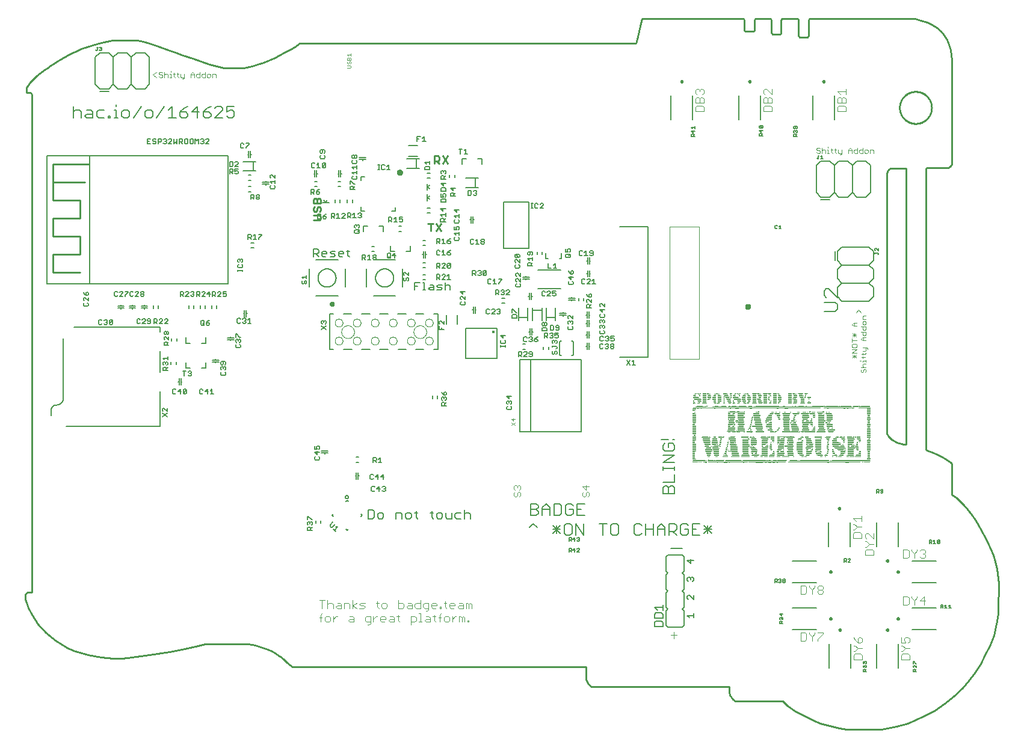
<source format=gto>
G75*
%MOIN*%
%OFA0B0*%
%FSLAX25Y25*%
%IPPOS*%
%LPD*%
%AMOC8*
5,1,8,0,0,1.08239X$1,22.5*
%
%ADD10C,0.01600*%
%ADD11C,0.00000*%
%ADD12C,0.00394*%
%ADD13C,0.00800*%
%ADD14C,0.00900*%
%ADD15C,0.00300*%
%ADD16C,0.00400*%
%ADD17C,0.00600*%
%ADD18C,0.01000*%
%ADD19R,0.01000X0.00333*%
%ADD20R,0.00330X0.00333*%
%ADD21R,0.02000X0.00333*%
%ADD22R,0.00340X0.00333*%
%ADD23R,0.01670X0.00333*%
%ADD24R,0.00660X0.00333*%
%ADD25R,0.01330X0.00333*%
%ADD26R,0.00670X0.00333*%
%ADD27R,0.03000X0.00333*%
%ADD28R,0.02330X0.00333*%
%ADD29R,0.22000X0.00333*%
%ADD30R,0.20670X0.00333*%
%ADD31R,0.40330X0.00333*%
%ADD32R,0.02670X0.00333*%
%ADD33R,0.08000X0.00334*%
%ADD34R,0.43000X0.00334*%
%ADD35R,0.41340X0.00334*%
%ADD36R,0.03670X0.00334*%
%ADD37R,0.08000X0.00333*%
%ADD38R,0.09000X0.00333*%
%ADD39R,0.34330X0.00333*%
%ADD40R,0.22340X0.00333*%
%ADD41R,0.06660X0.00333*%
%ADD42R,0.04340X0.00333*%
%ADD43R,0.08660X0.00333*%
%ADD44R,0.12670X0.00333*%
%ADD45R,0.01340X0.00333*%
%ADD46R,0.05340X0.00333*%
%ADD47R,0.04000X0.00333*%
%ADD48R,0.15670X0.00333*%
%ADD49R,0.21000X0.00333*%
%ADD50R,0.01670X0.00334*%
%ADD51R,0.00670X0.00334*%
%ADD52R,0.01000X0.00334*%
%ADD53R,0.00330X0.00334*%
%ADD54R,0.00340X0.00334*%
%ADD55R,0.01330X0.00334*%
%ADD56R,0.02660X0.00334*%
%ADD57R,0.01340X0.00334*%
%ADD58R,0.01660X0.00333*%
%ADD59R,0.04660X0.00333*%
%ADD60R,0.04670X0.00333*%
%ADD61R,0.02340X0.00333*%
%ADD62R,0.03340X0.00333*%
%ADD63R,0.02340X0.00334*%
%ADD64R,0.03330X0.00334*%
%ADD65R,0.04660X0.00334*%
%ADD66R,0.04670X0.00334*%
%ADD67R,0.03340X0.00334*%
%ADD68R,0.04000X0.00334*%
%ADD69R,0.03000X0.00334*%
%ADD70R,0.05000X0.00334*%
%ADD71R,0.02330X0.00334*%
%ADD72R,0.02000X0.00334*%
%ADD73R,0.04330X0.00333*%
%ADD74R,0.03660X0.00333*%
%ADD75R,0.03330X0.00333*%
%ADD76R,0.02670X0.00334*%
%ADD77R,0.03660X0.00334*%
%ADD78R,0.00660X0.00334*%
%ADD79R,0.03670X0.00333*%
%ADD80R,0.02660X0.00333*%
%ADD81R,0.01660X0.00334*%
%ADD82R,0.05330X0.00333*%
%ADD83R,0.05330X0.00334*%
%ADD84R,0.05670X0.00333*%
%ADD85R,0.06000X0.00333*%
%ADD86R,0.05660X0.00334*%
%ADD87R,0.04330X0.00334*%
%ADD88R,0.06340X0.00334*%
%ADD89R,0.05000X0.00333*%
%ADD90R,0.06670X0.00333*%
%ADD91R,0.05660X0.00333*%
%ADD92R,0.10000X0.00333*%
%ADD93R,0.04340X0.00334*%
%ADD94R,0.09330X0.00333*%
%ADD95R,0.70660X0.00333*%
%ADD96R,0.17000X0.00333*%
%ADD97R,0.06340X0.00333*%
%ADD98R,0.07330X0.00334*%
%ADD99R,0.09000X0.00334*%
%ADD100R,0.52660X0.00334*%
%ADD101R,0.18000X0.00334*%
%ADD102R,0.06000X0.00334*%
%ADD103R,0.06330X0.00333*%
%ADD104R,0.07670X0.00333*%
%ADD105R,0.10670X0.00333*%
%ADD106R,0.39000X0.00333*%
%ADD107R,0.15340X0.00333*%
%ADD108R,0.13000X0.00333*%
%ADD109R,0.07330X0.00333*%
%ADD110C,0.00500*%
%ADD111C,0.01761*%
%ADD112C,0.00945*%
D10*
X0180070Y0277583D02*
X0180072Y0277627D01*
X0180078Y0277671D01*
X0180088Y0277714D01*
X0180101Y0277756D01*
X0180118Y0277797D01*
X0180139Y0277836D01*
X0180163Y0277873D01*
X0180190Y0277908D01*
X0180220Y0277940D01*
X0180253Y0277970D01*
X0180289Y0277996D01*
X0180326Y0278020D01*
X0180366Y0278039D01*
X0180407Y0278056D01*
X0180450Y0278068D01*
X0180493Y0278077D01*
X0180537Y0278082D01*
X0180581Y0278083D01*
X0180625Y0278080D01*
X0180669Y0278073D01*
X0180712Y0278062D01*
X0180754Y0278048D01*
X0180794Y0278030D01*
X0180833Y0278008D01*
X0180869Y0277984D01*
X0180903Y0277956D01*
X0180935Y0277925D01*
X0180964Y0277891D01*
X0180990Y0277855D01*
X0181012Y0277817D01*
X0181031Y0277777D01*
X0181046Y0277735D01*
X0181058Y0277693D01*
X0181066Y0277649D01*
X0181070Y0277605D01*
X0181070Y0277561D01*
X0181066Y0277517D01*
X0181058Y0277473D01*
X0181046Y0277431D01*
X0181031Y0277389D01*
X0181012Y0277349D01*
X0180990Y0277311D01*
X0180964Y0277275D01*
X0180935Y0277241D01*
X0180903Y0277210D01*
X0180869Y0277182D01*
X0180833Y0277158D01*
X0180794Y0277136D01*
X0180754Y0277118D01*
X0180712Y0277104D01*
X0180669Y0277093D01*
X0180625Y0277086D01*
X0180581Y0277083D01*
X0180537Y0277084D01*
X0180493Y0277089D01*
X0180450Y0277098D01*
X0180407Y0277110D01*
X0180366Y0277127D01*
X0180326Y0277146D01*
X0180289Y0277170D01*
X0180253Y0277196D01*
X0180220Y0277226D01*
X0180190Y0277258D01*
X0180163Y0277293D01*
X0180139Y0277330D01*
X0180118Y0277369D01*
X0180101Y0277410D01*
X0180088Y0277452D01*
X0180078Y0277495D01*
X0180072Y0277539D01*
X0180070Y0277583D01*
X0217210Y0350461D02*
X0217212Y0350517D01*
X0217218Y0350572D01*
X0217228Y0350626D01*
X0217241Y0350680D01*
X0217259Y0350733D01*
X0217280Y0350784D01*
X0217304Y0350834D01*
X0217332Y0350882D01*
X0217364Y0350928D01*
X0217398Y0350972D01*
X0217436Y0351013D01*
X0217476Y0351051D01*
X0217519Y0351086D01*
X0217564Y0351118D01*
X0217612Y0351147D01*
X0217661Y0351173D01*
X0217712Y0351195D01*
X0217764Y0351213D01*
X0217818Y0351227D01*
X0217873Y0351238D01*
X0217928Y0351245D01*
X0217983Y0351248D01*
X0218039Y0351247D01*
X0218094Y0351242D01*
X0218149Y0351233D01*
X0218203Y0351221D01*
X0218256Y0351204D01*
X0218308Y0351184D01*
X0218358Y0351160D01*
X0218406Y0351133D01*
X0218453Y0351103D01*
X0218497Y0351069D01*
X0218539Y0351032D01*
X0218577Y0350992D01*
X0218614Y0350950D01*
X0218647Y0350905D01*
X0218676Y0350859D01*
X0218703Y0350810D01*
X0218725Y0350759D01*
X0218745Y0350707D01*
X0218760Y0350653D01*
X0218772Y0350599D01*
X0218780Y0350544D01*
X0218784Y0350489D01*
X0218784Y0350433D01*
X0218780Y0350378D01*
X0218772Y0350323D01*
X0218760Y0350269D01*
X0218745Y0350215D01*
X0218725Y0350163D01*
X0218703Y0350112D01*
X0218676Y0350063D01*
X0218647Y0350017D01*
X0218614Y0349972D01*
X0218577Y0349930D01*
X0218539Y0349890D01*
X0218497Y0349853D01*
X0218453Y0349819D01*
X0218406Y0349789D01*
X0218358Y0349762D01*
X0218308Y0349738D01*
X0218256Y0349718D01*
X0218203Y0349701D01*
X0218149Y0349689D01*
X0218094Y0349680D01*
X0218039Y0349675D01*
X0217983Y0349674D01*
X0217928Y0349677D01*
X0217873Y0349684D01*
X0217818Y0349695D01*
X0217764Y0349709D01*
X0217712Y0349727D01*
X0217661Y0349749D01*
X0217612Y0349775D01*
X0217564Y0349804D01*
X0217519Y0349836D01*
X0217476Y0349871D01*
X0217436Y0349909D01*
X0217398Y0349950D01*
X0217364Y0349994D01*
X0217332Y0350040D01*
X0217304Y0350088D01*
X0217280Y0350138D01*
X0217259Y0350189D01*
X0217241Y0350242D01*
X0217228Y0350296D01*
X0217218Y0350350D01*
X0217212Y0350405D01*
X0217210Y0350461D01*
X0410145Y0276055D02*
X0410147Y0276109D01*
X0410153Y0276163D01*
X0410163Y0276217D01*
X0410177Y0276270D01*
X0410194Y0276321D01*
X0410215Y0276371D01*
X0410240Y0276420D01*
X0410269Y0276466D01*
X0410300Y0276510D01*
X0410335Y0276552D01*
X0410373Y0276591D01*
X0410413Y0276628D01*
X0410457Y0276661D01*
X0410502Y0276691D01*
X0410549Y0276718D01*
X0410599Y0276741D01*
X0410649Y0276760D01*
X0410702Y0276776D01*
X0410755Y0276788D01*
X0410809Y0276796D01*
X0410863Y0276800D01*
X0410917Y0276800D01*
X0410971Y0276796D01*
X0411025Y0276788D01*
X0411078Y0276776D01*
X0411131Y0276760D01*
X0411181Y0276741D01*
X0411231Y0276718D01*
X0411278Y0276691D01*
X0411323Y0276661D01*
X0411367Y0276628D01*
X0411407Y0276591D01*
X0411445Y0276552D01*
X0411480Y0276510D01*
X0411511Y0276466D01*
X0411540Y0276420D01*
X0411565Y0276371D01*
X0411586Y0276321D01*
X0411603Y0276270D01*
X0411617Y0276217D01*
X0411627Y0276163D01*
X0411633Y0276109D01*
X0411635Y0276055D01*
X0411633Y0276001D01*
X0411627Y0275947D01*
X0411617Y0275893D01*
X0411603Y0275840D01*
X0411586Y0275789D01*
X0411565Y0275739D01*
X0411540Y0275690D01*
X0411511Y0275644D01*
X0411480Y0275600D01*
X0411445Y0275558D01*
X0411407Y0275519D01*
X0411367Y0275482D01*
X0411323Y0275449D01*
X0411278Y0275419D01*
X0411231Y0275392D01*
X0411181Y0275369D01*
X0411131Y0275350D01*
X0411078Y0275334D01*
X0411025Y0275322D01*
X0410971Y0275314D01*
X0410917Y0275310D01*
X0410863Y0275310D01*
X0410809Y0275314D01*
X0410755Y0275322D01*
X0410702Y0275334D01*
X0410649Y0275350D01*
X0410599Y0275369D01*
X0410549Y0275392D01*
X0410502Y0275419D01*
X0410457Y0275449D01*
X0410413Y0275482D01*
X0410373Y0275519D01*
X0410335Y0275558D01*
X0410300Y0275600D01*
X0410269Y0275644D01*
X0410240Y0275690D01*
X0410215Y0275739D01*
X0410194Y0275789D01*
X0410177Y0275840D01*
X0410163Y0275893D01*
X0410153Y0275947D01*
X0410147Y0276001D01*
X0410145Y0276055D01*
D11*
X0367538Y0315615D02*
X0367538Y0320339D01*
X0232105Y0267072D02*
X0232107Y0267165D01*
X0232113Y0267257D01*
X0232123Y0267349D01*
X0232137Y0267440D01*
X0232154Y0267531D01*
X0232176Y0267621D01*
X0232201Y0267710D01*
X0232230Y0267798D01*
X0232263Y0267884D01*
X0232300Y0267969D01*
X0232340Y0268053D01*
X0232384Y0268134D01*
X0232431Y0268214D01*
X0232481Y0268292D01*
X0232535Y0268367D01*
X0232592Y0268440D01*
X0232652Y0268510D01*
X0232715Y0268578D01*
X0232781Y0268643D01*
X0232849Y0268705D01*
X0232920Y0268765D01*
X0232994Y0268821D01*
X0233070Y0268874D01*
X0233148Y0268923D01*
X0233228Y0268970D01*
X0233310Y0269012D01*
X0233394Y0269052D01*
X0233479Y0269087D01*
X0233566Y0269119D01*
X0233654Y0269148D01*
X0233743Y0269172D01*
X0233833Y0269193D01*
X0233924Y0269209D01*
X0234016Y0269222D01*
X0234108Y0269231D01*
X0234201Y0269236D01*
X0234293Y0269237D01*
X0234386Y0269234D01*
X0234478Y0269227D01*
X0234570Y0269216D01*
X0234661Y0269201D01*
X0234752Y0269183D01*
X0234842Y0269160D01*
X0234930Y0269134D01*
X0235018Y0269104D01*
X0235104Y0269070D01*
X0235188Y0269033D01*
X0235271Y0268991D01*
X0235352Y0268947D01*
X0235432Y0268899D01*
X0235509Y0268848D01*
X0235583Y0268793D01*
X0235656Y0268735D01*
X0235726Y0268675D01*
X0235793Y0268611D01*
X0235857Y0268545D01*
X0235919Y0268475D01*
X0235977Y0268404D01*
X0236032Y0268330D01*
X0236084Y0268253D01*
X0236133Y0268174D01*
X0236179Y0268094D01*
X0236221Y0268011D01*
X0236259Y0267927D01*
X0236294Y0267841D01*
X0236325Y0267754D01*
X0236352Y0267666D01*
X0236375Y0267576D01*
X0236395Y0267486D01*
X0236411Y0267395D01*
X0236423Y0267303D01*
X0236431Y0267211D01*
X0236435Y0267118D01*
X0236435Y0267026D01*
X0236431Y0266933D01*
X0236423Y0266841D01*
X0236411Y0266749D01*
X0236395Y0266658D01*
X0236375Y0266568D01*
X0236352Y0266478D01*
X0236325Y0266390D01*
X0236294Y0266303D01*
X0236259Y0266217D01*
X0236221Y0266133D01*
X0236179Y0266050D01*
X0236133Y0265970D01*
X0236084Y0265891D01*
X0236032Y0265814D01*
X0235977Y0265740D01*
X0235919Y0265669D01*
X0235857Y0265599D01*
X0235793Y0265533D01*
X0235726Y0265469D01*
X0235656Y0265409D01*
X0235583Y0265351D01*
X0235509Y0265296D01*
X0235432Y0265245D01*
X0235353Y0265197D01*
X0235271Y0265153D01*
X0235188Y0265111D01*
X0235104Y0265074D01*
X0235018Y0265040D01*
X0234930Y0265010D01*
X0234842Y0264984D01*
X0234752Y0264961D01*
X0234661Y0264943D01*
X0234570Y0264928D01*
X0234478Y0264917D01*
X0234386Y0264910D01*
X0234293Y0264907D01*
X0234201Y0264908D01*
X0234108Y0264913D01*
X0234016Y0264922D01*
X0233924Y0264935D01*
X0233833Y0264951D01*
X0233743Y0264972D01*
X0233654Y0264996D01*
X0233566Y0265025D01*
X0233479Y0265057D01*
X0233394Y0265092D01*
X0233310Y0265132D01*
X0233228Y0265174D01*
X0233148Y0265221D01*
X0233070Y0265270D01*
X0232994Y0265323D01*
X0232920Y0265379D01*
X0232849Y0265439D01*
X0232781Y0265501D01*
X0232715Y0265566D01*
X0232652Y0265634D01*
X0232592Y0265704D01*
X0232535Y0265777D01*
X0232481Y0265852D01*
X0232431Y0265930D01*
X0232384Y0266010D01*
X0232340Y0266091D01*
X0232300Y0266175D01*
X0232263Y0266260D01*
X0232230Y0266346D01*
X0232201Y0266434D01*
X0232176Y0266523D01*
X0232154Y0266613D01*
X0232137Y0266704D01*
X0232123Y0266795D01*
X0232113Y0266887D01*
X0232107Y0266979D01*
X0232105Y0267072D01*
X0225727Y0262072D02*
X0225729Y0262190D01*
X0225735Y0262309D01*
X0225745Y0262427D01*
X0225759Y0262544D01*
X0225776Y0262661D01*
X0225798Y0262778D01*
X0225824Y0262893D01*
X0225853Y0263008D01*
X0225886Y0263122D01*
X0225923Y0263234D01*
X0225964Y0263345D01*
X0226008Y0263455D01*
X0226056Y0263563D01*
X0226108Y0263670D01*
X0226163Y0263775D01*
X0226222Y0263878D01*
X0226284Y0263978D01*
X0226349Y0264077D01*
X0226418Y0264174D01*
X0226489Y0264268D01*
X0226564Y0264359D01*
X0226642Y0264449D01*
X0226723Y0264535D01*
X0226807Y0264619D01*
X0226893Y0264700D01*
X0226983Y0264778D01*
X0227074Y0264853D01*
X0227168Y0264924D01*
X0227265Y0264993D01*
X0227364Y0265058D01*
X0227464Y0265120D01*
X0227567Y0265179D01*
X0227672Y0265234D01*
X0227779Y0265286D01*
X0227887Y0265334D01*
X0227997Y0265378D01*
X0228108Y0265419D01*
X0228220Y0265456D01*
X0228334Y0265489D01*
X0228449Y0265518D01*
X0228564Y0265544D01*
X0228681Y0265566D01*
X0228798Y0265583D01*
X0228915Y0265597D01*
X0229033Y0265607D01*
X0229152Y0265613D01*
X0229270Y0265615D01*
X0229388Y0265613D01*
X0229507Y0265607D01*
X0229625Y0265597D01*
X0229742Y0265583D01*
X0229859Y0265566D01*
X0229976Y0265544D01*
X0230091Y0265518D01*
X0230206Y0265489D01*
X0230320Y0265456D01*
X0230432Y0265419D01*
X0230543Y0265378D01*
X0230653Y0265334D01*
X0230761Y0265286D01*
X0230868Y0265234D01*
X0230973Y0265179D01*
X0231076Y0265120D01*
X0231176Y0265058D01*
X0231275Y0264993D01*
X0231372Y0264924D01*
X0231466Y0264853D01*
X0231557Y0264778D01*
X0231647Y0264700D01*
X0231733Y0264619D01*
X0231817Y0264535D01*
X0231898Y0264449D01*
X0231976Y0264359D01*
X0232051Y0264268D01*
X0232122Y0264174D01*
X0232191Y0264077D01*
X0232256Y0263978D01*
X0232318Y0263878D01*
X0232377Y0263775D01*
X0232432Y0263670D01*
X0232484Y0263563D01*
X0232532Y0263455D01*
X0232576Y0263345D01*
X0232617Y0263234D01*
X0232654Y0263122D01*
X0232687Y0263008D01*
X0232716Y0262893D01*
X0232742Y0262778D01*
X0232764Y0262661D01*
X0232781Y0262544D01*
X0232795Y0262427D01*
X0232805Y0262309D01*
X0232811Y0262190D01*
X0232813Y0262072D01*
X0232811Y0261954D01*
X0232805Y0261835D01*
X0232795Y0261717D01*
X0232781Y0261600D01*
X0232764Y0261483D01*
X0232742Y0261366D01*
X0232716Y0261251D01*
X0232687Y0261136D01*
X0232654Y0261022D01*
X0232617Y0260910D01*
X0232576Y0260799D01*
X0232532Y0260689D01*
X0232484Y0260581D01*
X0232432Y0260474D01*
X0232377Y0260369D01*
X0232318Y0260266D01*
X0232256Y0260166D01*
X0232191Y0260067D01*
X0232122Y0259970D01*
X0232051Y0259876D01*
X0231976Y0259785D01*
X0231898Y0259695D01*
X0231817Y0259609D01*
X0231733Y0259525D01*
X0231647Y0259444D01*
X0231557Y0259366D01*
X0231466Y0259291D01*
X0231372Y0259220D01*
X0231275Y0259151D01*
X0231176Y0259086D01*
X0231076Y0259024D01*
X0230973Y0258965D01*
X0230868Y0258910D01*
X0230761Y0258858D01*
X0230653Y0258810D01*
X0230543Y0258766D01*
X0230432Y0258725D01*
X0230320Y0258688D01*
X0230206Y0258655D01*
X0230091Y0258626D01*
X0229976Y0258600D01*
X0229859Y0258578D01*
X0229742Y0258561D01*
X0229625Y0258547D01*
X0229507Y0258537D01*
X0229388Y0258531D01*
X0229270Y0258529D01*
X0229152Y0258531D01*
X0229033Y0258537D01*
X0228915Y0258547D01*
X0228798Y0258561D01*
X0228681Y0258578D01*
X0228564Y0258600D01*
X0228449Y0258626D01*
X0228334Y0258655D01*
X0228220Y0258688D01*
X0228108Y0258725D01*
X0227997Y0258766D01*
X0227887Y0258810D01*
X0227779Y0258858D01*
X0227672Y0258910D01*
X0227567Y0258965D01*
X0227464Y0259024D01*
X0227364Y0259086D01*
X0227265Y0259151D01*
X0227168Y0259220D01*
X0227074Y0259291D01*
X0226983Y0259366D01*
X0226893Y0259444D01*
X0226807Y0259525D01*
X0226723Y0259609D01*
X0226642Y0259695D01*
X0226564Y0259785D01*
X0226489Y0259876D01*
X0226418Y0259970D01*
X0226349Y0260067D01*
X0226284Y0260166D01*
X0226222Y0260266D01*
X0226163Y0260369D01*
X0226108Y0260474D01*
X0226056Y0260581D01*
X0226008Y0260689D01*
X0225964Y0260799D01*
X0225923Y0260910D01*
X0225886Y0261022D01*
X0225853Y0261136D01*
X0225824Y0261251D01*
X0225798Y0261366D01*
X0225776Y0261483D01*
X0225759Y0261600D01*
X0225745Y0261717D01*
X0225735Y0261835D01*
X0225729Y0261954D01*
X0225727Y0262072D01*
X0222105Y0267072D02*
X0222107Y0267165D01*
X0222113Y0267257D01*
X0222123Y0267349D01*
X0222137Y0267440D01*
X0222154Y0267531D01*
X0222176Y0267621D01*
X0222201Y0267710D01*
X0222230Y0267798D01*
X0222263Y0267884D01*
X0222300Y0267969D01*
X0222340Y0268053D01*
X0222384Y0268134D01*
X0222431Y0268214D01*
X0222481Y0268292D01*
X0222535Y0268367D01*
X0222592Y0268440D01*
X0222652Y0268510D01*
X0222715Y0268578D01*
X0222781Y0268643D01*
X0222849Y0268705D01*
X0222920Y0268765D01*
X0222994Y0268821D01*
X0223070Y0268874D01*
X0223148Y0268923D01*
X0223228Y0268970D01*
X0223310Y0269012D01*
X0223394Y0269052D01*
X0223479Y0269087D01*
X0223566Y0269119D01*
X0223654Y0269148D01*
X0223743Y0269172D01*
X0223833Y0269193D01*
X0223924Y0269209D01*
X0224016Y0269222D01*
X0224108Y0269231D01*
X0224201Y0269236D01*
X0224293Y0269237D01*
X0224386Y0269234D01*
X0224478Y0269227D01*
X0224570Y0269216D01*
X0224661Y0269201D01*
X0224752Y0269183D01*
X0224842Y0269160D01*
X0224930Y0269134D01*
X0225018Y0269104D01*
X0225104Y0269070D01*
X0225188Y0269033D01*
X0225271Y0268991D01*
X0225352Y0268947D01*
X0225432Y0268899D01*
X0225509Y0268848D01*
X0225583Y0268793D01*
X0225656Y0268735D01*
X0225726Y0268675D01*
X0225793Y0268611D01*
X0225857Y0268545D01*
X0225919Y0268475D01*
X0225977Y0268404D01*
X0226032Y0268330D01*
X0226084Y0268253D01*
X0226133Y0268174D01*
X0226179Y0268094D01*
X0226221Y0268011D01*
X0226259Y0267927D01*
X0226294Y0267841D01*
X0226325Y0267754D01*
X0226352Y0267666D01*
X0226375Y0267576D01*
X0226395Y0267486D01*
X0226411Y0267395D01*
X0226423Y0267303D01*
X0226431Y0267211D01*
X0226435Y0267118D01*
X0226435Y0267026D01*
X0226431Y0266933D01*
X0226423Y0266841D01*
X0226411Y0266749D01*
X0226395Y0266658D01*
X0226375Y0266568D01*
X0226352Y0266478D01*
X0226325Y0266390D01*
X0226294Y0266303D01*
X0226259Y0266217D01*
X0226221Y0266133D01*
X0226179Y0266050D01*
X0226133Y0265970D01*
X0226084Y0265891D01*
X0226032Y0265814D01*
X0225977Y0265740D01*
X0225919Y0265669D01*
X0225857Y0265599D01*
X0225793Y0265533D01*
X0225726Y0265469D01*
X0225656Y0265409D01*
X0225583Y0265351D01*
X0225509Y0265296D01*
X0225432Y0265245D01*
X0225353Y0265197D01*
X0225271Y0265153D01*
X0225188Y0265111D01*
X0225104Y0265074D01*
X0225018Y0265040D01*
X0224930Y0265010D01*
X0224842Y0264984D01*
X0224752Y0264961D01*
X0224661Y0264943D01*
X0224570Y0264928D01*
X0224478Y0264917D01*
X0224386Y0264910D01*
X0224293Y0264907D01*
X0224201Y0264908D01*
X0224108Y0264913D01*
X0224016Y0264922D01*
X0223924Y0264935D01*
X0223833Y0264951D01*
X0223743Y0264972D01*
X0223654Y0264996D01*
X0223566Y0265025D01*
X0223479Y0265057D01*
X0223394Y0265092D01*
X0223310Y0265132D01*
X0223228Y0265174D01*
X0223148Y0265221D01*
X0223070Y0265270D01*
X0222994Y0265323D01*
X0222920Y0265379D01*
X0222849Y0265439D01*
X0222781Y0265501D01*
X0222715Y0265566D01*
X0222652Y0265634D01*
X0222592Y0265704D01*
X0222535Y0265777D01*
X0222481Y0265852D01*
X0222431Y0265930D01*
X0222384Y0266010D01*
X0222340Y0266091D01*
X0222300Y0266175D01*
X0222263Y0266260D01*
X0222230Y0266346D01*
X0222201Y0266434D01*
X0222176Y0266523D01*
X0222154Y0266613D01*
X0222137Y0266704D01*
X0222123Y0266795D01*
X0222113Y0266887D01*
X0222107Y0266979D01*
X0222105Y0267072D01*
X0212105Y0267072D02*
X0212107Y0267165D01*
X0212113Y0267257D01*
X0212123Y0267349D01*
X0212137Y0267440D01*
X0212154Y0267531D01*
X0212176Y0267621D01*
X0212201Y0267710D01*
X0212230Y0267798D01*
X0212263Y0267884D01*
X0212300Y0267969D01*
X0212340Y0268053D01*
X0212384Y0268134D01*
X0212431Y0268214D01*
X0212481Y0268292D01*
X0212535Y0268367D01*
X0212592Y0268440D01*
X0212652Y0268510D01*
X0212715Y0268578D01*
X0212781Y0268643D01*
X0212849Y0268705D01*
X0212920Y0268765D01*
X0212994Y0268821D01*
X0213070Y0268874D01*
X0213148Y0268923D01*
X0213228Y0268970D01*
X0213310Y0269012D01*
X0213394Y0269052D01*
X0213479Y0269087D01*
X0213566Y0269119D01*
X0213654Y0269148D01*
X0213743Y0269172D01*
X0213833Y0269193D01*
X0213924Y0269209D01*
X0214016Y0269222D01*
X0214108Y0269231D01*
X0214201Y0269236D01*
X0214293Y0269237D01*
X0214386Y0269234D01*
X0214478Y0269227D01*
X0214570Y0269216D01*
X0214661Y0269201D01*
X0214752Y0269183D01*
X0214842Y0269160D01*
X0214930Y0269134D01*
X0215018Y0269104D01*
X0215104Y0269070D01*
X0215188Y0269033D01*
X0215271Y0268991D01*
X0215352Y0268947D01*
X0215432Y0268899D01*
X0215509Y0268848D01*
X0215583Y0268793D01*
X0215656Y0268735D01*
X0215726Y0268675D01*
X0215793Y0268611D01*
X0215857Y0268545D01*
X0215919Y0268475D01*
X0215977Y0268404D01*
X0216032Y0268330D01*
X0216084Y0268253D01*
X0216133Y0268174D01*
X0216179Y0268094D01*
X0216221Y0268011D01*
X0216259Y0267927D01*
X0216294Y0267841D01*
X0216325Y0267754D01*
X0216352Y0267666D01*
X0216375Y0267576D01*
X0216395Y0267486D01*
X0216411Y0267395D01*
X0216423Y0267303D01*
X0216431Y0267211D01*
X0216435Y0267118D01*
X0216435Y0267026D01*
X0216431Y0266933D01*
X0216423Y0266841D01*
X0216411Y0266749D01*
X0216395Y0266658D01*
X0216375Y0266568D01*
X0216352Y0266478D01*
X0216325Y0266390D01*
X0216294Y0266303D01*
X0216259Y0266217D01*
X0216221Y0266133D01*
X0216179Y0266050D01*
X0216133Y0265970D01*
X0216084Y0265891D01*
X0216032Y0265814D01*
X0215977Y0265740D01*
X0215919Y0265669D01*
X0215857Y0265599D01*
X0215793Y0265533D01*
X0215726Y0265469D01*
X0215656Y0265409D01*
X0215583Y0265351D01*
X0215509Y0265296D01*
X0215432Y0265245D01*
X0215353Y0265197D01*
X0215271Y0265153D01*
X0215188Y0265111D01*
X0215104Y0265074D01*
X0215018Y0265040D01*
X0214930Y0265010D01*
X0214842Y0264984D01*
X0214752Y0264961D01*
X0214661Y0264943D01*
X0214570Y0264928D01*
X0214478Y0264917D01*
X0214386Y0264910D01*
X0214293Y0264907D01*
X0214201Y0264908D01*
X0214108Y0264913D01*
X0214016Y0264922D01*
X0213924Y0264935D01*
X0213833Y0264951D01*
X0213743Y0264972D01*
X0213654Y0264996D01*
X0213566Y0265025D01*
X0213479Y0265057D01*
X0213394Y0265092D01*
X0213310Y0265132D01*
X0213228Y0265174D01*
X0213148Y0265221D01*
X0213070Y0265270D01*
X0212994Y0265323D01*
X0212920Y0265379D01*
X0212849Y0265439D01*
X0212781Y0265501D01*
X0212715Y0265566D01*
X0212652Y0265634D01*
X0212592Y0265704D01*
X0212535Y0265777D01*
X0212481Y0265852D01*
X0212431Y0265930D01*
X0212384Y0266010D01*
X0212340Y0266091D01*
X0212300Y0266175D01*
X0212263Y0266260D01*
X0212230Y0266346D01*
X0212201Y0266434D01*
X0212176Y0266523D01*
X0212154Y0266613D01*
X0212137Y0266704D01*
X0212123Y0266795D01*
X0212113Y0266887D01*
X0212107Y0266979D01*
X0212105Y0267072D01*
X0202105Y0267072D02*
X0202107Y0267165D01*
X0202113Y0267257D01*
X0202123Y0267349D01*
X0202137Y0267440D01*
X0202154Y0267531D01*
X0202176Y0267621D01*
X0202201Y0267710D01*
X0202230Y0267798D01*
X0202263Y0267884D01*
X0202300Y0267969D01*
X0202340Y0268053D01*
X0202384Y0268134D01*
X0202431Y0268214D01*
X0202481Y0268292D01*
X0202535Y0268367D01*
X0202592Y0268440D01*
X0202652Y0268510D01*
X0202715Y0268578D01*
X0202781Y0268643D01*
X0202849Y0268705D01*
X0202920Y0268765D01*
X0202994Y0268821D01*
X0203070Y0268874D01*
X0203148Y0268923D01*
X0203228Y0268970D01*
X0203310Y0269012D01*
X0203394Y0269052D01*
X0203479Y0269087D01*
X0203566Y0269119D01*
X0203654Y0269148D01*
X0203743Y0269172D01*
X0203833Y0269193D01*
X0203924Y0269209D01*
X0204016Y0269222D01*
X0204108Y0269231D01*
X0204201Y0269236D01*
X0204293Y0269237D01*
X0204386Y0269234D01*
X0204478Y0269227D01*
X0204570Y0269216D01*
X0204661Y0269201D01*
X0204752Y0269183D01*
X0204842Y0269160D01*
X0204930Y0269134D01*
X0205018Y0269104D01*
X0205104Y0269070D01*
X0205188Y0269033D01*
X0205271Y0268991D01*
X0205352Y0268947D01*
X0205432Y0268899D01*
X0205509Y0268848D01*
X0205583Y0268793D01*
X0205656Y0268735D01*
X0205726Y0268675D01*
X0205793Y0268611D01*
X0205857Y0268545D01*
X0205919Y0268475D01*
X0205977Y0268404D01*
X0206032Y0268330D01*
X0206084Y0268253D01*
X0206133Y0268174D01*
X0206179Y0268094D01*
X0206221Y0268011D01*
X0206259Y0267927D01*
X0206294Y0267841D01*
X0206325Y0267754D01*
X0206352Y0267666D01*
X0206375Y0267576D01*
X0206395Y0267486D01*
X0206411Y0267395D01*
X0206423Y0267303D01*
X0206431Y0267211D01*
X0206435Y0267118D01*
X0206435Y0267026D01*
X0206431Y0266933D01*
X0206423Y0266841D01*
X0206411Y0266749D01*
X0206395Y0266658D01*
X0206375Y0266568D01*
X0206352Y0266478D01*
X0206325Y0266390D01*
X0206294Y0266303D01*
X0206259Y0266217D01*
X0206221Y0266133D01*
X0206179Y0266050D01*
X0206133Y0265970D01*
X0206084Y0265891D01*
X0206032Y0265814D01*
X0205977Y0265740D01*
X0205919Y0265669D01*
X0205857Y0265599D01*
X0205793Y0265533D01*
X0205726Y0265469D01*
X0205656Y0265409D01*
X0205583Y0265351D01*
X0205509Y0265296D01*
X0205432Y0265245D01*
X0205353Y0265197D01*
X0205271Y0265153D01*
X0205188Y0265111D01*
X0205104Y0265074D01*
X0205018Y0265040D01*
X0204930Y0265010D01*
X0204842Y0264984D01*
X0204752Y0264961D01*
X0204661Y0264943D01*
X0204570Y0264928D01*
X0204478Y0264917D01*
X0204386Y0264910D01*
X0204293Y0264907D01*
X0204201Y0264908D01*
X0204108Y0264913D01*
X0204016Y0264922D01*
X0203924Y0264935D01*
X0203833Y0264951D01*
X0203743Y0264972D01*
X0203654Y0264996D01*
X0203566Y0265025D01*
X0203479Y0265057D01*
X0203394Y0265092D01*
X0203310Y0265132D01*
X0203228Y0265174D01*
X0203148Y0265221D01*
X0203070Y0265270D01*
X0202994Y0265323D01*
X0202920Y0265379D01*
X0202849Y0265439D01*
X0202781Y0265501D01*
X0202715Y0265566D01*
X0202652Y0265634D01*
X0202592Y0265704D01*
X0202535Y0265777D01*
X0202481Y0265852D01*
X0202431Y0265930D01*
X0202384Y0266010D01*
X0202340Y0266091D01*
X0202300Y0266175D01*
X0202263Y0266260D01*
X0202230Y0266346D01*
X0202201Y0266434D01*
X0202176Y0266523D01*
X0202154Y0266613D01*
X0202137Y0266704D01*
X0202123Y0266795D01*
X0202113Y0266887D01*
X0202107Y0266979D01*
X0202105Y0267072D01*
X0192105Y0267072D02*
X0192107Y0267165D01*
X0192113Y0267257D01*
X0192123Y0267349D01*
X0192137Y0267440D01*
X0192154Y0267531D01*
X0192176Y0267621D01*
X0192201Y0267710D01*
X0192230Y0267798D01*
X0192263Y0267884D01*
X0192300Y0267969D01*
X0192340Y0268053D01*
X0192384Y0268134D01*
X0192431Y0268214D01*
X0192481Y0268292D01*
X0192535Y0268367D01*
X0192592Y0268440D01*
X0192652Y0268510D01*
X0192715Y0268578D01*
X0192781Y0268643D01*
X0192849Y0268705D01*
X0192920Y0268765D01*
X0192994Y0268821D01*
X0193070Y0268874D01*
X0193148Y0268923D01*
X0193228Y0268970D01*
X0193310Y0269012D01*
X0193394Y0269052D01*
X0193479Y0269087D01*
X0193566Y0269119D01*
X0193654Y0269148D01*
X0193743Y0269172D01*
X0193833Y0269193D01*
X0193924Y0269209D01*
X0194016Y0269222D01*
X0194108Y0269231D01*
X0194201Y0269236D01*
X0194293Y0269237D01*
X0194386Y0269234D01*
X0194478Y0269227D01*
X0194570Y0269216D01*
X0194661Y0269201D01*
X0194752Y0269183D01*
X0194842Y0269160D01*
X0194930Y0269134D01*
X0195018Y0269104D01*
X0195104Y0269070D01*
X0195188Y0269033D01*
X0195271Y0268991D01*
X0195352Y0268947D01*
X0195432Y0268899D01*
X0195509Y0268848D01*
X0195583Y0268793D01*
X0195656Y0268735D01*
X0195726Y0268675D01*
X0195793Y0268611D01*
X0195857Y0268545D01*
X0195919Y0268475D01*
X0195977Y0268404D01*
X0196032Y0268330D01*
X0196084Y0268253D01*
X0196133Y0268174D01*
X0196179Y0268094D01*
X0196221Y0268011D01*
X0196259Y0267927D01*
X0196294Y0267841D01*
X0196325Y0267754D01*
X0196352Y0267666D01*
X0196375Y0267576D01*
X0196395Y0267486D01*
X0196411Y0267395D01*
X0196423Y0267303D01*
X0196431Y0267211D01*
X0196435Y0267118D01*
X0196435Y0267026D01*
X0196431Y0266933D01*
X0196423Y0266841D01*
X0196411Y0266749D01*
X0196395Y0266658D01*
X0196375Y0266568D01*
X0196352Y0266478D01*
X0196325Y0266390D01*
X0196294Y0266303D01*
X0196259Y0266217D01*
X0196221Y0266133D01*
X0196179Y0266050D01*
X0196133Y0265970D01*
X0196084Y0265891D01*
X0196032Y0265814D01*
X0195977Y0265740D01*
X0195919Y0265669D01*
X0195857Y0265599D01*
X0195793Y0265533D01*
X0195726Y0265469D01*
X0195656Y0265409D01*
X0195583Y0265351D01*
X0195509Y0265296D01*
X0195432Y0265245D01*
X0195353Y0265197D01*
X0195271Y0265153D01*
X0195188Y0265111D01*
X0195104Y0265074D01*
X0195018Y0265040D01*
X0194930Y0265010D01*
X0194842Y0264984D01*
X0194752Y0264961D01*
X0194661Y0264943D01*
X0194570Y0264928D01*
X0194478Y0264917D01*
X0194386Y0264910D01*
X0194293Y0264907D01*
X0194201Y0264908D01*
X0194108Y0264913D01*
X0194016Y0264922D01*
X0193924Y0264935D01*
X0193833Y0264951D01*
X0193743Y0264972D01*
X0193654Y0264996D01*
X0193566Y0265025D01*
X0193479Y0265057D01*
X0193394Y0265092D01*
X0193310Y0265132D01*
X0193228Y0265174D01*
X0193148Y0265221D01*
X0193070Y0265270D01*
X0192994Y0265323D01*
X0192920Y0265379D01*
X0192849Y0265439D01*
X0192781Y0265501D01*
X0192715Y0265566D01*
X0192652Y0265634D01*
X0192592Y0265704D01*
X0192535Y0265777D01*
X0192481Y0265852D01*
X0192431Y0265930D01*
X0192384Y0266010D01*
X0192340Y0266091D01*
X0192300Y0266175D01*
X0192263Y0266260D01*
X0192230Y0266346D01*
X0192201Y0266434D01*
X0192176Y0266523D01*
X0192154Y0266613D01*
X0192137Y0266704D01*
X0192123Y0266795D01*
X0192113Y0266887D01*
X0192107Y0266979D01*
X0192105Y0267072D01*
X0185727Y0262072D02*
X0185729Y0262190D01*
X0185735Y0262309D01*
X0185745Y0262427D01*
X0185759Y0262544D01*
X0185776Y0262661D01*
X0185798Y0262778D01*
X0185824Y0262893D01*
X0185853Y0263008D01*
X0185886Y0263122D01*
X0185923Y0263234D01*
X0185964Y0263345D01*
X0186008Y0263455D01*
X0186056Y0263563D01*
X0186108Y0263670D01*
X0186163Y0263775D01*
X0186222Y0263878D01*
X0186284Y0263978D01*
X0186349Y0264077D01*
X0186418Y0264174D01*
X0186489Y0264268D01*
X0186564Y0264359D01*
X0186642Y0264449D01*
X0186723Y0264535D01*
X0186807Y0264619D01*
X0186893Y0264700D01*
X0186983Y0264778D01*
X0187074Y0264853D01*
X0187168Y0264924D01*
X0187265Y0264993D01*
X0187364Y0265058D01*
X0187464Y0265120D01*
X0187567Y0265179D01*
X0187672Y0265234D01*
X0187779Y0265286D01*
X0187887Y0265334D01*
X0187997Y0265378D01*
X0188108Y0265419D01*
X0188220Y0265456D01*
X0188334Y0265489D01*
X0188449Y0265518D01*
X0188564Y0265544D01*
X0188681Y0265566D01*
X0188798Y0265583D01*
X0188915Y0265597D01*
X0189033Y0265607D01*
X0189152Y0265613D01*
X0189270Y0265615D01*
X0189388Y0265613D01*
X0189507Y0265607D01*
X0189625Y0265597D01*
X0189742Y0265583D01*
X0189859Y0265566D01*
X0189976Y0265544D01*
X0190091Y0265518D01*
X0190206Y0265489D01*
X0190320Y0265456D01*
X0190432Y0265419D01*
X0190543Y0265378D01*
X0190653Y0265334D01*
X0190761Y0265286D01*
X0190868Y0265234D01*
X0190973Y0265179D01*
X0191076Y0265120D01*
X0191176Y0265058D01*
X0191275Y0264993D01*
X0191372Y0264924D01*
X0191466Y0264853D01*
X0191557Y0264778D01*
X0191647Y0264700D01*
X0191733Y0264619D01*
X0191817Y0264535D01*
X0191898Y0264449D01*
X0191976Y0264359D01*
X0192051Y0264268D01*
X0192122Y0264174D01*
X0192191Y0264077D01*
X0192256Y0263978D01*
X0192318Y0263878D01*
X0192377Y0263775D01*
X0192432Y0263670D01*
X0192484Y0263563D01*
X0192532Y0263455D01*
X0192576Y0263345D01*
X0192617Y0263234D01*
X0192654Y0263122D01*
X0192687Y0263008D01*
X0192716Y0262893D01*
X0192742Y0262778D01*
X0192764Y0262661D01*
X0192781Y0262544D01*
X0192795Y0262427D01*
X0192805Y0262309D01*
X0192811Y0262190D01*
X0192813Y0262072D01*
X0192811Y0261954D01*
X0192805Y0261835D01*
X0192795Y0261717D01*
X0192781Y0261600D01*
X0192764Y0261483D01*
X0192742Y0261366D01*
X0192716Y0261251D01*
X0192687Y0261136D01*
X0192654Y0261022D01*
X0192617Y0260910D01*
X0192576Y0260799D01*
X0192532Y0260689D01*
X0192484Y0260581D01*
X0192432Y0260474D01*
X0192377Y0260369D01*
X0192318Y0260266D01*
X0192256Y0260166D01*
X0192191Y0260067D01*
X0192122Y0259970D01*
X0192051Y0259876D01*
X0191976Y0259785D01*
X0191898Y0259695D01*
X0191817Y0259609D01*
X0191733Y0259525D01*
X0191647Y0259444D01*
X0191557Y0259366D01*
X0191466Y0259291D01*
X0191372Y0259220D01*
X0191275Y0259151D01*
X0191176Y0259086D01*
X0191076Y0259024D01*
X0190973Y0258965D01*
X0190868Y0258910D01*
X0190761Y0258858D01*
X0190653Y0258810D01*
X0190543Y0258766D01*
X0190432Y0258725D01*
X0190320Y0258688D01*
X0190206Y0258655D01*
X0190091Y0258626D01*
X0189976Y0258600D01*
X0189859Y0258578D01*
X0189742Y0258561D01*
X0189625Y0258547D01*
X0189507Y0258537D01*
X0189388Y0258531D01*
X0189270Y0258529D01*
X0189152Y0258531D01*
X0189033Y0258537D01*
X0188915Y0258547D01*
X0188798Y0258561D01*
X0188681Y0258578D01*
X0188564Y0258600D01*
X0188449Y0258626D01*
X0188334Y0258655D01*
X0188220Y0258688D01*
X0188108Y0258725D01*
X0187997Y0258766D01*
X0187887Y0258810D01*
X0187779Y0258858D01*
X0187672Y0258910D01*
X0187567Y0258965D01*
X0187464Y0259024D01*
X0187364Y0259086D01*
X0187265Y0259151D01*
X0187168Y0259220D01*
X0187074Y0259291D01*
X0186983Y0259366D01*
X0186893Y0259444D01*
X0186807Y0259525D01*
X0186723Y0259609D01*
X0186642Y0259695D01*
X0186564Y0259785D01*
X0186489Y0259876D01*
X0186418Y0259970D01*
X0186349Y0260067D01*
X0186284Y0260166D01*
X0186222Y0260266D01*
X0186163Y0260369D01*
X0186108Y0260474D01*
X0186056Y0260581D01*
X0186008Y0260689D01*
X0185964Y0260799D01*
X0185923Y0260910D01*
X0185886Y0261022D01*
X0185853Y0261136D01*
X0185824Y0261251D01*
X0185798Y0261366D01*
X0185776Y0261483D01*
X0185759Y0261600D01*
X0185745Y0261717D01*
X0185735Y0261835D01*
X0185729Y0261954D01*
X0185727Y0262072D01*
X0182105Y0267072D02*
X0182107Y0267165D01*
X0182113Y0267257D01*
X0182123Y0267349D01*
X0182137Y0267440D01*
X0182154Y0267531D01*
X0182176Y0267621D01*
X0182201Y0267710D01*
X0182230Y0267798D01*
X0182263Y0267884D01*
X0182300Y0267969D01*
X0182340Y0268053D01*
X0182384Y0268134D01*
X0182431Y0268214D01*
X0182481Y0268292D01*
X0182535Y0268367D01*
X0182592Y0268440D01*
X0182652Y0268510D01*
X0182715Y0268578D01*
X0182781Y0268643D01*
X0182849Y0268705D01*
X0182920Y0268765D01*
X0182994Y0268821D01*
X0183070Y0268874D01*
X0183148Y0268923D01*
X0183228Y0268970D01*
X0183310Y0269012D01*
X0183394Y0269052D01*
X0183479Y0269087D01*
X0183566Y0269119D01*
X0183654Y0269148D01*
X0183743Y0269172D01*
X0183833Y0269193D01*
X0183924Y0269209D01*
X0184016Y0269222D01*
X0184108Y0269231D01*
X0184201Y0269236D01*
X0184293Y0269237D01*
X0184386Y0269234D01*
X0184478Y0269227D01*
X0184570Y0269216D01*
X0184661Y0269201D01*
X0184752Y0269183D01*
X0184842Y0269160D01*
X0184930Y0269134D01*
X0185018Y0269104D01*
X0185104Y0269070D01*
X0185188Y0269033D01*
X0185271Y0268991D01*
X0185352Y0268947D01*
X0185432Y0268899D01*
X0185509Y0268848D01*
X0185583Y0268793D01*
X0185656Y0268735D01*
X0185726Y0268675D01*
X0185793Y0268611D01*
X0185857Y0268545D01*
X0185919Y0268475D01*
X0185977Y0268404D01*
X0186032Y0268330D01*
X0186084Y0268253D01*
X0186133Y0268174D01*
X0186179Y0268094D01*
X0186221Y0268011D01*
X0186259Y0267927D01*
X0186294Y0267841D01*
X0186325Y0267754D01*
X0186352Y0267666D01*
X0186375Y0267576D01*
X0186395Y0267486D01*
X0186411Y0267395D01*
X0186423Y0267303D01*
X0186431Y0267211D01*
X0186435Y0267118D01*
X0186435Y0267026D01*
X0186431Y0266933D01*
X0186423Y0266841D01*
X0186411Y0266749D01*
X0186395Y0266658D01*
X0186375Y0266568D01*
X0186352Y0266478D01*
X0186325Y0266390D01*
X0186294Y0266303D01*
X0186259Y0266217D01*
X0186221Y0266133D01*
X0186179Y0266050D01*
X0186133Y0265970D01*
X0186084Y0265891D01*
X0186032Y0265814D01*
X0185977Y0265740D01*
X0185919Y0265669D01*
X0185857Y0265599D01*
X0185793Y0265533D01*
X0185726Y0265469D01*
X0185656Y0265409D01*
X0185583Y0265351D01*
X0185509Y0265296D01*
X0185432Y0265245D01*
X0185353Y0265197D01*
X0185271Y0265153D01*
X0185188Y0265111D01*
X0185104Y0265074D01*
X0185018Y0265040D01*
X0184930Y0265010D01*
X0184842Y0264984D01*
X0184752Y0264961D01*
X0184661Y0264943D01*
X0184570Y0264928D01*
X0184478Y0264917D01*
X0184386Y0264910D01*
X0184293Y0264907D01*
X0184201Y0264908D01*
X0184108Y0264913D01*
X0184016Y0264922D01*
X0183924Y0264935D01*
X0183833Y0264951D01*
X0183743Y0264972D01*
X0183654Y0264996D01*
X0183566Y0265025D01*
X0183479Y0265057D01*
X0183394Y0265092D01*
X0183310Y0265132D01*
X0183228Y0265174D01*
X0183148Y0265221D01*
X0183070Y0265270D01*
X0182994Y0265323D01*
X0182920Y0265379D01*
X0182849Y0265439D01*
X0182781Y0265501D01*
X0182715Y0265566D01*
X0182652Y0265634D01*
X0182592Y0265704D01*
X0182535Y0265777D01*
X0182481Y0265852D01*
X0182431Y0265930D01*
X0182384Y0266010D01*
X0182340Y0266091D01*
X0182300Y0266175D01*
X0182263Y0266260D01*
X0182230Y0266346D01*
X0182201Y0266434D01*
X0182176Y0266523D01*
X0182154Y0266613D01*
X0182137Y0266704D01*
X0182123Y0266795D01*
X0182113Y0266887D01*
X0182107Y0266979D01*
X0182105Y0267072D01*
X0182105Y0257072D02*
X0182107Y0257165D01*
X0182113Y0257257D01*
X0182123Y0257349D01*
X0182137Y0257440D01*
X0182154Y0257531D01*
X0182176Y0257621D01*
X0182201Y0257710D01*
X0182230Y0257798D01*
X0182263Y0257884D01*
X0182300Y0257969D01*
X0182340Y0258053D01*
X0182384Y0258134D01*
X0182431Y0258214D01*
X0182481Y0258292D01*
X0182535Y0258367D01*
X0182592Y0258440D01*
X0182652Y0258510D01*
X0182715Y0258578D01*
X0182781Y0258643D01*
X0182849Y0258705D01*
X0182920Y0258765D01*
X0182994Y0258821D01*
X0183070Y0258874D01*
X0183148Y0258923D01*
X0183228Y0258970D01*
X0183310Y0259012D01*
X0183394Y0259052D01*
X0183479Y0259087D01*
X0183566Y0259119D01*
X0183654Y0259148D01*
X0183743Y0259172D01*
X0183833Y0259193D01*
X0183924Y0259209D01*
X0184016Y0259222D01*
X0184108Y0259231D01*
X0184201Y0259236D01*
X0184293Y0259237D01*
X0184386Y0259234D01*
X0184478Y0259227D01*
X0184570Y0259216D01*
X0184661Y0259201D01*
X0184752Y0259183D01*
X0184842Y0259160D01*
X0184930Y0259134D01*
X0185018Y0259104D01*
X0185104Y0259070D01*
X0185188Y0259033D01*
X0185271Y0258991D01*
X0185352Y0258947D01*
X0185432Y0258899D01*
X0185509Y0258848D01*
X0185583Y0258793D01*
X0185656Y0258735D01*
X0185726Y0258675D01*
X0185793Y0258611D01*
X0185857Y0258545D01*
X0185919Y0258475D01*
X0185977Y0258404D01*
X0186032Y0258330D01*
X0186084Y0258253D01*
X0186133Y0258174D01*
X0186179Y0258094D01*
X0186221Y0258011D01*
X0186259Y0257927D01*
X0186294Y0257841D01*
X0186325Y0257754D01*
X0186352Y0257666D01*
X0186375Y0257576D01*
X0186395Y0257486D01*
X0186411Y0257395D01*
X0186423Y0257303D01*
X0186431Y0257211D01*
X0186435Y0257118D01*
X0186435Y0257026D01*
X0186431Y0256933D01*
X0186423Y0256841D01*
X0186411Y0256749D01*
X0186395Y0256658D01*
X0186375Y0256568D01*
X0186352Y0256478D01*
X0186325Y0256390D01*
X0186294Y0256303D01*
X0186259Y0256217D01*
X0186221Y0256133D01*
X0186179Y0256050D01*
X0186133Y0255970D01*
X0186084Y0255891D01*
X0186032Y0255814D01*
X0185977Y0255740D01*
X0185919Y0255669D01*
X0185857Y0255599D01*
X0185793Y0255533D01*
X0185726Y0255469D01*
X0185656Y0255409D01*
X0185583Y0255351D01*
X0185509Y0255296D01*
X0185432Y0255245D01*
X0185353Y0255197D01*
X0185271Y0255153D01*
X0185188Y0255111D01*
X0185104Y0255074D01*
X0185018Y0255040D01*
X0184930Y0255010D01*
X0184842Y0254984D01*
X0184752Y0254961D01*
X0184661Y0254943D01*
X0184570Y0254928D01*
X0184478Y0254917D01*
X0184386Y0254910D01*
X0184293Y0254907D01*
X0184201Y0254908D01*
X0184108Y0254913D01*
X0184016Y0254922D01*
X0183924Y0254935D01*
X0183833Y0254951D01*
X0183743Y0254972D01*
X0183654Y0254996D01*
X0183566Y0255025D01*
X0183479Y0255057D01*
X0183394Y0255092D01*
X0183310Y0255132D01*
X0183228Y0255174D01*
X0183148Y0255221D01*
X0183070Y0255270D01*
X0182994Y0255323D01*
X0182920Y0255379D01*
X0182849Y0255439D01*
X0182781Y0255501D01*
X0182715Y0255566D01*
X0182652Y0255634D01*
X0182592Y0255704D01*
X0182535Y0255777D01*
X0182481Y0255852D01*
X0182431Y0255930D01*
X0182384Y0256010D01*
X0182340Y0256091D01*
X0182300Y0256175D01*
X0182263Y0256260D01*
X0182230Y0256346D01*
X0182201Y0256434D01*
X0182176Y0256523D01*
X0182154Y0256613D01*
X0182137Y0256704D01*
X0182123Y0256795D01*
X0182113Y0256887D01*
X0182107Y0256979D01*
X0182105Y0257072D01*
X0192105Y0257072D02*
X0192107Y0257165D01*
X0192113Y0257257D01*
X0192123Y0257349D01*
X0192137Y0257440D01*
X0192154Y0257531D01*
X0192176Y0257621D01*
X0192201Y0257710D01*
X0192230Y0257798D01*
X0192263Y0257884D01*
X0192300Y0257969D01*
X0192340Y0258053D01*
X0192384Y0258134D01*
X0192431Y0258214D01*
X0192481Y0258292D01*
X0192535Y0258367D01*
X0192592Y0258440D01*
X0192652Y0258510D01*
X0192715Y0258578D01*
X0192781Y0258643D01*
X0192849Y0258705D01*
X0192920Y0258765D01*
X0192994Y0258821D01*
X0193070Y0258874D01*
X0193148Y0258923D01*
X0193228Y0258970D01*
X0193310Y0259012D01*
X0193394Y0259052D01*
X0193479Y0259087D01*
X0193566Y0259119D01*
X0193654Y0259148D01*
X0193743Y0259172D01*
X0193833Y0259193D01*
X0193924Y0259209D01*
X0194016Y0259222D01*
X0194108Y0259231D01*
X0194201Y0259236D01*
X0194293Y0259237D01*
X0194386Y0259234D01*
X0194478Y0259227D01*
X0194570Y0259216D01*
X0194661Y0259201D01*
X0194752Y0259183D01*
X0194842Y0259160D01*
X0194930Y0259134D01*
X0195018Y0259104D01*
X0195104Y0259070D01*
X0195188Y0259033D01*
X0195271Y0258991D01*
X0195352Y0258947D01*
X0195432Y0258899D01*
X0195509Y0258848D01*
X0195583Y0258793D01*
X0195656Y0258735D01*
X0195726Y0258675D01*
X0195793Y0258611D01*
X0195857Y0258545D01*
X0195919Y0258475D01*
X0195977Y0258404D01*
X0196032Y0258330D01*
X0196084Y0258253D01*
X0196133Y0258174D01*
X0196179Y0258094D01*
X0196221Y0258011D01*
X0196259Y0257927D01*
X0196294Y0257841D01*
X0196325Y0257754D01*
X0196352Y0257666D01*
X0196375Y0257576D01*
X0196395Y0257486D01*
X0196411Y0257395D01*
X0196423Y0257303D01*
X0196431Y0257211D01*
X0196435Y0257118D01*
X0196435Y0257026D01*
X0196431Y0256933D01*
X0196423Y0256841D01*
X0196411Y0256749D01*
X0196395Y0256658D01*
X0196375Y0256568D01*
X0196352Y0256478D01*
X0196325Y0256390D01*
X0196294Y0256303D01*
X0196259Y0256217D01*
X0196221Y0256133D01*
X0196179Y0256050D01*
X0196133Y0255970D01*
X0196084Y0255891D01*
X0196032Y0255814D01*
X0195977Y0255740D01*
X0195919Y0255669D01*
X0195857Y0255599D01*
X0195793Y0255533D01*
X0195726Y0255469D01*
X0195656Y0255409D01*
X0195583Y0255351D01*
X0195509Y0255296D01*
X0195432Y0255245D01*
X0195353Y0255197D01*
X0195271Y0255153D01*
X0195188Y0255111D01*
X0195104Y0255074D01*
X0195018Y0255040D01*
X0194930Y0255010D01*
X0194842Y0254984D01*
X0194752Y0254961D01*
X0194661Y0254943D01*
X0194570Y0254928D01*
X0194478Y0254917D01*
X0194386Y0254910D01*
X0194293Y0254907D01*
X0194201Y0254908D01*
X0194108Y0254913D01*
X0194016Y0254922D01*
X0193924Y0254935D01*
X0193833Y0254951D01*
X0193743Y0254972D01*
X0193654Y0254996D01*
X0193566Y0255025D01*
X0193479Y0255057D01*
X0193394Y0255092D01*
X0193310Y0255132D01*
X0193228Y0255174D01*
X0193148Y0255221D01*
X0193070Y0255270D01*
X0192994Y0255323D01*
X0192920Y0255379D01*
X0192849Y0255439D01*
X0192781Y0255501D01*
X0192715Y0255566D01*
X0192652Y0255634D01*
X0192592Y0255704D01*
X0192535Y0255777D01*
X0192481Y0255852D01*
X0192431Y0255930D01*
X0192384Y0256010D01*
X0192340Y0256091D01*
X0192300Y0256175D01*
X0192263Y0256260D01*
X0192230Y0256346D01*
X0192201Y0256434D01*
X0192176Y0256523D01*
X0192154Y0256613D01*
X0192137Y0256704D01*
X0192123Y0256795D01*
X0192113Y0256887D01*
X0192107Y0256979D01*
X0192105Y0257072D01*
X0202105Y0257072D02*
X0202107Y0257165D01*
X0202113Y0257257D01*
X0202123Y0257349D01*
X0202137Y0257440D01*
X0202154Y0257531D01*
X0202176Y0257621D01*
X0202201Y0257710D01*
X0202230Y0257798D01*
X0202263Y0257884D01*
X0202300Y0257969D01*
X0202340Y0258053D01*
X0202384Y0258134D01*
X0202431Y0258214D01*
X0202481Y0258292D01*
X0202535Y0258367D01*
X0202592Y0258440D01*
X0202652Y0258510D01*
X0202715Y0258578D01*
X0202781Y0258643D01*
X0202849Y0258705D01*
X0202920Y0258765D01*
X0202994Y0258821D01*
X0203070Y0258874D01*
X0203148Y0258923D01*
X0203228Y0258970D01*
X0203310Y0259012D01*
X0203394Y0259052D01*
X0203479Y0259087D01*
X0203566Y0259119D01*
X0203654Y0259148D01*
X0203743Y0259172D01*
X0203833Y0259193D01*
X0203924Y0259209D01*
X0204016Y0259222D01*
X0204108Y0259231D01*
X0204201Y0259236D01*
X0204293Y0259237D01*
X0204386Y0259234D01*
X0204478Y0259227D01*
X0204570Y0259216D01*
X0204661Y0259201D01*
X0204752Y0259183D01*
X0204842Y0259160D01*
X0204930Y0259134D01*
X0205018Y0259104D01*
X0205104Y0259070D01*
X0205188Y0259033D01*
X0205271Y0258991D01*
X0205352Y0258947D01*
X0205432Y0258899D01*
X0205509Y0258848D01*
X0205583Y0258793D01*
X0205656Y0258735D01*
X0205726Y0258675D01*
X0205793Y0258611D01*
X0205857Y0258545D01*
X0205919Y0258475D01*
X0205977Y0258404D01*
X0206032Y0258330D01*
X0206084Y0258253D01*
X0206133Y0258174D01*
X0206179Y0258094D01*
X0206221Y0258011D01*
X0206259Y0257927D01*
X0206294Y0257841D01*
X0206325Y0257754D01*
X0206352Y0257666D01*
X0206375Y0257576D01*
X0206395Y0257486D01*
X0206411Y0257395D01*
X0206423Y0257303D01*
X0206431Y0257211D01*
X0206435Y0257118D01*
X0206435Y0257026D01*
X0206431Y0256933D01*
X0206423Y0256841D01*
X0206411Y0256749D01*
X0206395Y0256658D01*
X0206375Y0256568D01*
X0206352Y0256478D01*
X0206325Y0256390D01*
X0206294Y0256303D01*
X0206259Y0256217D01*
X0206221Y0256133D01*
X0206179Y0256050D01*
X0206133Y0255970D01*
X0206084Y0255891D01*
X0206032Y0255814D01*
X0205977Y0255740D01*
X0205919Y0255669D01*
X0205857Y0255599D01*
X0205793Y0255533D01*
X0205726Y0255469D01*
X0205656Y0255409D01*
X0205583Y0255351D01*
X0205509Y0255296D01*
X0205432Y0255245D01*
X0205353Y0255197D01*
X0205271Y0255153D01*
X0205188Y0255111D01*
X0205104Y0255074D01*
X0205018Y0255040D01*
X0204930Y0255010D01*
X0204842Y0254984D01*
X0204752Y0254961D01*
X0204661Y0254943D01*
X0204570Y0254928D01*
X0204478Y0254917D01*
X0204386Y0254910D01*
X0204293Y0254907D01*
X0204201Y0254908D01*
X0204108Y0254913D01*
X0204016Y0254922D01*
X0203924Y0254935D01*
X0203833Y0254951D01*
X0203743Y0254972D01*
X0203654Y0254996D01*
X0203566Y0255025D01*
X0203479Y0255057D01*
X0203394Y0255092D01*
X0203310Y0255132D01*
X0203228Y0255174D01*
X0203148Y0255221D01*
X0203070Y0255270D01*
X0202994Y0255323D01*
X0202920Y0255379D01*
X0202849Y0255439D01*
X0202781Y0255501D01*
X0202715Y0255566D01*
X0202652Y0255634D01*
X0202592Y0255704D01*
X0202535Y0255777D01*
X0202481Y0255852D01*
X0202431Y0255930D01*
X0202384Y0256010D01*
X0202340Y0256091D01*
X0202300Y0256175D01*
X0202263Y0256260D01*
X0202230Y0256346D01*
X0202201Y0256434D01*
X0202176Y0256523D01*
X0202154Y0256613D01*
X0202137Y0256704D01*
X0202123Y0256795D01*
X0202113Y0256887D01*
X0202107Y0256979D01*
X0202105Y0257072D01*
X0212105Y0257072D02*
X0212107Y0257165D01*
X0212113Y0257257D01*
X0212123Y0257349D01*
X0212137Y0257440D01*
X0212154Y0257531D01*
X0212176Y0257621D01*
X0212201Y0257710D01*
X0212230Y0257798D01*
X0212263Y0257884D01*
X0212300Y0257969D01*
X0212340Y0258053D01*
X0212384Y0258134D01*
X0212431Y0258214D01*
X0212481Y0258292D01*
X0212535Y0258367D01*
X0212592Y0258440D01*
X0212652Y0258510D01*
X0212715Y0258578D01*
X0212781Y0258643D01*
X0212849Y0258705D01*
X0212920Y0258765D01*
X0212994Y0258821D01*
X0213070Y0258874D01*
X0213148Y0258923D01*
X0213228Y0258970D01*
X0213310Y0259012D01*
X0213394Y0259052D01*
X0213479Y0259087D01*
X0213566Y0259119D01*
X0213654Y0259148D01*
X0213743Y0259172D01*
X0213833Y0259193D01*
X0213924Y0259209D01*
X0214016Y0259222D01*
X0214108Y0259231D01*
X0214201Y0259236D01*
X0214293Y0259237D01*
X0214386Y0259234D01*
X0214478Y0259227D01*
X0214570Y0259216D01*
X0214661Y0259201D01*
X0214752Y0259183D01*
X0214842Y0259160D01*
X0214930Y0259134D01*
X0215018Y0259104D01*
X0215104Y0259070D01*
X0215188Y0259033D01*
X0215271Y0258991D01*
X0215352Y0258947D01*
X0215432Y0258899D01*
X0215509Y0258848D01*
X0215583Y0258793D01*
X0215656Y0258735D01*
X0215726Y0258675D01*
X0215793Y0258611D01*
X0215857Y0258545D01*
X0215919Y0258475D01*
X0215977Y0258404D01*
X0216032Y0258330D01*
X0216084Y0258253D01*
X0216133Y0258174D01*
X0216179Y0258094D01*
X0216221Y0258011D01*
X0216259Y0257927D01*
X0216294Y0257841D01*
X0216325Y0257754D01*
X0216352Y0257666D01*
X0216375Y0257576D01*
X0216395Y0257486D01*
X0216411Y0257395D01*
X0216423Y0257303D01*
X0216431Y0257211D01*
X0216435Y0257118D01*
X0216435Y0257026D01*
X0216431Y0256933D01*
X0216423Y0256841D01*
X0216411Y0256749D01*
X0216395Y0256658D01*
X0216375Y0256568D01*
X0216352Y0256478D01*
X0216325Y0256390D01*
X0216294Y0256303D01*
X0216259Y0256217D01*
X0216221Y0256133D01*
X0216179Y0256050D01*
X0216133Y0255970D01*
X0216084Y0255891D01*
X0216032Y0255814D01*
X0215977Y0255740D01*
X0215919Y0255669D01*
X0215857Y0255599D01*
X0215793Y0255533D01*
X0215726Y0255469D01*
X0215656Y0255409D01*
X0215583Y0255351D01*
X0215509Y0255296D01*
X0215432Y0255245D01*
X0215353Y0255197D01*
X0215271Y0255153D01*
X0215188Y0255111D01*
X0215104Y0255074D01*
X0215018Y0255040D01*
X0214930Y0255010D01*
X0214842Y0254984D01*
X0214752Y0254961D01*
X0214661Y0254943D01*
X0214570Y0254928D01*
X0214478Y0254917D01*
X0214386Y0254910D01*
X0214293Y0254907D01*
X0214201Y0254908D01*
X0214108Y0254913D01*
X0214016Y0254922D01*
X0213924Y0254935D01*
X0213833Y0254951D01*
X0213743Y0254972D01*
X0213654Y0254996D01*
X0213566Y0255025D01*
X0213479Y0255057D01*
X0213394Y0255092D01*
X0213310Y0255132D01*
X0213228Y0255174D01*
X0213148Y0255221D01*
X0213070Y0255270D01*
X0212994Y0255323D01*
X0212920Y0255379D01*
X0212849Y0255439D01*
X0212781Y0255501D01*
X0212715Y0255566D01*
X0212652Y0255634D01*
X0212592Y0255704D01*
X0212535Y0255777D01*
X0212481Y0255852D01*
X0212431Y0255930D01*
X0212384Y0256010D01*
X0212340Y0256091D01*
X0212300Y0256175D01*
X0212263Y0256260D01*
X0212230Y0256346D01*
X0212201Y0256434D01*
X0212176Y0256523D01*
X0212154Y0256613D01*
X0212137Y0256704D01*
X0212123Y0256795D01*
X0212113Y0256887D01*
X0212107Y0256979D01*
X0212105Y0257072D01*
X0222105Y0257072D02*
X0222107Y0257165D01*
X0222113Y0257257D01*
X0222123Y0257349D01*
X0222137Y0257440D01*
X0222154Y0257531D01*
X0222176Y0257621D01*
X0222201Y0257710D01*
X0222230Y0257798D01*
X0222263Y0257884D01*
X0222300Y0257969D01*
X0222340Y0258053D01*
X0222384Y0258134D01*
X0222431Y0258214D01*
X0222481Y0258292D01*
X0222535Y0258367D01*
X0222592Y0258440D01*
X0222652Y0258510D01*
X0222715Y0258578D01*
X0222781Y0258643D01*
X0222849Y0258705D01*
X0222920Y0258765D01*
X0222994Y0258821D01*
X0223070Y0258874D01*
X0223148Y0258923D01*
X0223228Y0258970D01*
X0223310Y0259012D01*
X0223394Y0259052D01*
X0223479Y0259087D01*
X0223566Y0259119D01*
X0223654Y0259148D01*
X0223743Y0259172D01*
X0223833Y0259193D01*
X0223924Y0259209D01*
X0224016Y0259222D01*
X0224108Y0259231D01*
X0224201Y0259236D01*
X0224293Y0259237D01*
X0224386Y0259234D01*
X0224478Y0259227D01*
X0224570Y0259216D01*
X0224661Y0259201D01*
X0224752Y0259183D01*
X0224842Y0259160D01*
X0224930Y0259134D01*
X0225018Y0259104D01*
X0225104Y0259070D01*
X0225188Y0259033D01*
X0225271Y0258991D01*
X0225352Y0258947D01*
X0225432Y0258899D01*
X0225509Y0258848D01*
X0225583Y0258793D01*
X0225656Y0258735D01*
X0225726Y0258675D01*
X0225793Y0258611D01*
X0225857Y0258545D01*
X0225919Y0258475D01*
X0225977Y0258404D01*
X0226032Y0258330D01*
X0226084Y0258253D01*
X0226133Y0258174D01*
X0226179Y0258094D01*
X0226221Y0258011D01*
X0226259Y0257927D01*
X0226294Y0257841D01*
X0226325Y0257754D01*
X0226352Y0257666D01*
X0226375Y0257576D01*
X0226395Y0257486D01*
X0226411Y0257395D01*
X0226423Y0257303D01*
X0226431Y0257211D01*
X0226435Y0257118D01*
X0226435Y0257026D01*
X0226431Y0256933D01*
X0226423Y0256841D01*
X0226411Y0256749D01*
X0226395Y0256658D01*
X0226375Y0256568D01*
X0226352Y0256478D01*
X0226325Y0256390D01*
X0226294Y0256303D01*
X0226259Y0256217D01*
X0226221Y0256133D01*
X0226179Y0256050D01*
X0226133Y0255970D01*
X0226084Y0255891D01*
X0226032Y0255814D01*
X0225977Y0255740D01*
X0225919Y0255669D01*
X0225857Y0255599D01*
X0225793Y0255533D01*
X0225726Y0255469D01*
X0225656Y0255409D01*
X0225583Y0255351D01*
X0225509Y0255296D01*
X0225432Y0255245D01*
X0225353Y0255197D01*
X0225271Y0255153D01*
X0225188Y0255111D01*
X0225104Y0255074D01*
X0225018Y0255040D01*
X0224930Y0255010D01*
X0224842Y0254984D01*
X0224752Y0254961D01*
X0224661Y0254943D01*
X0224570Y0254928D01*
X0224478Y0254917D01*
X0224386Y0254910D01*
X0224293Y0254907D01*
X0224201Y0254908D01*
X0224108Y0254913D01*
X0224016Y0254922D01*
X0223924Y0254935D01*
X0223833Y0254951D01*
X0223743Y0254972D01*
X0223654Y0254996D01*
X0223566Y0255025D01*
X0223479Y0255057D01*
X0223394Y0255092D01*
X0223310Y0255132D01*
X0223228Y0255174D01*
X0223148Y0255221D01*
X0223070Y0255270D01*
X0222994Y0255323D01*
X0222920Y0255379D01*
X0222849Y0255439D01*
X0222781Y0255501D01*
X0222715Y0255566D01*
X0222652Y0255634D01*
X0222592Y0255704D01*
X0222535Y0255777D01*
X0222481Y0255852D01*
X0222431Y0255930D01*
X0222384Y0256010D01*
X0222340Y0256091D01*
X0222300Y0256175D01*
X0222263Y0256260D01*
X0222230Y0256346D01*
X0222201Y0256434D01*
X0222176Y0256523D01*
X0222154Y0256613D01*
X0222137Y0256704D01*
X0222123Y0256795D01*
X0222113Y0256887D01*
X0222107Y0256979D01*
X0222105Y0257072D01*
X0232105Y0257072D02*
X0232107Y0257165D01*
X0232113Y0257257D01*
X0232123Y0257349D01*
X0232137Y0257440D01*
X0232154Y0257531D01*
X0232176Y0257621D01*
X0232201Y0257710D01*
X0232230Y0257798D01*
X0232263Y0257884D01*
X0232300Y0257969D01*
X0232340Y0258053D01*
X0232384Y0258134D01*
X0232431Y0258214D01*
X0232481Y0258292D01*
X0232535Y0258367D01*
X0232592Y0258440D01*
X0232652Y0258510D01*
X0232715Y0258578D01*
X0232781Y0258643D01*
X0232849Y0258705D01*
X0232920Y0258765D01*
X0232994Y0258821D01*
X0233070Y0258874D01*
X0233148Y0258923D01*
X0233228Y0258970D01*
X0233310Y0259012D01*
X0233394Y0259052D01*
X0233479Y0259087D01*
X0233566Y0259119D01*
X0233654Y0259148D01*
X0233743Y0259172D01*
X0233833Y0259193D01*
X0233924Y0259209D01*
X0234016Y0259222D01*
X0234108Y0259231D01*
X0234201Y0259236D01*
X0234293Y0259237D01*
X0234386Y0259234D01*
X0234478Y0259227D01*
X0234570Y0259216D01*
X0234661Y0259201D01*
X0234752Y0259183D01*
X0234842Y0259160D01*
X0234930Y0259134D01*
X0235018Y0259104D01*
X0235104Y0259070D01*
X0235188Y0259033D01*
X0235271Y0258991D01*
X0235352Y0258947D01*
X0235432Y0258899D01*
X0235509Y0258848D01*
X0235583Y0258793D01*
X0235656Y0258735D01*
X0235726Y0258675D01*
X0235793Y0258611D01*
X0235857Y0258545D01*
X0235919Y0258475D01*
X0235977Y0258404D01*
X0236032Y0258330D01*
X0236084Y0258253D01*
X0236133Y0258174D01*
X0236179Y0258094D01*
X0236221Y0258011D01*
X0236259Y0257927D01*
X0236294Y0257841D01*
X0236325Y0257754D01*
X0236352Y0257666D01*
X0236375Y0257576D01*
X0236395Y0257486D01*
X0236411Y0257395D01*
X0236423Y0257303D01*
X0236431Y0257211D01*
X0236435Y0257118D01*
X0236435Y0257026D01*
X0236431Y0256933D01*
X0236423Y0256841D01*
X0236411Y0256749D01*
X0236395Y0256658D01*
X0236375Y0256568D01*
X0236352Y0256478D01*
X0236325Y0256390D01*
X0236294Y0256303D01*
X0236259Y0256217D01*
X0236221Y0256133D01*
X0236179Y0256050D01*
X0236133Y0255970D01*
X0236084Y0255891D01*
X0236032Y0255814D01*
X0235977Y0255740D01*
X0235919Y0255669D01*
X0235857Y0255599D01*
X0235793Y0255533D01*
X0235726Y0255469D01*
X0235656Y0255409D01*
X0235583Y0255351D01*
X0235509Y0255296D01*
X0235432Y0255245D01*
X0235353Y0255197D01*
X0235271Y0255153D01*
X0235188Y0255111D01*
X0235104Y0255074D01*
X0235018Y0255040D01*
X0234930Y0255010D01*
X0234842Y0254984D01*
X0234752Y0254961D01*
X0234661Y0254943D01*
X0234570Y0254928D01*
X0234478Y0254917D01*
X0234386Y0254910D01*
X0234293Y0254907D01*
X0234201Y0254908D01*
X0234108Y0254913D01*
X0234016Y0254922D01*
X0233924Y0254935D01*
X0233833Y0254951D01*
X0233743Y0254972D01*
X0233654Y0254996D01*
X0233566Y0255025D01*
X0233479Y0255057D01*
X0233394Y0255092D01*
X0233310Y0255132D01*
X0233228Y0255174D01*
X0233148Y0255221D01*
X0233070Y0255270D01*
X0232994Y0255323D01*
X0232920Y0255379D01*
X0232849Y0255439D01*
X0232781Y0255501D01*
X0232715Y0255566D01*
X0232652Y0255634D01*
X0232592Y0255704D01*
X0232535Y0255777D01*
X0232481Y0255852D01*
X0232431Y0255930D01*
X0232384Y0256010D01*
X0232340Y0256091D01*
X0232300Y0256175D01*
X0232263Y0256260D01*
X0232230Y0256346D01*
X0232201Y0256434D01*
X0232176Y0256523D01*
X0232154Y0256613D01*
X0232137Y0256704D01*
X0232123Y0256795D01*
X0232113Y0256887D01*
X0232107Y0256979D01*
X0232105Y0257072D01*
D12*
X0367538Y0247111D02*
X0367538Y0320339D01*
X0384073Y0320339D01*
X0384073Y0247111D01*
X0367538Y0247111D01*
D13*
X0314388Y0249867D02*
X0314388Y0256166D01*
X0314389Y0256166D02*
X0314375Y0256225D01*
X0314358Y0256283D01*
X0314337Y0256340D01*
X0314313Y0256396D01*
X0314285Y0256450D01*
X0314255Y0256502D01*
X0314221Y0256553D01*
X0314184Y0256601D01*
X0314145Y0256647D01*
X0314102Y0256690D01*
X0314058Y0256731D01*
X0314010Y0256769D01*
X0313961Y0256804D01*
X0313909Y0256836D01*
X0313856Y0256865D01*
X0313801Y0256891D01*
X0313745Y0256913D01*
X0313687Y0256932D01*
X0313628Y0256948D01*
X0313569Y0256959D01*
X0313509Y0256968D01*
X0313448Y0256972D01*
X0313388Y0256973D01*
X0313327Y0256970D01*
X0313267Y0256964D01*
X0313207Y0256954D01*
X0307696Y0256954D02*
X0307634Y0256964D01*
X0307571Y0256970D01*
X0307508Y0256973D01*
X0307445Y0256972D01*
X0307382Y0256966D01*
X0307320Y0256957D01*
X0307258Y0256944D01*
X0307197Y0256927D01*
X0307138Y0256906D01*
X0307080Y0256881D01*
X0307023Y0256853D01*
X0306969Y0256821D01*
X0306916Y0256786D01*
X0306866Y0256748D01*
X0306818Y0256707D01*
X0306773Y0256663D01*
X0306731Y0256616D01*
X0306692Y0256566D01*
X0306656Y0256514D01*
X0306624Y0256460D01*
X0306594Y0256405D01*
X0306569Y0256347D01*
X0306547Y0256288D01*
X0306529Y0256227D01*
X0306514Y0256166D01*
X0306514Y0249867D01*
X0306529Y0249806D01*
X0306547Y0249745D01*
X0306569Y0249686D01*
X0306594Y0249628D01*
X0306624Y0249573D01*
X0306656Y0249519D01*
X0306692Y0249467D01*
X0306731Y0249417D01*
X0306773Y0249370D01*
X0306818Y0249326D01*
X0306866Y0249285D01*
X0306916Y0249247D01*
X0306969Y0249212D01*
X0307023Y0249180D01*
X0307080Y0249152D01*
X0307138Y0249127D01*
X0307197Y0249106D01*
X0307258Y0249089D01*
X0307320Y0249076D01*
X0307382Y0249067D01*
X0307445Y0249061D01*
X0307508Y0249060D01*
X0307571Y0249063D01*
X0307634Y0249069D01*
X0307696Y0249079D01*
X0313207Y0249079D02*
X0313267Y0249069D01*
X0313327Y0249063D01*
X0313388Y0249060D01*
X0313448Y0249061D01*
X0313509Y0249065D01*
X0313569Y0249074D01*
X0313628Y0249085D01*
X0313687Y0249101D01*
X0313745Y0249120D01*
X0313801Y0249142D01*
X0313856Y0249168D01*
X0313909Y0249197D01*
X0313961Y0249229D01*
X0314010Y0249264D01*
X0314058Y0249302D01*
X0314102Y0249343D01*
X0314145Y0249386D01*
X0314184Y0249432D01*
X0314221Y0249480D01*
X0314255Y0249531D01*
X0314285Y0249583D01*
X0314313Y0249637D01*
X0314337Y0249693D01*
X0314358Y0249750D01*
X0314375Y0249808D01*
X0314389Y0249867D01*
X0304349Y0268371D02*
X0304349Y0269946D01*
X0299231Y0269946D01*
X0299231Y0275457D01*
X0296869Y0275457D02*
X0296869Y0273883D01*
X0291751Y0273883D01*
X0291751Y0268371D01*
X0288995Y0268371D02*
X0288995Y0269946D01*
X0283877Y0269946D01*
X0283877Y0275457D01*
X0288995Y0275457D02*
X0288995Y0269946D01*
X0291751Y0273883D02*
X0291751Y0275457D01*
X0296869Y0273883D02*
X0296869Y0268371D01*
X0299231Y0268371D02*
X0299231Y0269946D01*
X0304349Y0269946D02*
X0304349Y0275457D01*
X0307302Y0286087D02*
X0294703Y0286087D01*
X0294703Y0296324D02*
X0307302Y0296324D01*
X0307695Y0302623D02*
X0307695Y0305772D01*
X0307695Y0302623D02*
X0306514Y0302623D01*
X0300215Y0302623D02*
X0299034Y0302623D01*
X0299034Y0305772D01*
X0289499Y0308225D02*
X0289499Y0334028D01*
X0275499Y0334028D01*
X0275499Y0308225D01*
X0289499Y0308225D01*
X0261632Y0342190D02*
X0260058Y0342190D01*
X0260058Y0347308D01*
X0254546Y0347308D01*
X0254546Y0342190D02*
X0260058Y0342190D01*
X0260058Y0347308D02*
X0261632Y0347308D01*
X0263601Y0354985D02*
X0263601Y0358135D01*
X0261239Y0358135D01*
X0254940Y0358135D02*
X0252577Y0358135D01*
X0252577Y0354985D01*
X0234625Y0343307D02*
X0233404Y0342387D01*
X0233404Y0340576D01*
X0234625Y0341527D02*
X0233465Y0342287D01*
X0233404Y0342387D02*
X0233404Y0344198D01*
X0233404Y0338292D02*
X0233404Y0336481D01*
X0234625Y0337402D01*
X0233404Y0336481D02*
X0233404Y0334670D01*
X0234625Y0335621D02*
X0233465Y0336381D01*
X0228955Y0352820D02*
X0227381Y0352820D01*
X0227381Y0357938D01*
X0221869Y0357938D01*
X0222912Y0359465D02*
X0227912Y0359465D01*
X0227381Y0357938D02*
X0228955Y0357938D01*
X0227381Y0352820D02*
X0221869Y0352820D01*
X0222912Y0365465D02*
X0227912Y0365465D01*
X0198638Y0347898D02*
X0196670Y0347898D01*
X0196670Y0345930D01*
X0196670Y0331363D02*
X0196670Y0329001D01*
X0198638Y0329001D01*
X0197853Y0320733D02*
X0197853Y0317583D01*
X0197853Y0320733D02*
X0200215Y0320733D01*
X0206514Y0320733D02*
X0208877Y0320733D01*
X0208877Y0317583D01*
X0212814Y0309709D02*
X0212814Y0306560D01*
X0215176Y0306560D01*
X0215727Y0301993D02*
X0203601Y0301993D01*
X0199664Y0296875D02*
X0199664Y0287111D01*
X0203601Y0281993D02*
X0215727Y0281993D01*
X0219664Y0286993D02*
X0219664Y0296875D01*
X0221475Y0306560D02*
X0223837Y0306560D01*
X0223837Y0309709D01*
X0204664Y0291993D02*
X0204666Y0292134D01*
X0204672Y0292275D01*
X0204682Y0292415D01*
X0204696Y0292555D01*
X0204714Y0292695D01*
X0204735Y0292834D01*
X0204761Y0292973D01*
X0204790Y0293111D01*
X0204824Y0293247D01*
X0204861Y0293383D01*
X0204902Y0293518D01*
X0204947Y0293652D01*
X0204996Y0293784D01*
X0205048Y0293915D01*
X0205104Y0294044D01*
X0205164Y0294171D01*
X0205227Y0294297D01*
X0205293Y0294421D01*
X0205364Y0294544D01*
X0205437Y0294664D01*
X0205514Y0294782D01*
X0205594Y0294898D01*
X0205678Y0295011D01*
X0205764Y0295122D01*
X0205854Y0295231D01*
X0205947Y0295337D01*
X0206042Y0295440D01*
X0206141Y0295541D01*
X0206242Y0295639D01*
X0206346Y0295734D01*
X0206453Y0295826D01*
X0206562Y0295915D01*
X0206674Y0296000D01*
X0206788Y0296083D01*
X0206904Y0296163D01*
X0207023Y0296239D01*
X0207144Y0296311D01*
X0207266Y0296381D01*
X0207391Y0296446D01*
X0207517Y0296509D01*
X0207645Y0296567D01*
X0207775Y0296622D01*
X0207906Y0296674D01*
X0208039Y0296721D01*
X0208173Y0296765D01*
X0208308Y0296806D01*
X0208444Y0296842D01*
X0208581Y0296874D01*
X0208719Y0296903D01*
X0208857Y0296928D01*
X0208997Y0296948D01*
X0209137Y0296965D01*
X0209277Y0296978D01*
X0209418Y0296987D01*
X0209558Y0296992D01*
X0209699Y0296993D01*
X0209840Y0296990D01*
X0209981Y0296983D01*
X0210121Y0296972D01*
X0210261Y0296957D01*
X0210401Y0296938D01*
X0210540Y0296916D01*
X0210678Y0296889D01*
X0210816Y0296859D01*
X0210952Y0296824D01*
X0211088Y0296786D01*
X0211222Y0296744D01*
X0211356Y0296698D01*
X0211488Y0296649D01*
X0211618Y0296595D01*
X0211747Y0296538D01*
X0211874Y0296478D01*
X0212000Y0296414D01*
X0212123Y0296346D01*
X0212245Y0296275D01*
X0212365Y0296201D01*
X0212482Y0296123D01*
X0212597Y0296042D01*
X0212710Y0295958D01*
X0212821Y0295871D01*
X0212929Y0295780D01*
X0213034Y0295687D01*
X0213137Y0295590D01*
X0213237Y0295491D01*
X0213334Y0295389D01*
X0213428Y0295284D01*
X0213519Y0295177D01*
X0213607Y0295067D01*
X0213692Y0294955D01*
X0213774Y0294840D01*
X0213853Y0294723D01*
X0213928Y0294604D01*
X0214000Y0294483D01*
X0214068Y0294360D01*
X0214133Y0294235D01*
X0214195Y0294108D01*
X0214252Y0293979D01*
X0214307Y0293849D01*
X0214357Y0293718D01*
X0214404Y0293585D01*
X0214447Y0293451D01*
X0214486Y0293315D01*
X0214521Y0293179D01*
X0214553Y0293042D01*
X0214580Y0292904D01*
X0214604Y0292765D01*
X0214624Y0292625D01*
X0214640Y0292485D01*
X0214652Y0292345D01*
X0214660Y0292204D01*
X0214664Y0292063D01*
X0214664Y0291923D01*
X0214660Y0291782D01*
X0214652Y0291641D01*
X0214640Y0291501D01*
X0214624Y0291361D01*
X0214604Y0291221D01*
X0214580Y0291082D01*
X0214553Y0290944D01*
X0214521Y0290807D01*
X0214486Y0290671D01*
X0214447Y0290535D01*
X0214404Y0290401D01*
X0214357Y0290268D01*
X0214307Y0290137D01*
X0214252Y0290007D01*
X0214195Y0289878D01*
X0214133Y0289751D01*
X0214068Y0289626D01*
X0214000Y0289503D01*
X0213928Y0289382D01*
X0213853Y0289263D01*
X0213774Y0289146D01*
X0213692Y0289031D01*
X0213607Y0288919D01*
X0213519Y0288809D01*
X0213428Y0288702D01*
X0213334Y0288597D01*
X0213237Y0288495D01*
X0213137Y0288396D01*
X0213034Y0288299D01*
X0212929Y0288206D01*
X0212821Y0288115D01*
X0212710Y0288028D01*
X0212597Y0287944D01*
X0212482Y0287863D01*
X0212365Y0287785D01*
X0212245Y0287711D01*
X0212123Y0287640D01*
X0212000Y0287572D01*
X0211874Y0287508D01*
X0211747Y0287448D01*
X0211618Y0287391D01*
X0211488Y0287337D01*
X0211356Y0287288D01*
X0211222Y0287242D01*
X0211088Y0287200D01*
X0210952Y0287162D01*
X0210816Y0287127D01*
X0210678Y0287097D01*
X0210540Y0287070D01*
X0210401Y0287048D01*
X0210261Y0287029D01*
X0210121Y0287014D01*
X0209981Y0287003D01*
X0209840Y0286996D01*
X0209699Y0286993D01*
X0209558Y0286994D01*
X0209418Y0286999D01*
X0209277Y0287008D01*
X0209137Y0287021D01*
X0208997Y0287038D01*
X0208857Y0287058D01*
X0208719Y0287083D01*
X0208581Y0287112D01*
X0208444Y0287144D01*
X0208308Y0287180D01*
X0208173Y0287221D01*
X0208039Y0287265D01*
X0207906Y0287312D01*
X0207775Y0287364D01*
X0207645Y0287419D01*
X0207517Y0287477D01*
X0207391Y0287540D01*
X0207266Y0287605D01*
X0207144Y0287675D01*
X0207023Y0287747D01*
X0206904Y0287823D01*
X0206788Y0287903D01*
X0206674Y0287986D01*
X0206562Y0288071D01*
X0206453Y0288160D01*
X0206346Y0288252D01*
X0206242Y0288347D01*
X0206141Y0288445D01*
X0206042Y0288546D01*
X0205947Y0288649D01*
X0205854Y0288755D01*
X0205764Y0288864D01*
X0205678Y0288975D01*
X0205594Y0289088D01*
X0205514Y0289204D01*
X0205437Y0289322D01*
X0205364Y0289442D01*
X0205293Y0289565D01*
X0205227Y0289689D01*
X0205164Y0289815D01*
X0205104Y0289942D01*
X0205048Y0290071D01*
X0204996Y0290202D01*
X0204947Y0290334D01*
X0204902Y0290468D01*
X0204861Y0290603D01*
X0204824Y0290739D01*
X0204790Y0290875D01*
X0204761Y0291013D01*
X0204735Y0291152D01*
X0204714Y0291291D01*
X0204696Y0291431D01*
X0204682Y0291571D01*
X0204672Y0291711D01*
X0204666Y0291852D01*
X0204664Y0291993D01*
X0190117Y0303810D02*
X0189416Y0304511D01*
X0189416Y0307313D01*
X0188716Y0306613D02*
X0190117Y0306613D01*
X0186914Y0305912D02*
X0186914Y0305211D01*
X0184112Y0305211D01*
X0184112Y0304511D02*
X0184112Y0305912D01*
X0184813Y0306613D01*
X0186214Y0306613D01*
X0186914Y0305912D01*
X0186214Y0303810D02*
X0184813Y0303810D01*
X0184112Y0304511D01*
X0182310Y0304511D02*
X0181610Y0305211D01*
X0180209Y0305211D01*
X0179508Y0305912D01*
X0180209Y0306613D01*
X0182310Y0306613D01*
X0182310Y0304511D02*
X0181610Y0303810D01*
X0179508Y0303810D01*
X0177707Y0305211D02*
X0174904Y0305211D01*
X0174904Y0304511D02*
X0174904Y0305912D01*
X0175605Y0306613D01*
X0177006Y0306613D01*
X0177707Y0305912D01*
X0177707Y0305211D01*
X0177006Y0303810D02*
X0175605Y0303810D01*
X0174904Y0304511D01*
X0173103Y0303810D02*
X0171701Y0305211D01*
X0172402Y0305211D02*
X0170300Y0305211D01*
X0170300Y0303810D02*
X0170300Y0308014D01*
X0172402Y0308014D01*
X0173103Y0307313D01*
X0173103Y0305912D01*
X0172402Y0305211D01*
X0171711Y0301993D02*
X0183837Y0301993D01*
X0187774Y0296875D02*
X0187774Y0286993D01*
X0183837Y0281993D02*
X0171711Y0281993D01*
X0167774Y0287111D02*
X0167774Y0296875D01*
X0172774Y0291993D02*
X0172776Y0292134D01*
X0172782Y0292275D01*
X0172792Y0292415D01*
X0172806Y0292555D01*
X0172824Y0292695D01*
X0172845Y0292834D01*
X0172871Y0292973D01*
X0172900Y0293111D01*
X0172934Y0293247D01*
X0172971Y0293383D01*
X0173012Y0293518D01*
X0173057Y0293652D01*
X0173106Y0293784D01*
X0173158Y0293915D01*
X0173214Y0294044D01*
X0173274Y0294171D01*
X0173337Y0294297D01*
X0173403Y0294421D01*
X0173474Y0294544D01*
X0173547Y0294664D01*
X0173624Y0294782D01*
X0173704Y0294898D01*
X0173788Y0295011D01*
X0173874Y0295122D01*
X0173964Y0295231D01*
X0174057Y0295337D01*
X0174152Y0295440D01*
X0174251Y0295541D01*
X0174352Y0295639D01*
X0174456Y0295734D01*
X0174563Y0295826D01*
X0174672Y0295915D01*
X0174784Y0296000D01*
X0174898Y0296083D01*
X0175014Y0296163D01*
X0175133Y0296239D01*
X0175254Y0296311D01*
X0175376Y0296381D01*
X0175501Y0296446D01*
X0175627Y0296509D01*
X0175755Y0296567D01*
X0175885Y0296622D01*
X0176016Y0296674D01*
X0176149Y0296721D01*
X0176283Y0296765D01*
X0176418Y0296806D01*
X0176554Y0296842D01*
X0176691Y0296874D01*
X0176829Y0296903D01*
X0176967Y0296928D01*
X0177107Y0296948D01*
X0177247Y0296965D01*
X0177387Y0296978D01*
X0177528Y0296987D01*
X0177668Y0296992D01*
X0177809Y0296993D01*
X0177950Y0296990D01*
X0178091Y0296983D01*
X0178231Y0296972D01*
X0178371Y0296957D01*
X0178511Y0296938D01*
X0178650Y0296916D01*
X0178788Y0296889D01*
X0178926Y0296859D01*
X0179062Y0296824D01*
X0179198Y0296786D01*
X0179332Y0296744D01*
X0179466Y0296698D01*
X0179598Y0296649D01*
X0179728Y0296595D01*
X0179857Y0296538D01*
X0179984Y0296478D01*
X0180110Y0296414D01*
X0180233Y0296346D01*
X0180355Y0296275D01*
X0180475Y0296201D01*
X0180592Y0296123D01*
X0180707Y0296042D01*
X0180820Y0295958D01*
X0180931Y0295871D01*
X0181039Y0295780D01*
X0181144Y0295687D01*
X0181247Y0295590D01*
X0181347Y0295491D01*
X0181444Y0295389D01*
X0181538Y0295284D01*
X0181629Y0295177D01*
X0181717Y0295067D01*
X0181802Y0294955D01*
X0181884Y0294840D01*
X0181963Y0294723D01*
X0182038Y0294604D01*
X0182110Y0294483D01*
X0182178Y0294360D01*
X0182243Y0294235D01*
X0182305Y0294108D01*
X0182362Y0293979D01*
X0182417Y0293849D01*
X0182467Y0293718D01*
X0182514Y0293585D01*
X0182557Y0293451D01*
X0182596Y0293315D01*
X0182631Y0293179D01*
X0182663Y0293042D01*
X0182690Y0292904D01*
X0182714Y0292765D01*
X0182734Y0292625D01*
X0182750Y0292485D01*
X0182762Y0292345D01*
X0182770Y0292204D01*
X0182774Y0292063D01*
X0182774Y0291923D01*
X0182770Y0291782D01*
X0182762Y0291641D01*
X0182750Y0291501D01*
X0182734Y0291361D01*
X0182714Y0291221D01*
X0182690Y0291082D01*
X0182663Y0290944D01*
X0182631Y0290807D01*
X0182596Y0290671D01*
X0182557Y0290535D01*
X0182514Y0290401D01*
X0182467Y0290268D01*
X0182417Y0290137D01*
X0182362Y0290007D01*
X0182305Y0289878D01*
X0182243Y0289751D01*
X0182178Y0289626D01*
X0182110Y0289503D01*
X0182038Y0289382D01*
X0181963Y0289263D01*
X0181884Y0289146D01*
X0181802Y0289031D01*
X0181717Y0288919D01*
X0181629Y0288809D01*
X0181538Y0288702D01*
X0181444Y0288597D01*
X0181347Y0288495D01*
X0181247Y0288396D01*
X0181144Y0288299D01*
X0181039Y0288206D01*
X0180931Y0288115D01*
X0180820Y0288028D01*
X0180707Y0287944D01*
X0180592Y0287863D01*
X0180475Y0287785D01*
X0180355Y0287711D01*
X0180233Y0287640D01*
X0180110Y0287572D01*
X0179984Y0287508D01*
X0179857Y0287448D01*
X0179728Y0287391D01*
X0179598Y0287337D01*
X0179466Y0287288D01*
X0179332Y0287242D01*
X0179198Y0287200D01*
X0179062Y0287162D01*
X0178926Y0287127D01*
X0178788Y0287097D01*
X0178650Y0287070D01*
X0178511Y0287048D01*
X0178371Y0287029D01*
X0178231Y0287014D01*
X0178091Y0287003D01*
X0177950Y0286996D01*
X0177809Y0286993D01*
X0177668Y0286994D01*
X0177528Y0286999D01*
X0177387Y0287008D01*
X0177247Y0287021D01*
X0177107Y0287038D01*
X0176967Y0287058D01*
X0176829Y0287083D01*
X0176691Y0287112D01*
X0176554Y0287144D01*
X0176418Y0287180D01*
X0176283Y0287221D01*
X0176149Y0287265D01*
X0176016Y0287312D01*
X0175885Y0287364D01*
X0175755Y0287419D01*
X0175627Y0287477D01*
X0175501Y0287540D01*
X0175376Y0287605D01*
X0175254Y0287675D01*
X0175133Y0287747D01*
X0175014Y0287823D01*
X0174898Y0287903D01*
X0174784Y0287986D01*
X0174672Y0288071D01*
X0174563Y0288160D01*
X0174456Y0288252D01*
X0174352Y0288347D01*
X0174251Y0288445D01*
X0174152Y0288546D01*
X0174057Y0288649D01*
X0173964Y0288755D01*
X0173874Y0288864D01*
X0173788Y0288975D01*
X0173704Y0289088D01*
X0173624Y0289204D01*
X0173547Y0289322D01*
X0173474Y0289442D01*
X0173403Y0289565D01*
X0173337Y0289689D01*
X0173274Y0289815D01*
X0173214Y0289942D01*
X0173158Y0290071D01*
X0173106Y0290202D01*
X0173057Y0290334D01*
X0173012Y0290468D01*
X0172971Y0290603D01*
X0172934Y0290739D01*
X0172900Y0290875D01*
X0172871Y0291013D01*
X0172845Y0291152D01*
X0172824Y0291291D01*
X0172806Y0291431D01*
X0172792Y0291571D01*
X0172782Y0291711D01*
X0172776Y0291852D01*
X0172774Y0291993D01*
X0213599Y0329001D02*
X0215567Y0329001D01*
X0215567Y0330969D01*
X0178796Y0333843D02*
X0176985Y0333843D01*
X0176064Y0335064D01*
X0175174Y0333843D02*
X0176985Y0333843D01*
X0177085Y0333904D02*
X0177844Y0335064D01*
X0138404Y0351245D02*
X0136829Y0351245D01*
X0136829Y0356363D01*
X0131318Y0356363D01*
X0131318Y0351245D02*
X0136829Y0351245D01*
X0136829Y0356363D02*
X0138404Y0356363D01*
X0079259Y0399209D02*
X0079259Y0414209D01*
X0076759Y0416709D01*
X0071759Y0416709D01*
X0069259Y0414209D01*
X0069259Y0399209D01*
X0071759Y0396709D01*
X0076759Y0396709D01*
X0079259Y0399209D01*
X0069259Y0399209D02*
X0066759Y0396709D01*
X0061759Y0396709D01*
X0059259Y0399209D01*
X0059259Y0414209D01*
X0061759Y0416709D01*
X0066759Y0416709D01*
X0069259Y0414209D01*
X0059259Y0414209D02*
X0056759Y0416709D01*
X0051759Y0416709D01*
X0049259Y0414209D01*
X0049259Y0399209D01*
X0051759Y0396709D01*
X0056759Y0396709D01*
X0059259Y0399209D01*
X0056759Y0395390D02*
X0051759Y0395390D01*
X0037617Y0264828D02*
X0085255Y0264828D01*
X0085255Y0262072D01*
X0085255Y0251442D02*
X0085255Y0239631D01*
X0085255Y0229001D02*
X0085255Y0209709D01*
X0033286Y0209709D01*
X0025018Y0215615D02*
X0025018Y0218765D01*
X0025018Y0218764D02*
X0025012Y0218865D01*
X0025010Y0218965D01*
X0025012Y0219066D01*
X0025018Y0219166D01*
X0025028Y0219266D01*
X0025042Y0219366D01*
X0025060Y0219465D01*
X0025082Y0219563D01*
X0025107Y0219660D01*
X0025136Y0219757D01*
X0025169Y0219852D01*
X0025206Y0219945D01*
X0025247Y0220037D01*
X0025291Y0220128D01*
X0025338Y0220217D01*
X0025389Y0220303D01*
X0025443Y0220388D01*
X0025501Y0220471D01*
X0025561Y0220551D01*
X0025625Y0220628D01*
X0025692Y0220704D01*
X0025762Y0220776D01*
X0025834Y0220846D01*
X0025910Y0220913D01*
X0025987Y0220977D01*
X0026067Y0221037D01*
X0026150Y0221095D01*
X0026235Y0221149D01*
X0026321Y0221200D01*
X0026410Y0221247D01*
X0026501Y0221291D01*
X0026593Y0221332D01*
X0026686Y0221369D01*
X0026781Y0221402D01*
X0026878Y0221431D01*
X0026975Y0221456D01*
X0027073Y0221478D01*
X0027172Y0221496D01*
X0027272Y0221510D01*
X0027372Y0221520D01*
X0027472Y0221526D01*
X0027573Y0221528D01*
X0027673Y0221526D01*
X0027774Y0221520D01*
X0027900Y0221525D01*
X0028025Y0221534D01*
X0028150Y0221547D01*
X0028274Y0221564D01*
X0028398Y0221584D01*
X0028521Y0221608D01*
X0028643Y0221636D01*
X0028764Y0221668D01*
X0028884Y0221704D01*
X0029003Y0221743D01*
X0029121Y0221786D01*
X0029237Y0221833D01*
X0029352Y0221883D01*
X0029466Y0221937D01*
X0029577Y0221995D01*
X0029687Y0222055D01*
X0029794Y0222120D01*
X0029900Y0222187D01*
X0030004Y0222258D01*
X0030105Y0222332D01*
X0030204Y0222409D01*
X0030301Y0222489D01*
X0030395Y0222572D01*
X0030486Y0222657D01*
X0030575Y0222746D01*
X0030660Y0222837D01*
X0030743Y0222931D01*
X0030823Y0223028D01*
X0030900Y0223127D01*
X0030974Y0223228D01*
X0031045Y0223332D01*
X0031112Y0223438D01*
X0031177Y0223545D01*
X0031237Y0223655D01*
X0031295Y0223766D01*
X0031349Y0223880D01*
X0031399Y0223995D01*
X0031446Y0224111D01*
X0031489Y0224229D01*
X0031528Y0224348D01*
X0031564Y0224468D01*
X0031596Y0224589D01*
X0031624Y0224711D01*
X0031648Y0224834D01*
X0031668Y0224958D01*
X0031685Y0225082D01*
X0031698Y0225207D01*
X0031707Y0225332D01*
X0031712Y0225458D01*
X0031711Y0225457D02*
X0031711Y0258528D01*
X0099428Y0258922D02*
X0099428Y0255772D01*
X0101790Y0255772D01*
X0108089Y0255772D02*
X0110451Y0255772D01*
X0110451Y0258922D01*
X0110451Y0245143D02*
X0110451Y0241993D01*
X0108089Y0241993D01*
X0101790Y0241993D02*
X0099428Y0241993D01*
X0099428Y0245143D01*
X0200615Y0163339D02*
X0200615Y0158535D01*
X0203017Y0158535D01*
X0203818Y0159335D01*
X0203818Y0162538D01*
X0203017Y0163339D01*
X0200615Y0163339D01*
X0205772Y0160937D02*
X0205772Y0159335D01*
X0206572Y0158535D01*
X0208174Y0158535D01*
X0208974Y0159335D01*
X0208974Y0160937D01*
X0208174Y0161737D01*
X0206572Y0161737D01*
X0205772Y0160937D01*
X0216084Y0161737D02*
X0218486Y0161737D01*
X0219287Y0160937D01*
X0219287Y0158535D01*
X0221241Y0159335D02*
X0222041Y0158535D01*
X0223643Y0158535D01*
X0224443Y0159335D01*
X0224443Y0160937D01*
X0223643Y0161737D01*
X0222041Y0161737D01*
X0221241Y0160937D01*
X0221241Y0159335D01*
X0216084Y0158535D02*
X0216084Y0161737D01*
X0226397Y0161737D02*
X0227999Y0161737D01*
X0227198Y0162538D02*
X0227198Y0159335D01*
X0227999Y0158535D01*
X0234991Y0161737D02*
X0236593Y0161737D01*
X0235792Y0162538D02*
X0235792Y0159335D01*
X0236593Y0158535D01*
X0238429Y0159335D02*
X0239229Y0158535D01*
X0240831Y0158535D01*
X0241631Y0159335D01*
X0241631Y0160937D01*
X0240831Y0161737D01*
X0239229Y0161737D01*
X0238429Y0160937D01*
X0238429Y0159335D01*
X0243585Y0159335D02*
X0244386Y0158535D01*
X0246788Y0158535D01*
X0246788Y0161737D01*
X0248742Y0160937D02*
X0248742Y0159335D01*
X0249542Y0158535D01*
X0251944Y0158535D01*
X0253898Y0158535D02*
X0253898Y0163339D01*
X0254699Y0161737D02*
X0256300Y0161737D01*
X0257101Y0160937D01*
X0257101Y0158535D01*
X0254699Y0161737D02*
X0253898Y0160937D01*
X0251944Y0161737D02*
X0249542Y0161737D01*
X0248742Y0160937D01*
X0243585Y0161737D02*
X0243585Y0159335D01*
X0244066Y0266265D02*
X0244066Y0271265D01*
X0250066Y0271265D02*
X0250066Y0266265D01*
X0246086Y0285228D02*
X0246086Y0287329D01*
X0245385Y0288030D01*
X0243984Y0288030D01*
X0243284Y0287329D01*
X0241482Y0288030D02*
X0239380Y0288030D01*
X0238680Y0287329D01*
X0239380Y0286629D01*
X0240781Y0286629D01*
X0241482Y0285928D01*
X0240781Y0285228D01*
X0238680Y0285228D01*
X0236878Y0285228D02*
X0234776Y0285228D01*
X0234076Y0285928D01*
X0234776Y0286629D01*
X0236878Y0286629D01*
X0236878Y0287329D02*
X0236878Y0285228D01*
X0236878Y0287329D02*
X0236178Y0288030D01*
X0234776Y0288030D01*
X0231707Y0289431D02*
X0231707Y0285228D01*
X0231006Y0285228D02*
X0232408Y0285228D01*
X0231707Y0289431D02*
X0231006Y0289431D01*
X0229205Y0289431D02*
X0226403Y0289431D01*
X0226403Y0285228D01*
X0226403Y0287329D02*
X0227804Y0287329D01*
X0243284Y0285228D02*
X0243284Y0289431D01*
X0283877Y0269946D02*
X0283877Y0268371D01*
X0368295Y0142072D02*
X0374433Y0142072D01*
X0453173Y0273497D02*
X0459352Y0273497D01*
X0460588Y0274733D01*
X0460588Y0277204D01*
X0459352Y0278440D01*
X0453173Y0278440D01*
X0454409Y0281055D02*
X0453173Y0282291D01*
X0453173Y0284763D01*
X0454409Y0285999D01*
X0455644Y0285999D01*
X0460588Y0281055D01*
X0460588Y0285999D01*
X0460551Y0286552D02*
X0460551Y0281552D01*
X0463051Y0279052D01*
X0478051Y0279052D01*
X0480551Y0281552D01*
X0480551Y0286552D01*
X0478051Y0289052D01*
X0463051Y0289052D01*
X0460551Y0286552D01*
X0463051Y0289052D02*
X0460551Y0291552D01*
X0460551Y0296552D01*
X0463051Y0299052D01*
X0478051Y0299052D01*
X0480551Y0296552D01*
X0480551Y0291552D01*
X0478051Y0289052D01*
X0478051Y0299052D02*
X0480551Y0301552D01*
X0480551Y0306552D01*
X0478051Y0309052D01*
X0463051Y0309052D01*
X0460551Y0306552D01*
X0460551Y0301552D01*
X0463051Y0299052D01*
X0459232Y0301552D02*
X0459232Y0306552D01*
X0456386Y0335396D02*
X0451386Y0335396D01*
X0451386Y0336715D02*
X0456386Y0336715D01*
X0458886Y0339215D01*
X0458886Y0354215D01*
X0461386Y0356715D01*
X0466386Y0356715D01*
X0468886Y0354215D01*
X0468886Y0339215D01*
X0471386Y0336715D01*
X0476386Y0336715D01*
X0478886Y0339215D01*
X0478886Y0354215D01*
X0476386Y0356715D01*
X0471386Y0356715D01*
X0468886Y0354215D01*
X0458886Y0354215D02*
X0456386Y0356715D01*
X0451386Y0356715D01*
X0448886Y0354215D01*
X0448886Y0339215D01*
X0451386Y0336715D01*
X0458886Y0339215D02*
X0461386Y0336715D01*
X0466386Y0336715D01*
X0468886Y0339215D01*
D14*
X0244619Y0355435D02*
X0241883Y0359539D01*
X0240015Y0358855D02*
X0240015Y0357487D01*
X0239331Y0356803D01*
X0237279Y0356803D01*
X0237279Y0355435D02*
X0237279Y0359539D01*
X0239331Y0359539D01*
X0240015Y0358855D01*
X0238647Y0356803D02*
X0240015Y0355435D01*
X0241883Y0355435D02*
X0244619Y0359539D01*
X0241076Y0322137D02*
X0238340Y0318033D01*
X0241076Y0318033D02*
X0238340Y0322137D01*
X0236472Y0322137D02*
X0233736Y0322137D01*
X0235104Y0322137D02*
X0235104Y0318033D01*
X0174253Y0324780D02*
X0174253Y0326148D01*
X0173569Y0326832D01*
X0170150Y0326832D01*
X0170834Y0328700D02*
X0171518Y0328700D01*
X0172202Y0329384D01*
X0172202Y0330752D01*
X0172886Y0331436D01*
X0173569Y0331436D01*
X0174253Y0330752D01*
X0174253Y0329384D01*
X0173569Y0328700D01*
X0170834Y0328700D02*
X0170150Y0329384D01*
X0170150Y0330752D01*
X0170834Y0331436D01*
X0170150Y0333304D02*
X0170150Y0335356D01*
X0170834Y0336040D01*
X0171518Y0336040D01*
X0172202Y0335356D01*
X0172202Y0333304D01*
X0174253Y0333304D02*
X0174253Y0335356D01*
X0173569Y0336040D01*
X0172886Y0336040D01*
X0172202Y0335356D01*
X0174253Y0333304D02*
X0170150Y0333304D01*
X0170150Y0324096D02*
X0173569Y0324096D01*
X0174253Y0324780D01*
D15*
X0116140Y0403192D02*
X0116140Y0404643D01*
X0115656Y0405127D01*
X0114205Y0405127D01*
X0114205Y0403192D01*
X0113193Y0403676D02*
X0113193Y0404643D01*
X0112709Y0405127D01*
X0111742Y0405127D01*
X0111258Y0404643D01*
X0111258Y0403676D01*
X0111742Y0403192D01*
X0112709Y0403192D01*
X0113193Y0403676D01*
X0110247Y0403192D02*
X0108795Y0403192D01*
X0108312Y0403676D01*
X0108312Y0404643D01*
X0108795Y0405127D01*
X0110247Y0405127D01*
X0110247Y0406094D02*
X0110247Y0403192D01*
X0107300Y0403192D02*
X0107300Y0406094D01*
X0107300Y0405127D02*
X0105849Y0405127D01*
X0105365Y0404643D01*
X0105365Y0403676D01*
X0105849Y0403192D01*
X0107300Y0403192D01*
X0104354Y0403192D02*
X0104354Y0405127D01*
X0103386Y0406094D01*
X0102419Y0405127D01*
X0102419Y0403192D01*
X0102419Y0404643D02*
X0104354Y0404643D01*
X0098461Y0405127D02*
X0098461Y0402708D01*
X0097977Y0402224D01*
X0097493Y0402224D01*
X0097009Y0403192D02*
X0098461Y0403192D01*
X0097009Y0403192D02*
X0096526Y0403676D01*
X0096526Y0405127D01*
X0095529Y0405127D02*
X0094561Y0405127D01*
X0095045Y0405611D02*
X0095045Y0403676D01*
X0095529Y0403192D01*
X0093564Y0403192D02*
X0093081Y0403676D01*
X0093081Y0405611D01*
X0093564Y0405127D02*
X0092597Y0405127D01*
X0091116Y0405127D02*
X0091116Y0403192D01*
X0090633Y0403192D02*
X0091600Y0403192D01*
X0089621Y0403192D02*
X0089621Y0404643D01*
X0089137Y0405127D01*
X0088170Y0405127D01*
X0087686Y0404643D01*
X0086674Y0404159D02*
X0086191Y0404643D01*
X0085223Y0404643D01*
X0084740Y0405127D01*
X0084740Y0405611D01*
X0085223Y0406094D01*
X0086191Y0406094D01*
X0086674Y0405611D01*
X0087686Y0406094D02*
X0087686Y0403192D01*
X0086674Y0403676D02*
X0086191Y0403192D01*
X0085223Y0403192D01*
X0084740Y0403676D01*
X0083341Y0403192D02*
X0081407Y0404643D01*
X0083341Y0406094D01*
X0086674Y0404159D02*
X0086674Y0403676D01*
X0090633Y0405127D02*
X0091116Y0405127D01*
X0091116Y0406094D02*
X0091116Y0406578D01*
X0281940Y0176934D02*
X0282558Y0176934D01*
X0283176Y0176316D01*
X0283795Y0176934D01*
X0284413Y0176934D01*
X0285031Y0176316D01*
X0285031Y0175079D01*
X0284413Y0174461D01*
X0284413Y0173245D02*
X0285031Y0172626D01*
X0285031Y0171390D01*
X0284413Y0170771D01*
X0283176Y0171390D02*
X0283176Y0172626D01*
X0283795Y0173245D01*
X0284413Y0173245D01*
X0283176Y0171390D02*
X0282558Y0170771D01*
X0281940Y0170771D01*
X0281321Y0171390D01*
X0281321Y0172626D01*
X0281940Y0173245D01*
X0281940Y0174461D02*
X0281321Y0175079D01*
X0281321Y0176316D01*
X0281940Y0176934D01*
X0283176Y0176316D02*
X0283176Y0175698D01*
X0319317Y0176316D02*
X0321173Y0174461D01*
X0321173Y0176934D01*
X0323028Y0176316D02*
X0319317Y0176316D01*
X0319936Y0173245D02*
X0319317Y0172626D01*
X0319317Y0171390D01*
X0319936Y0170771D01*
X0320554Y0170771D01*
X0321173Y0171390D01*
X0321173Y0172626D01*
X0321791Y0173245D01*
X0322409Y0173245D01*
X0323028Y0172626D01*
X0323028Y0171390D01*
X0322409Y0170771D01*
X0468982Y0247541D02*
X0470917Y0249476D01*
X0469950Y0249476D02*
X0469950Y0247541D01*
X0470917Y0247541D02*
X0468982Y0249476D01*
X0468982Y0248508D02*
X0470917Y0248508D01*
X0471401Y0250487D02*
X0468498Y0250487D01*
X0471401Y0252422D01*
X0468498Y0252422D01*
X0468982Y0253434D02*
X0470917Y0253434D01*
X0471401Y0253918D01*
X0471401Y0254885D01*
X0470917Y0255369D01*
X0468982Y0255369D01*
X0468498Y0254885D01*
X0468498Y0253918D01*
X0468982Y0253434D01*
X0468498Y0256380D02*
X0468498Y0258315D01*
X0468498Y0257348D02*
X0471401Y0257348D01*
X0470917Y0259327D02*
X0468982Y0261262D01*
X0469950Y0261262D02*
X0469950Y0259327D01*
X0468982Y0259327D02*
X0470917Y0261262D01*
X0470917Y0260294D02*
X0468982Y0260294D01*
X0473498Y0262102D02*
X0476400Y0262102D01*
X0476400Y0260651D01*
X0475917Y0260167D01*
X0474949Y0260167D01*
X0474465Y0260651D01*
X0474465Y0262102D01*
X0474949Y0263114D02*
X0474465Y0263598D01*
X0474465Y0265049D01*
X0473498Y0265049D02*
X0476400Y0265049D01*
X0476400Y0263598D01*
X0475917Y0263114D01*
X0474949Y0263114D01*
X0474949Y0266060D02*
X0475917Y0266060D01*
X0476400Y0266544D01*
X0476400Y0267512D01*
X0475917Y0267995D01*
X0474949Y0267995D01*
X0474465Y0267512D01*
X0474465Y0266544D01*
X0474949Y0266060D01*
X0474465Y0269007D02*
X0474465Y0270458D01*
X0474949Y0270942D01*
X0476400Y0270942D01*
X0476400Y0269007D02*
X0474465Y0269007D01*
X0471401Y0267155D02*
X0469466Y0267155D01*
X0468498Y0266187D01*
X0469466Y0265220D01*
X0471401Y0265220D01*
X0469950Y0265220D02*
X0469950Y0267155D01*
X0470831Y0272538D02*
X0472283Y0274473D01*
X0473734Y0272538D01*
X0474465Y0259156D02*
X0476400Y0259156D01*
X0474949Y0259156D02*
X0474949Y0257221D01*
X0474465Y0257221D02*
X0473498Y0258188D01*
X0474465Y0259156D01*
X0474465Y0257221D02*
X0476400Y0257221D01*
X0476400Y0253263D02*
X0476400Y0251811D01*
X0475917Y0251328D01*
X0474465Y0251328D01*
X0474465Y0250331D02*
X0474465Y0249363D01*
X0473982Y0249847D02*
X0475917Y0249847D01*
X0476400Y0250331D01*
X0476400Y0248366D02*
X0475917Y0247883D01*
X0473982Y0247883D01*
X0474465Y0247399D02*
X0474465Y0248366D01*
X0474465Y0245918D02*
X0476400Y0245918D01*
X0476400Y0245435D02*
X0476400Y0246402D01*
X0476400Y0244423D02*
X0474949Y0244423D01*
X0474465Y0243939D01*
X0474465Y0242972D01*
X0474949Y0242488D01*
X0475433Y0241477D02*
X0474949Y0240993D01*
X0474949Y0240025D01*
X0474465Y0239542D01*
X0473982Y0239542D01*
X0473498Y0240025D01*
X0473498Y0240993D01*
X0473982Y0241477D01*
X0473498Y0242488D02*
X0476400Y0242488D01*
X0475917Y0241477D02*
X0476400Y0240993D01*
X0476400Y0240025D01*
X0475917Y0239542D01*
X0475917Y0241477D02*
X0475433Y0241477D01*
X0474465Y0245435D02*
X0474465Y0245918D01*
X0473498Y0245918D02*
X0473014Y0245918D01*
X0474465Y0253263D02*
X0476884Y0253263D01*
X0477368Y0252779D01*
X0477368Y0252295D01*
X0477006Y0361196D02*
X0477490Y0361680D01*
X0477490Y0362647D01*
X0477006Y0363131D01*
X0476039Y0363131D01*
X0475555Y0362647D01*
X0475555Y0361680D01*
X0476039Y0361196D01*
X0477006Y0361196D01*
X0478502Y0361196D02*
X0478502Y0363131D01*
X0479953Y0363131D01*
X0480437Y0362647D01*
X0480437Y0361196D01*
X0474544Y0361196D02*
X0473092Y0361196D01*
X0472609Y0361680D01*
X0472609Y0362647D01*
X0473092Y0363131D01*
X0474544Y0363131D01*
X0474544Y0364099D02*
X0474544Y0361196D01*
X0471597Y0361196D02*
X0470146Y0361196D01*
X0469662Y0361680D01*
X0469662Y0362647D01*
X0470146Y0363131D01*
X0471597Y0363131D01*
X0471597Y0364099D02*
X0471597Y0361196D01*
X0468651Y0361196D02*
X0468651Y0363131D01*
X0467683Y0364099D01*
X0466716Y0363131D01*
X0466716Y0361196D01*
X0466716Y0362647D02*
X0468651Y0362647D01*
X0462757Y0363131D02*
X0462757Y0360712D01*
X0462274Y0360229D01*
X0461790Y0360229D01*
X0461306Y0361196D02*
X0462757Y0361196D01*
X0461306Y0361196D02*
X0460822Y0361680D01*
X0460822Y0363131D01*
X0459826Y0363131D02*
X0458858Y0363131D01*
X0459342Y0363615D02*
X0459342Y0361680D01*
X0459826Y0361196D01*
X0457861Y0361196D02*
X0457378Y0361680D01*
X0457378Y0363615D01*
X0457861Y0363131D02*
X0456894Y0363131D01*
X0455413Y0363131D02*
X0455413Y0361196D01*
X0454929Y0361196D02*
X0455897Y0361196D01*
X0453918Y0361196D02*
X0453918Y0362647D01*
X0453434Y0363131D01*
X0452467Y0363131D01*
X0451983Y0362647D01*
X0450971Y0362164D02*
X0450971Y0361680D01*
X0450488Y0361196D01*
X0449520Y0361196D01*
X0449036Y0361680D01*
X0449520Y0362647D02*
X0450488Y0362647D01*
X0450971Y0362164D01*
X0451983Y0361196D02*
X0451983Y0364099D01*
X0450971Y0363615D02*
X0450488Y0364099D01*
X0449520Y0364099D01*
X0449036Y0363615D01*
X0449036Y0363131D01*
X0449520Y0362647D01*
X0454929Y0363131D02*
X0455413Y0363131D01*
X0455413Y0364099D02*
X0455413Y0364582D01*
D16*
X0460564Y0384458D02*
X0460564Y0386760D01*
X0461332Y0387528D01*
X0464402Y0387528D01*
X0465169Y0386760D01*
X0465169Y0384458D01*
X0460564Y0384458D01*
X0460564Y0389063D02*
X0460564Y0391365D01*
X0461332Y0392133D01*
X0462099Y0392133D01*
X0462867Y0391365D01*
X0462867Y0389063D01*
X0462867Y0391365D02*
X0463634Y0392133D01*
X0464402Y0392133D01*
X0465169Y0391365D01*
X0465169Y0389063D01*
X0460564Y0389063D01*
X0462099Y0393668D02*
X0460564Y0395203D01*
X0465169Y0395203D01*
X0465169Y0393668D02*
X0465169Y0396738D01*
X0424173Y0396738D02*
X0424173Y0393668D01*
X0421103Y0396738D01*
X0420336Y0396738D01*
X0419568Y0395970D01*
X0419568Y0394435D01*
X0420336Y0393668D01*
X0420336Y0392133D02*
X0421103Y0392133D01*
X0421871Y0391365D01*
X0421871Y0389063D01*
X0423406Y0387528D02*
X0420336Y0387528D01*
X0419568Y0386760D01*
X0419568Y0384458D01*
X0424173Y0384458D01*
X0424173Y0386760D01*
X0423406Y0387528D01*
X0424173Y0389063D02*
X0419568Y0389063D01*
X0419568Y0391365D01*
X0420336Y0392133D01*
X0421871Y0391365D02*
X0422638Y0392133D01*
X0423406Y0392133D01*
X0424173Y0391365D01*
X0424173Y0389063D01*
X0386510Y0389063D02*
X0386510Y0391365D01*
X0385743Y0392133D01*
X0384975Y0392133D01*
X0384208Y0391365D01*
X0384208Y0389063D01*
X0385743Y0387528D02*
X0382673Y0387528D01*
X0381905Y0386760D01*
X0381905Y0384458D01*
X0386510Y0384458D01*
X0386510Y0386760D01*
X0385743Y0387528D01*
X0386510Y0389063D02*
X0381905Y0389063D01*
X0381905Y0391365D01*
X0382673Y0392133D01*
X0383440Y0392133D01*
X0384208Y0391365D01*
X0385743Y0393668D02*
X0386510Y0394435D01*
X0386510Y0395970D01*
X0385743Y0396738D01*
X0384975Y0396738D01*
X0384208Y0395970D01*
X0384208Y0395203D01*
X0384208Y0395970D02*
X0383440Y0396738D01*
X0382673Y0396738D01*
X0381905Y0395970D01*
X0381905Y0394435D01*
X0382673Y0393668D01*
X0190998Y0408734D02*
X0190998Y0409401D01*
X0190664Y0409734D01*
X0188996Y0409734D01*
X0189330Y0410610D02*
X0189663Y0410610D01*
X0189997Y0410943D01*
X0189997Y0411611D01*
X0190331Y0411944D01*
X0190664Y0411944D01*
X0190998Y0411611D01*
X0190998Y0410943D01*
X0190664Y0410610D01*
X0189330Y0410610D02*
X0188996Y0410943D01*
X0188996Y0411611D01*
X0189330Y0411944D01*
X0188996Y0412820D02*
X0188996Y0413821D01*
X0189330Y0414154D01*
X0189663Y0414154D01*
X0189997Y0413821D01*
X0189997Y0412820D01*
X0189997Y0413821D02*
X0190331Y0414154D01*
X0190664Y0414154D01*
X0190998Y0413821D01*
X0190998Y0412820D01*
X0188996Y0412820D01*
X0189663Y0415030D02*
X0188996Y0415697D01*
X0190998Y0415697D01*
X0190998Y0415030D02*
X0190998Y0416364D01*
X0190998Y0408734D02*
X0190664Y0408400D01*
X0188996Y0408400D01*
X0280083Y0213645D02*
X0281084Y0212644D01*
X0281084Y0213979D01*
X0282084Y0213645D02*
X0280083Y0213645D01*
X0280083Y0211769D02*
X0282084Y0210435D01*
X0282084Y0211769D02*
X0280083Y0210435D01*
X0257085Y0111841D02*
X0257853Y0111074D01*
X0257853Y0108772D01*
X0256318Y0108772D02*
X0256318Y0111074D01*
X0257085Y0111841D01*
X0256318Y0111074D02*
X0255551Y0111841D01*
X0254783Y0111841D01*
X0254783Y0108772D01*
X0253249Y0108772D02*
X0250947Y0108772D01*
X0250179Y0109539D01*
X0250947Y0110307D01*
X0253249Y0110307D01*
X0253249Y0111074D02*
X0253249Y0108772D01*
X0253249Y0111074D02*
X0252481Y0111841D01*
X0250947Y0111841D01*
X0248645Y0111074D02*
X0248645Y0110307D01*
X0245575Y0110307D01*
X0245575Y0111074D02*
X0246343Y0111841D01*
X0247877Y0111841D01*
X0248645Y0111074D01*
X0247877Y0108772D02*
X0246343Y0108772D01*
X0245575Y0109539D01*
X0245575Y0111074D01*
X0244041Y0111841D02*
X0242506Y0111841D01*
X0243273Y0112609D02*
X0243273Y0109539D01*
X0244041Y0108772D01*
X0240972Y0108772D02*
X0240204Y0108772D01*
X0240204Y0109539D01*
X0240972Y0109539D01*
X0240972Y0108772D01*
X0238670Y0110307D02*
X0235600Y0110307D01*
X0235600Y0111074D02*
X0236368Y0111841D01*
X0237902Y0111841D01*
X0238670Y0111074D01*
X0238670Y0110307D01*
X0237902Y0108772D02*
X0236368Y0108772D01*
X0235600Y0109539D01*
X0235600Y0111074D01*
X0234066Y0111841D02*
X0234066Y0108005D01*
X0233298Y0107237D01*
X0232531Y0107237D01*
X0231764Y0108772D02*
X0234066Y0108772D01*
X0231764Y0108772D02*
X0230996Y0109539D01*
X0230996Y0111074D01*
X0231764Y0111841D01*
X0234066Y0111841D01*
X0229462Y0111841D02*
X0227160Y0111841D01*
X0226392Y0111074D01*
X0226392Y0109539D01*
X0227160Y0108772D01*
X0229462Y0108772D01*
X0229462Y0113376D01*
X0224858Y0111074D02*
X0224858Y0108772D01*
X0222556Y0108772D01*
X0221789Y0109539D01*
X0222556Y0110307D01*
X0224858Y0110307D01*
X0224858Y0111074D02*
X0224090Y0111841D01*
X0222556Y0111841D01*
X0220254Y0111074D02*
X0219487Y0111841D01*
X0217185Y0111841D01*
X0217185Y0113376D02*
X0217185Y0108772D01*
X0219487Y0108772D01*
X0220254Y0109539D01*
X0220254Y0111074D01*
X0217185Y0105109D02*
X0217185Y0102039D01*
X0217952Y0101272D01*
X0214883Y0101272D02*
X0214883Y0103574D01*
X0214115Y0104341D01*
X0212581Y0104341D01*
X0212581Y0102807D02*
X0211813Y0102039D01*
X0212581Y0101272D01*
X0214883Y0101272D01*
X0214883Y0102807D02*
X0212581Y0102807D01*
X0210279Y0102807D02*
X0210279Y0103574D01*
X0209511Y0104341D01*
X0207977Y0104341D01*
X0207209Y0103574D01*
X0207209Y0102039D01*
X0207977Y0101272D01*
X0209511Y0101272D01*
X0210279Y0102807D02*
X0207209Y0102807D01*
X0205675Y0104341D02*
X0204907Y0104341D01*
X0203373Y0102807D01*
X0203373Y0104341D02*
X0203373Y0101272D01*
X0201838Y0101272D02*
X0199536Y0101272D01*
X0198769Y0102039D01*
X0198769Y0103574D01*
X0199536Y0104341D01*
X0201838Y0104341D01*
X0201838Y0100505D01*
X0201071Y0099737D01*
X0200304Y0099737D01*
X0192630Y0101272D02*
X0192630Y0103574D01*
X0191863Y0104341D01*
X0190328Y0104341D01*
X0190328Y0102807D02*
X0192630Y0102807D01*
X0192630Y0101272D02*
X0190328Y0101272D01*
X0189561Y0102039D01*
X0190328Y0102807D01*
X0183422Y0104341D02*
X0182655Y0104341D01*
X0181121Y0102807D01*
X0181121Y0104341D02*
X0181121Y0101272D01*
X0179586Y0102039D02*
X0179586Y0103574D01*
X0178819Y0104341D01*
X0177284Y0104341D01*
X0176517Y0103574D01*
X0176517Y0102039D01*
X0177284Y0101272D01*
X0178819Y0101272D01*
X0179586Y0102039D01*
X0174982Y0103574D02*
X0173447Y0103574D01*
X0174215Y0105109D02*
X0174982Y0105876D01*
X0174215Y0105109D02*
X0174215Y0101272D01*
X0174982Y0108772D02*
X0174982Y0113376D01*
X0173447Y0113376D02*
X0176517Y0113376D01*
X0178051Y0113376D02*
X0178051Y0108772D01*
X0178051Y0111074D02*
X0178819Y0111841D01*
X0180353Y0111841D01*
X0181121Y0111074D01*
X0181121Y0108772D01*
X0182655Y0109539D02*
X0183422Y0110307D01*
X0185724Y0110307D01*
X0185724Y0111074D02*
X0185724Y0108772D01*
X0183422Y0108772D01*
X0182655Y0109539D01*
X0183422Y0111841D02*
X0184957Y0111841D01*
X0185724Y0111074D01*
X0187259Y0111841D02*
X0189561Y0111841D01*
X0190328Y0111074D01*
X0190328Y0108772D01*
X0191863Y0108772D02*
X0191863Y0113376D01*
X0194165Y0111841D02*
X0191863Y0110307D01*
X0194165Y0108772D01*
X0195700Y0108772D02*
X0198002Y0108772D01*
X0198769Y0109539D01*
X0198002Y0110307D01*
X0196467Y0110307D01*
X0195700Y0111074D01*
X0196467Y0111841D01*
X0198769Y0111841D01*
X0204907Y0111841D02*
X0206442Y0111841D01*
X0205675Y0112609D02*
X0205675Y0109539D01*
X0206442Y0108772D01*
X0207977Y0109539D02*
X0208744Y0108772D01*
X0210279Y0108772D01*
X0211046Y0109539D01*
X0211046Y0111074D01*
X0210279Y0111841D01*
X0208744Y0111841D01*
X0207977Y0111074D01*
X0207977Y0109539D01*
X0216417Y0104341D02*
X0217952Y0104341D01*
X0224090Y0104341D02*
X0224090Y0099737D01*
X0224090Y0101272D02*
X0226392Y0101272D01*
X0227160Y0102039D01*
X0227160Y0103574D01*
X0226392Y0104341D01*
X0224090Y0104341D01*
X0228694Y0105876D02*
X0229462Y0105876D01*
X0229462Y0101272D01*
X0230229Y0101272D02*
X0228694Y0101272D01*
X0231764Y0102039D02*
X0232531Y0102807D01*
X0234833Y0102807D01*
X0234833Y0103574D02*
X0234833Y0101272D01*
X0232531Y0101272D01*
X0231764Y0102039D01*
X0232531Y0104341D02*
X0234066Y0104341D01*
X0234833Y0103574D01*
X0236368Y0104341D02*
X0237902Y0104341D01*
X0237135Y0105109D02*
X0237135Y0102039D01*
X0237902Y0101272D01*
X0240204Y0101272D02*
X0240204Y0105109D01*
X0240972Y0105876D01*
X0240972Y0103574D02*
X0239437Y0103574D01*
X0242506Y0103574D02*
X0242506Y0102039D01*
X0243273Y0101272D01*
X0244808Y0101272D01*
X0245575Y0102039D01*
X0245575Y0103574D01*
X0244808Y0104341D01*
X0243273Y0104341D01*
X0242506Y0103574D01*
X0247110Y0102807D02*
X0248645Y0104341D01*
X0249412Y0104341D01*
X0250947Y0104341D02*
X0251714Y0104341D01*
X0252481Y0103574D01*
X0253249Y0104341D01*
X0254016Y0103574D01*
X0254016Y0101272D01*
X0255551Y0101272D02*
X0256318Y0101272D01*
X0256318Y0102039D01*
X0255551Y0102039D01*
X0255551Y0101272D01*
X0252481Y0101272D02*
X0252481Y0103574D01*
X0250947Y0104341D02*
X0250947Y0101272D01*
X0247110Y0101272D02*
X0247110Y0104341D01*
X0187259Y0108772D02*
X0187259Y0111841D01*
X0368095Y0093875D02*
X0371564Y0093875D01*
X0369829Y0092141D02*
X0369829Y0095610D01*
X0440301Y0095394D02*
X0440301Y0090789D01*
X0442604Y0090789D01*
X0443371Y0091556D01*
X0443371Y0094626D01*
X0442604Y0095394D01*
X0440301Y0095394D01*
X0444906Y0095394D02*
X0444906Y0094626D01*
X0446441Y0093091D01*
X0446441Y0090789D01*
X0446441Y0093091D02*
X0447976Y0094626D01*
X0447976Y0095394D01*
X0449511Y0095394D02*
X0452581Y0095394D01*
X0452581Y0094626D01*
X0449511Y0091556D01*
X0449511Y0090789D01*
X0469563Y0092768D02*
X0470331Y0091233D01*
X0471866Y0089698D01*
X0471866Y0092001D01*
X0472633Y0092768D01*
X0473401Y0092768D01*
X0474168Y0092001D01*
X0474168Y0090466D01*
X0473401Y0089698D01*
X0471866Y0089698D01*
X0470331Y0088163D02*
X0469563Y0088163D01*
X0470331Y0088163D02*
X0471866Y0086628D01*
X0474168Y0086628D01*
X0471866Y0086628D02*
X0470331Y0085093D01*
X0469563Y0085093D01*
X0470331Y0083558D02*
X0469563Y0082791D01*
X0469563Y0080488D01*
X0474168Y0080488D01*
X0474168Y0082791D01*
X0473401Y0083558D01*
X0470331Y0083558D01*
X0495894Y0082791D02*
X0495894Y0080488D01*
X0500499Y0080488D01*
X0500499Y0082791D01*
X0499732Y0083558D01*
X0496661Y0083558D01*
X0495894Y0082791D01*
X0495894Y0085093D02*
X0496661Y0085093D01*
X0498197Y0086628D01*
X0500499Y0086628D01*
X0498197Y0086628D02*
X0496661Y0088163D01*
X0495894Y0088163D01*
X0495894Y0089698D02*
X0498197Y0089698D01*
X0497429Y0091233D01*
X0497429Y0092001D01*
X0498197Y0092768D01*
X0499732Y0092768D01*
X0500499Y0092001D01*
X0500499Y0090466D01*
X0499732Y0089698D01*
X0495894Y0089698D02*
X0495894Y0092768D01*
X0497051Y0110754D02*
X0499354Y0110754D01*
X0500121Y0111522D01*
X0500121Y0114592D01*
X0499354Y0115359D01*
X0497051Y0115359D01*
X0497051Y0110754D01*
X0501656Y0114592D02*
X0503191Y0113057D01*
X0503191Y0110754D01*
X0503191Y0113057D02*
X0504727Y0114592D01*
X0504727Y0115359D01*
X0506261Y0113057D02*
X0508564Y0115359D01*
X0508564Y0110754D01*
X0509332Y0113057D02*
X0506261Y0113057D01*
X0501656Y0114592D02*
X0501656Y0115359D01*
X0503191Y0136751D02*
X0503191Y0139054D01*
X0504726Y0140589D01*
X0504726Y0141357D01*
X0506261Y0140589D02*
X0507029Y0141357D01*
X0508564Y0141357D01*
X0509332Y0140589D01*
X0509332Y0139821D01*
X0508564Y0139054D01*
X0509332Y0138286D01*
X0509332Y0137519D01*
X0508564Y0136751D01*
X0507029Y0136751D01*
X0506261Y0137519D01*
X0507796Y0139054D02*
X0508564Y0139054D01*
X0503191Y0139054D02*
X0501656Y0140589D01*
X0501656Y0141357D01*
X0500121Y0140589D02*
X0499354Y0141357D01*
X0497051Y0141357D01*
X0497051Y0136751D01*
X0499354Y0136751D01*
X0500121Y0137519D01*
X0500121Y0140589D01*
X0480534Y0140541D02*
X0479766Y0141308D01*
X0476696Y0141308D01*
X0475929Y0140541D01*
X0475929Y0138238D01*
X0480534Y0138238D01*
X0480534Y0140541D01*
X0480534Y0144378D02*
X0478231Y0144378D01*
X0476696Y0145913D01*
X0475929Y0145913D01*
X0476696Y0147448D02*
X0475929Y0148216D01*
X0475929Y0149751D01*
X0476696Y0150518D01*
X0477464Y0150518D01*
X0480534Y0147448D01*
X0480534Y0150518D01*
X0478231Y0144378D02*
X0476696Y0142843D01*
X0475929Y0142843D01*
X0473835Y0147815D02*
X0473835Y0150117D01*
X0473068Y0150885D01*
X0469997Y0150885D01*
X0469230Y0150117D01*
X0469230Y0147815D01*
X0473835Y0147815D01*
X0469997Y0152420D02*
X0469230Y0152420D01*
X0469997Y0152420D02*
X0471533Y0153955D01*
X0473835Y0153955D01*
X0471533Y0153955D02*
X0469997Y0155490D01*
X0469230Y0155490D01*
X0470765Y0157025D02*
X0469230Y0158560D01*
X0473835Y0158560D01*
X0473835Y0157025D02*
X0473835Y0160095D01*
X0451814Y0121391D02*
X0452581Y0120624D01*
X0452581Y0119856D01*
X0451814Y0119089D01*
X0450279Y0119089D01*
X0449511Y0119856D01*
X0449511Y0120624D01*
X0450279Y0121391D01*
X0451814Y0121391D01*
X0451814Y0119089D02*
X0452581Y0118321D01*
X0452581Y0117554D01*
X0451814Y0116786D01*
X0450279Y0116786D01*
X0449511Y0117554D01*
X0449511Y0118321D01*
X0450279Y0119089D01*
X0447976Y0120624D02*
X0447976Y0121391D01*
X0447976Y0120624D02*
X0446441Y0119089D01*
X0446441Y0116786D01*
X0446441Y0119089D02*
X0444906Y0120624D01*
X0444906Y0121391D01*
X0443371Y0120624D02*
X0442604Y0121391D01*
X0440301Y0121391D01*
X0440301Y0116786D01*
X0442604Y0116786D01*
X0443371Y0117554D01*
X0443371Y0120624D01*
D17*
X0390822Y0150435D02*
X0386551Y0154705D01*
X0390822Y0150435D01*
X0390822Y0152570D02*
X0386551Y0152570D01*
X0390822Y0152570D01*
X0390822Y0154705D02*
X0386551Y0150435D01*
X0390822Y0154705D01*
X0388687Y0154705D02*
X0388687Y0150435D01*
X0388687Y0154705D01*
X0384376Y0155773D02*
X0380106Y0155773D01*
X0380106Y0149367D01*
X0384376Y0149367D01*
X0380106Y0149367D01*
X0380106Y0155773D01*
X0384376Y0155773D01*
X0382241Y0152570D02*
X0380106Y0152570D01*
X0382241Y0152570D01*
X0377931Y0152570D02*
X0375796Y0152570D01*
X0377931Y0152570D01*
X0377931Y0150435D01*
X0376863Y0149367D01*
X0374728Y0149367D01*
X0373660Y0150435D01*
X0373660Y0154705D01*
X0374728Y0155773D01*
X0376863Y0155773D01*
X0377931Y0154705D01*
X0376863Y0155773D01*
X0374728Y0155773D01*
X0373660Y0154705D01*
X0373660Y0150435D01*
X0374728Y0149367D01*
X0376863Y0149367D01*
X0377931Y0150435D01*
X0377931Y0152570D01*
X0371485Y0152570D02*
X0371485Y0154705D01*
X0370418Y0155773D01*
X0367215Y0155773D01*
X0367215Y0149367D01*
X0367215Y0155773D01*
X0370418Y0155773D01*
X0371485Y0154705D01*
X0371485Y0152570D01*
X0370418Y0151502D01*
X0367215Y0151502D01*
X0370418Y0151502D01*
X0371485Y0152570D01*
X0369350Y0151502D02*
X0371485Y0149367D01*
X0369350Y0151502D01*
X0365040Y0152570D02*
X0360769Y0152570D01*
X0365040Y0152570D01*
X0365040Y0153638D02*
X0365040Y0149367D01*
X0365040Y0153638D01*
X0362905Y0155773D01*
X0360769Y0153638D01*
X0360769Y0149367D01*
X0360769Y0153638D01*
X0362905Y0155773D01*
X0365040Y0153638D01*
X0358594Y0152570D02*
X0354324Y0152570D01*
X0358594Y0152570D01*
X0358594Y0155773D02*
X0358594Y0149367D01*
X0358594Y0155773D01*
X0354324Y0155773D02*
X0354324Y0149367D01*
X0354324Y0155773D01*
X0352149Y0154705D02*
X0351081Y0155773D01*
X0348946Y0155773D01*
X0347878Y0154705D01*
X0347878Y0150435D01*
X0348946Y0149367D01*
X0351081Y0149367D01*
X0352149Y0150435D01*
X0351081Y0149367D01*
X0348946Y0149367D01*
X0347878Y0150435D01*
X0347878Y0154705D01*
X0348946Y0155773D01*
X0351081Y0155773D01*
X0352149Y0154705D01*
X0339258Y0154705D02*
X0339258Y0150435D01*
X0338190Y0149367D01*
X0336055Y0149367D01*
X0334987Y0150435D01*
X0334987Y0154705D01*
X0336055Y0155773D01*
X0338190Y0155773D01*
X0339258Y0154705D01*
X0338190Y0155773D01*
X0336055Y0155773D01*
X0334987Y0154705D01*
X0334987Y0150435D01*
X0336055Y0149367D01*
X0338190Y0149367D01*
X0339258Y0150435D01*
X0339258Y0154705D01*
X0332812Y0155773D02*
X0328542Y0155773D01*
X0332812Y0155773D01*
X0330677Y0155773D02*
X0330677Y0149367D01*
X0330677Y0155773D01*
X0319921Y0155773D02*
X0319921Y0149367D01*
X0315651Y0155773D01*
X0315651Y0149367D01*
X0315651Y0155773D01*
X0319921Y0149367D01*
X0319921Y0155773D01*
X0320588Y0160366D02*
X0316318Y0160366D01*
X0316318Y0166772D01*
X0320588Y0166772D01*
X0318453Y0163569D02*
X0316318Y0163569D01*
X0314142Y0163569D02*
X0314142Y0161434D01*
X0313075Y0160366D01*
X0310940Y0160366D01*
X0309872Y0161434D01*
X0309872Y0165704D01*
X0310940Y0166772D01*
X0313075Y0166772D01*
X0314142Y0165704D01*
X0314142Y0163569D02*
X0312007Y0163569D01*
X0307697Y0161434D02*
X0307697Y0165704D01*
X0306629Y0166772D01*
X0303427Y0166772D01*
X0303427Y0160366D01*
X0306629Y0160366D01*
X0307697Y0161434D01*
X0310273Y0155773D02*
X0309205Y0154705D01*
X0309205Y0150435D01*
X0310273Y0149367D01*
X0312408Y0149367D01*
X0313476Y0150435D01*
X0313476Y0154705D01*
X0312408Y0155773D01*
X0310273Y0155773D01*
X0309205Y0154705D01*
X0309205Y0150435D01*
X0310273Y0149367D01*
X0312408Y0149367D01*
X0313476Y0150435D01*
X0313476Y0154705D01*
X0312408Y0155773D01*
X0310273Y0155773D01*
X0307030Y0154705D02*
X0302760Y0150435D01*
X0307030Y0154705D01*
X0304895Y0154705D02*
X0304895Y0150435D01*
X0304895Y0154705D01*
X0302760Y0154705D02*
X0307030Y0150435D01*
X0302760Y0154705D01*
X0302760Y0152570D02*
X0307030Y0152570D01*
X0302760Y0152570D01*
X0294139Y0153638D02*
X0292004Y0155773D01*
X0289869Y0153638D01*
X0292004Y0155773D01*
X0294139Y0153638D01*
X0293738Y0160366D02*
X0290536Y0160366D01*
X0290536Y0166772D01*
X0293738Y0166772D01*
X0294806Y0165704D01*
X0294806Y0164637D01*
X0293738Y0163569D01*
X0290536Y0163569D01*
X0293738Y0163569D02*
X0294806Y0162501D01*
X0294806Y0161434D01*
X0293738Y0160366D01*
X0296981Y0160366D02*
X0296981Y0164637D01*
X0299116Y0166772D01*
X0301251Y0164637D01*
X0301251Y0160366D01*
X0301251Y0163569D02*
X0296981Y0163569D01*
X0363855Y0172365D02*
X0363855Y0175568D01*
X0364923Y0176635D01*
X0365991Y0176635D01*
X0367058Y0175568D01*
X0367058Y0172365D01*
X0370261Y0172365D02*
X0363855Y0172365D01*
X0367058Y0175568D02*
X0368126Y0176635D01*
X0369193Y0176635D01*
X0370261Y0175568D01*
X0370261Y0172365D01*
X0370261Y0178811D02*
X0363855Y0178811D01*
X0370261Y0178811D02*
X0370261Y0183081D01*
X0370261Y0185256D02*
X0370261Y0187391D01*
X0370261Y0186324D02*
X0363855Y0186324D01*
X0363855Y0187391D02*
X0363855Y0185256D01*
X0363855Y0189553D02*
X0370261Y0193823D01*
X0363855Y0193823D01*
X0364923Y0195999D02*
X0369193Y0195999D01*
X0370261Y0197066D01*
X0370261Y0199201D01*
X0369193Y0200269D01*
X0367058Y0200269D01*
X0367058Y0198134D01*
X0364923Y0200269D02*
X0363855Y0199201D01*
X0363855Y0197066D01*
X0364923Y0195999D01*
X0363855Y0189553D02*
X0370261Y0189553D01*
X0370261Y0202444D02*
X0369193Y0202444D01*
X0367058Y0202444D02*
X0362788Y0202444D01*
X0322762Y0252398D02*
X0322762Y0254198D01*
X0323312Y0254198D01*
X0322762Y0254198D02*
X0322762Y0255998D01*
X0321762Y0255998D02*
X0321762Y0254198D01*
X0321212Y0254198D01*
X0321762Y0254198D02*
X0321762Y0252398D01*
X0321762Y0258697D02*
X0321762Y0260497D01*
X0321212Y0260497D01*
X0321762Y0260497D02*
X0321762Y0262297D01*
X0322762Y0262297D02*
X0322762Y0260497D01*
X0323312Y0260497D01*
X0322762Y0260497D02*
X0322762Y0258697D01*
X0322762Y0264996D02*
X0322762Y0266796D01*
X0323312Y0266796D01*
X0322762Y0266796D02*
X0322762Y0268596D01*
X0321762Y0268596D02*
X0321762Y0266796D01*
X0321212Y0266796D01*
X0321762Y0266796D02*
X0321762Y0264996D01*
X0321762Y0269720D02*
X0321762Y0271520D01*
X0321212Y0271520D01*
X0321762Y0271520D02*
X0321762Y0273320D01*
X0322762Y0273320D02*
X0322762Y0271520D01*
X0323312Y0271520D01*
X0322762Y0271520D02*
X0322762Y0269720D01*
X0319962Y0279403D02*
X0319962Y0280803D01*
X0317162Y0280803D02*
X0317162Y0279403D01*
X0315165Y0279761D02*
X0313365Y0279761D01*
X0313365Y0279211D01*
X0313365Y0279761D02*
X0311565Y0279761D01*
X0311565Y0280761D02*
X0313365Y0280761D01*
X0313365Y0281311D01*
X0313365Y0280761D02*
X0315165Y0280761D01*
X0310283Y0272414D02*
X0308483Y0272414D01*
X0308483Y0272964D01*
X0308483Y0272414D02*
X0306683Y0272414D01*
X0306683Y0271414D02*
X0308483Y0271414D01*
X0308483Y0270864D01*
X0308483Y0271414D02*
X0310283Y0271414D01*
X0300434Y0253717D02*
X0300434Y0252317D01*
X0297634Y0252317D02*
X0297634Y0253717D01*
X0291266Y0260272D02*
X0291266Y0262072D01*
X0291816Y0262072D01*
X0291266Y0262072D02*
X0291266Y0263872D01*
X0290266Y0263872D02*
X0290266Y0262072D01*
X0289716Y0262072D01*
X0290266Y0262072D02*
X0290266Y0260272D01*
X0287529Y0255204D02*
X0286129Y0255204D01*
X0286129Y0252404D02*
X0287529Y0252404D01*
X0289873Y0279957D02*
X0289873Y0281757D01*
X0289323Y0281757D01*
X0289873Y0281757D02*
X0289873Y0283557D01*
X0290873Y0283557D02*
X0290873Y0281757D01*
X0291423Y0281757D01*
X0290873Y0281757D02*
X0290873Y0279957D01*
X0276112Y0280794D02*
X0274712Y0280794D01*
X0274712Y0277994D02*
X0276112Y0277994D01*
X0260320Y0274276D02*
X0259770Y0274276D01*
X0259770Y0276076D01*
X0258770Y0276076D02*
X0258770Y0274276D01*
X0258220Y0274276D01*
X0258770Y0274276D02*
X0258770Y0272476D01*
X0259770Y0272476D02*
X0259770Y0274276D01*
X0286210Y0291493D02*
X0288010Y0291493D01*
X0288010Y0290943D01*
X0288010Y0291493D02*
X0289810Y0291493D01*
X0289810Y0292493D02*
X0288010Y0292493D01*
X0288010Y0293043D01*
X0288010Y0292493D02*
X0286210Y0292493D01*
X0294091Y0305072D02*
X0294091Y0306472D01*
X0296891Y0306472D02*
X0296891Y0305072D01*
X0321606Y0301442D02*
X0322156Y0301442D01*
X0322156Y0299642D01*
X0323156Y0299642D02*
X0323156Y0301442D01*
X0323706Y0301442D01*
X0323156Y0301442D02*
X0323156Y0303242D01*
X0322156Y0303242D02*
X0322156Y0301442D01*
X0322156Y0296155D02*
X0322156Y0294355D01*
X0321606Y0294355D01*
X0322156Y0294355D02*
X0322156Y0292555D01*
X0323156Y0292555D02*
X0323156Y0294355D01*
X0323706Y0294355D01*
X0323156Y0294355D02*
X0323156Y0296155D01*
X0258589Y0322476D02*
X0258589Y0324276D01*
X0259139Y0324276D01*
X0258589Y0324276D02*
X0258589Y0326076D01*
X0257589Y0326076D02*
X0257589Y0324276D01*
X0257039Y0324276D01*
X0257589Y0324276D02*
X0257589Y0322476D01*
X0234773Y0327994D02*
X0233373Y0327994D01*
X0233373Y0330794D02*
X0234773Y0330794D01*
X0219025Y0320558D02*
X0217625Y0320558D01*
X0217625Y0317758D02*
X0219025Y0317758D01*
X0231011Y0312684D02*
X0232411Y0312684D01*
X0232411Y0309884D02*
X0231011Y0309884D01*
X0231211Y0306785D02*
X0231211Y0304985D01*
X0230661Y0304985D01*
X0231211Y0304985D02*
X0231211Y0303185D01*
X0232211Y0303185D02*
X0232211Y0304985D01*
X0232761Y0304985D01*
X0232211Y0304985D02*
X0232211Y0306785D01*
X0232411Y0300480D02*
X0231011Y0300480D01*
X0231011Y0297680D02*
X0232411Y0297680D01*
X0232411Y0293787D02*
X0231011Y0293787D01*
X0231011Y0290987D02*
X0232411Y0290987D01*
X0204065Y0306735D02*
X0202665Y0306735D01*
X0202665Y0309535D02*
X0204065Y0309535D01*
X0191770Y0333813D02*
X0191770Y0335213D01*
X0188970Y0335213D02*
X0188970Y0333813D01*
X0185078Y0333813D02*
X0185078Y0335213D01*
X0182278Y0335213D02*
X0182278Y0333813D01*
X0183765Y0342561D02*
X0185165Y0342561D01*
X0185165Y0345361D02*
X0183765Y0345361D01*
X0184359Y0348067D02*
X0184359Y0349867D01*
X0183809Y0349867D01*
X0184359Y0349867D02*
X0184359Y0351667D01*
X0185359Y0351667D02*
X0185359Y0349867D01*
X0185909Y0349867D01*
X0185359Y0349867D02*
X0185359Y0348067D01*
X0172523Y0349867D02*
X0171973Y0349867D01*
X0171973Y0351667D01*
X0170973Y0351667D02*
X0170973Y0349867D01*
X0170423Y0349867D01*
X0170973Y0349867D02*
X0170973Y0348067D01*
X0171973Y0348067D02*
X0171973Y0349867D01*
X0172173Y0345361D02*
X0170773Y0345361D01*
X0170773Y0342561D02*
X0172173Y0342561D01*
X0148921Y0342804D02*
X0148487Y0343238D01*
X0148921Y0342804D02*
X0148921Y0341937D01*
X0148487Y0341503D01*
X0146752Y0341503D01*
X0146318Y0341937D01*
X0146318Y0342804D01*
X0146752Y0343238D01*
X0147186Y0344450D02*
X0146318Y0345317D01*
X0148921Y0345317D01*
X0148921Y0344450D02*
X0148921Y0346184D01*
X0148921Y0347396D02*
X0147186Y0349131D01*
X0146752Y0349131D01*
X0146318Y0348697D01*
X0146318Y0347830D01*
X0146752Y0347396D01*
X0148921Y0347396D02*
X0148921Y0349131D01*
X0145647Y0344991D02*
X0143847Y0344991D01*
X0143847Y0345541D01*
X0143847Y0344991D02*
X0142047Y0344991D01*
X0142047Y0343991D02*
X0143847Y0343991D01*
X0143847Y0343441D01*
X0143847Y0343991D02*
X0145647Y0343991D01*
X0139845Y0338159D02*
X0140279Y0337725D01*
X0140279Y0337291D01*
X0139845Y0336858D01*
X0138978Y0336858D01*
X0138544Y0337291D01*
X0138544Y0337725D01*
X0138978Y0338159D01*
X0139845Y0338159D01*
X0139845Y0336858D02*
X0140279Y0336424D01*
X0140279Y0335990D01*
X0139845Y0335557D01*
X0138978Y0335557D01*
X0138544Y0335990D01*
X0138544Y0336424D01*
X0138978Y0336858D01*
X0137333Y0336858D02*
X0136899Y0336424D01*
X0135598Y0336424D01*
X0136465Y0336424D02*
X0137333Y0335557D01*
X0137333Y0336858D02*
X0137333Y0337725D01*
X0136899Y0338159D01*
X0135598Y0338159D01*
X0135598Y0335557D01*
X0135561Y0339806D02*
X0134161Y0339806D01*
X0134161Y0342606D02*
X0135561Y0342606D01*
X0135561Y0346105D02*
X0134161Y0346105D01*
X0134161Y0348905D02*
X0135561Y0348905D01*
X0128468Y0350164D02*
X0128034Y0349730D01*
X0127167Y0349730D01*
X0126733Y0350164D01*
X0126733Y0351031D02*
X0127601Y0351465D01*
X0128034Y0351465D01*
X0128468Y0351031D01*
X0128468Y0350164D01*
X0126733Y0351031D02*
X0126733Y0352332D01*
X0128468Y0352332D01*
X0128468Y0353773D02*
X0126733Y0353773D01*
X0128468Y0355508D01*
X0128468Y0355942D01*
X0128034Y0356375D01*
X0127167Y0356375D01*
X0126733Y0355942D01*
X0125522Y0355942D02*
X0125522Y0354207D01*
X0125088Y0353773D01*
X0123787Y0353773D01*
X0123787Y0356375D01*
X0125088Y0356375D01*
X0125522Y0355942D01*
X0125088Y0352332D02*
X0125522Y0351898D01*
X0125522Y0351031D01*
X0125088Y0350597D01*
X0123787Y0350597D01*
X0123787Y0349730D02*
X0123787Y0352332D01*
X0125088Y0352332D01*
X0124654Y0350597D02*
X0125522Y0349730D01*
X0134305Y0358702D02*
X0134305Y0360502D01*
X0133755Y0360502D01*
X0134305Y0360502D02*
X0134305Y0362302D01*
X0135305Y0362302D02*
X0135305Y0360502D01*
X0135855Y0360502D01*
X0135305Y0360502D02*
X0135305Y0358702D01*
X0132846Y0364028D02*
X0132846Y0364462D01*
X0134581Y0366196D01*
X0134581Y0366630D01*
X0132846Y0366630D01*
X0131635Y0366196D02*
X0131201Y0366630D01*
X0130334Y0366630D01*
X0129900Y0366196D01*
X0129900Y0364462D01*
X0130334Y0364028D01*
X0131201Y0364028D01*
X0131635Y0364462D01*
X0112378Y0366420D02*
X0110643Y0366420D01*
X0112378Y0368155D01*
X0112378Y0368588D01*
X0111945Y0369022D01*
X0111077Y0369022D01*
X0110643Y0368588D01*
X0109432Y0368588D02*
X0109432Y0368155D01*
X0108998Y0367721D01*
X0109432Y0367287D01*
X0109432Y0366854D01*
X0108998Y0366420D01*
X0108131Y0366420D01*
X0107697Y0366854D01*
X0108564Y0367721D02*
X0108998Y0367721D01*
X0109432Y0368588D02*
X0108998Y0369022D01*
X0108131Y0369022D01*
X0107697Y0368588D01*
X0106485Y0369022D02*
X0106485Y0366420D01*
X0104750Y0366420D02*
X0104750Y0369022D01*
X0105618Y0368155D01*
X0106485Y0369022D01*
X0103539Y0368588D02*
X0103105Y0369022D01*
X0102238Y0369022D01*
X0101804Y0368588D01*
X0101804Y0366854D01*
X0102238Y0366420D01*
X0103105Y0366420D01*
X0103539Y0366854D01*
X0103539Y0368588D01*
X0100592Y0368588D02*
X0100158Y0369022D01*
X0099291Y0369022D01*
X0098857Y0368588D01*
X0098857Y0366854D01*
X0099291Y0366420D01*
X0100158Y0366420D01*
X0100592Y0366854D01*
X0100592Y0368588D01*
X0097646Y0368588D02*
X0097646Y0367721D01*
X0097212Y0367287D01*
X0095911Y0367287D01*
X0095911Y0366420D02*
X0095911Y0369022D01*
X0097212Y0369022D01*
X0097646Y0368588D01*
X0096778Y0367287D02*
X0097646Y0366420D01*
X0094699Y0366420D02*
X0094699Y0369022D01*
X0092964Y0369022D02*
X0092964Y0366420D01*
X0093832Y0367287D01*
X0094699Y0366420D01*
X0091753Y0366420D02*
X0090018Y0366420D01*
X0091753Y0368155D01*
X0091753Y0368588D01*
X0091319Y0369022D01*
X0090451Y0369022D01*
X0090018Y0368588D01*
X0088806Y0368588D02*
X0088806Y0368155D01*
X0088372Y0367721D01*
X0088806Y0367287D01*
X0088806Y0366854D01*
X0088372Y0366420D01*
X0087505Y0366420D01*
X0087071Y0366854D01*
X0087939Y0367721D02*
X0088372Y0367721D01*
X0088806Y0368588D02*
X0088372Y0369022D01*
X0087505Y0369022D01*
X0087071Y0368588D01*
X0085860Y0368588D02*
X0085860Y0367721D01*
X0085426Y0367287D01*
X0084125Y0367287D01*
X0084125Y0366420D02*
X0084125Y0369022D01*
X0085426Y0369022D01*
X0085860Y0368588D01*
X0082913Y0368588D02*
X0082479Y0369022D01*
X0081612Y0369022D01*
X0081178Y0368588D01*
X0081178Y0368155D01*
X0081612Y0367721D01*
X0082479Y0367721D01*
X0082913Y0367287D01*
X0082913Y0366854D01*
X0082479Y0366420D01*
X0081612Y0366420D01*
X0081178Y0366854D01*
X0079967Y0366420D02*
X0078232Y0366420D01*
X0078232Y0369022D01*
X0079967Y0369022D01*
X0079099Y0367721D02*
X0078232Y0367721D01*
X0078042Y0380678D02*
X0076975Y0381745D01*
X0076975Y0383880D01*
X0078042Y0384948D01*
X0080178Y0384948D01*
X0081245Y0383880D01*
X0081245Y0381745D01*
X0080178Y0380678D01*
X0078042Y0380678D01*
X0083420Y0380678D02*
X0087691Y0387083D01*
X0089866Y0384948D02*
X0092001Y0387083D01*
X0092001Y0380678D01*
X0089866Y0380678D02*
X0094136Y0380678D01*
X0096311Y0381745D02*
X0097379Y0380678D01*
X0099514Y0380678D01*
X0100582Y0381745D01*
X0100582Y0382813D01*
X0099514Y0383880D01*
X0096311Y0383880D01*
X0096311Y0381745D01*
X0096311Y0383880D02*
X0098446Y0386015D01*
X0100582Y0387083D01*
X0102757Y0383880D02*
X0107027Y0383880D01*
X0109202Y0383880D02*
X0111337Y0386015D01*
X0113473Y0387083D01*
X0115648Y0386015D02*
X0116715Y0387083D01*
X0118851Y0387083D01*
X0119918Y0386015D01*
X0119918Y0384948D01*
X0115648Y0380678D01*
X0119918Y0380678D01*
X0122093Y0381745D02*
X0123161Y0380678D01*
X0125296Y0380678D01*
X0126364Y0381745D01*
X0126364Y0383880D01*
X0125296Y0384948D01*
X0124228Y0384948D01*
X0122093Y0383880D01*
X0122093Y0387083D01*
X0126364Y0387083D01*
X0113473Y0382813D02*
X0112405Y0383880D01*
X0109202Y0383880D01*
X0109202Y0381745D01*
X0110270Y0380678D01*
X0112405Y0380678D01*
X0113473Y0381745D01*
X0113473Y0382813D01*
X0105960Y0380678D02*
X0105960Y0387083D01*
X0102757Y0383880D01*
X0074800Y0387083D02*
X0070529Y0380678D01*
X0068354Y0381745D02*
X0068354Y0383880D01*
X0067287Y0384948D01*
X0065151Y0384948D01*
X0064084Y0383880D01*
X0064084Y0381745D01*
X0065151Y0380678D01*
X0067287Y0380678D01*
X0068354Y0381745D01*
X0061922Y0380678D02*
X0059787Y0380678D01*
X0060854Y0380678D02*
X0060854Y0384948D01*
X0059787Y0384948D01*
X0060854Y0387083D02*
X0060854Y0388151D01*
X0057632Y0381745D02*
X0056564Y0381745D01*
X0056564Y0380678D01*
X0057632Y0380678D01*
X0057632Y0381745D01*
X0054389Y0380678D02*
X0051186Y0380678D01*
X0050119Y0381745D01*
X0050119Y0383880D01*
X0051186Y0384948D01*
X0054389Y0384948D01*
X0047943Y0383880D02*
X0047943Y0380678D01*
X0044741Y0380678D01*
X0043673Y0381745D01*
X0044741Y0382813D01*
X0047943Y0382813D01*
X0047943Y0383880D02*
X0046876Y0384948D01*
X0044741Y0384948D01*
X0041498Y0383880D02*
X0040430Y0384948D01*
X0038295Y0384948D01*
X0037228Y0383880D01*
X0037228Y0380678D02*
X0037228Y0387083D01*
X0041498Y0383880D02*
X0041498Y0380678D01*
X0134023Y0316112D02*
X0134023Y0313509D01*
X0134023Y0314377D02*
X0135324Y0314377D01*
X0135758Y0314811D01*
X0135758Y0315678D01*
X0135324Y0316112D01*
X0134023Y0316112D01*
X0134890Y0314377D02*
X0135758Y0313509D01*
X0136970Y0313509D02*
X0138704Y0313509D01*
X0137837Y0313509D02*
X0137837Y0316112D01*
X0136970Y0315244D01*
X0139916Y0316112D02*
X0141651Y0316112D01*
X0141651Y0315678D01*
X0139916Y0313943D01*
X0139916Y0313509D01*
X0137136Y0311503D02*
X0135736Y0311503D01*
X0135736Y0308703D02*
X0137136Y0308703D01*
X0121966Y0284222D02*
X0120231Y0284222D01*
X0120231Y0282921D01*
X0121098Y0283354D01*
X0121532Y0283354D01*
X0121966Y0282921D01*
X0121966Y0282053D01*
X0121532Y0281620D01*
X0120665Y0281620D01*
X0120231Y0282053D01*
X0119019Y0281620D02*
X0117285Y0281620D01*
X0119019Y0283354D01*
X0119019Y0283788D01*
X0118586Y0284222D01*
X0117718Y0284222D01*
X0117285Y0283788D01*
X0116073Y0283788D02*
X0116073Y0282921D01*
X0115639Y0282487D01*
X0114338Y0282487D01*
X0114338Y0281620D02*
X0114338Y0284222D01*
X0115639Y0284222D01*
X0116073Y0283788D01*
X0115205Y0282487D02*
X0116073Y0281620D01*
X0113123Y0283102D02*
X0111389Y0283102D01*
X0112690Y0284403D01*
X0112690Y0281801D01*
X0110177Y0281801D02*
X0108442Y0281801D01*
X0110177Y0283536D01*
X0110177Y0283969D01*
X0109743Y0284403D01*
X0108876Y0284403D01*
X0108442Y0283969D01*
X0107230Y0283969D02*
X0107230Y0283102D01*
X0106797Y0282668D01*
X0105495Y0282668D01*
X0105495Y0281801D02*
X0105495Y0284403D01*
X0106797Y0284403D01*
X0107230Y0283969D01*
X0106363Y0282668D02*
X0107230Y0281801D01*
X0104068Y0282234D02*
X0103635Y0281801D01*
X0102767Y0281801D01*
X0102333Y0282234D01*
X0103201Y0283102D02*
X0103635Y0283102D01*
X0104068Y0282668D01*
X0104068Y0282234D01*
X0103635Y0283102D02*
X0104068Y0283536D01*
X0104068Y0283969D01*
X0103635Y0284403D01*
X0102767Y0284403D01*
X0102333Y0283969D01*
X0101122Y0283969D02*
X0100688Y0284403D01*
X0099821Y0284403D01*
X0099387Y0283969D01*
X0098175Y0283969D02*
X0098175Y0283102D01*
X0097741Y0282668D01*
X0096440Y0282668D01*
X0096440Y0281801D02*
X0096440Y0284403D01*
X0097741Y0284403D01*
X0098175Y0283969D01*
X0097308Y0282668D02*
X0098175Y0281801D01*
X0099387Y0281801D02*
X0101122Y0283536D01*
X0101122Y0283969D01*
X0101122Y0281801D02*
X0099387Y0281801D01*
X0101177Y0276551D02*
X0101177Y0275151D01*
X0103977Y0275151D02*
X0103977Y0276551D01*
X0107477Y0276551D02*
X0107477Y0275151D01*
X0110277Y0275151D02*
X0110277Y0276551D01*
X0113776Y0276551D02*
X0113776Y0275151D01*
X0116576Y0275151D02*
X0116576Y0276551D01*
X0112576Y0268431D02*
X0111709Y0267997D01*
X0110842Y0267129D01*
X0112143Y0267129D01*
X0112576Y0266696D01*
X0112576Y0266262D01*
X0112143Y0265828D01*
X0111275Y0265828D01*
X0110842Y0266262D01*
X0110842Y0267129D01*
X0109630Y0266262D02*
X0109196Y0265828D01*
X0108329Y0265828D01*
X0107895Y0266262D01*
X0107895Y0267997D01*
X0108329Y0268431D01*
X0109196Y0268431D01*
X0109630Y0267997D01*
X0109630Y0266262D01*
X0109630Y0265828D02*
X0108762Y0266696D01*
X0094529Y0258441D02*
X0094529Y0257041D01*
X0091729Y0257041D02*
X0091729Y0258441D01*
X0090080Y0257616D02*
X0088345Y0259351D01*
X0087911Y0259351D01*
X0087478Y0258918D01*
X0087478Y0258050D01*
X0087911Y0257616D01*
X0087911Y0256405D02*
X0088779Y0256405D01*
X0089212Y0255971D01*
X0089212Y0254670D01*
X0089212Y0255537D02*
X0090080Y0256405D01*
X0090080Y0257616D02*
X0090080Y0259351D01*
X0089646Y0260563D02*
X0089212Y0260563D01*
X0088779Y0260997D01*
X0088779Y0261864D01*
X0089212Y0262298D01*
X0089646Y0262298D01*
X0090080Y0261864D01*
X0090080Y0260997D01*
X0089646Y0260563D01*
X0088779Y0260997D02*
X0088345Y0260563D01*
X0087911Y0260563D01*
X0087478Y0260997D01*
X0087478Y0261864D01*
X0087911Y0262298D01*
X0088345Y0262298D01*
X0088779Y0261864D01*
X0089501Y0266643D02*
X0087766Y0266643D01*
X0089501Y0268378D01*
X0089501Y0268812D01*
X0089068Y0269246D01*
X0088200Y0269246D01*
X0087766Y0268812D01*
X0086555Y0268812D02*
X0086121Y0269246D01*
X0085254Y0269246D01*
X0084820Y0268812D01*
X0083608Y0268812D02*
X0083608Y0267944D01*
X0083175Y0267511D01*
X0081873Y0267511D01*
X0081873Y0266643D02*
X0081873Y0269246D01*
X0083175Y0269246D01*
X0083608Y0268812D01*
X0082741Y0267511D02*
X0083608Y0266643D01*
X0084820Y0266643D02*
X0086555Y0268378D01*
X0086555Y0268812D01*
X0086555Y0266643D02*
X0084820Y0266643D01*
X0080052Y0267077D02*
X0080052Y0268812D01*
X0079619Y0269246D01*
X0078751Y0269246D01*
X0078318Y0268812D01*
X0078318Y0268378D01*
X0078751Y0267944D01*
X0080052Y0267944D01*
X0080052Y0267077D02*
X0079619Y0266643D01*
X0078751Y0266643D01*
X0078318Y0267077D01*
X0077106Y0266643D02*
X0075371Y0266643D01*
X0077106Y0268378D01*
X0077106Y0268812D01*
X0076672Y0269246D01*
X0075805Y0269246D01*
X0075371Y0268812D01*
X0074159Y0268812D02*
X0073726Y0269246D01*
X0072858Y0269246D01*
X0072425Y0268812D01*
X0072425Y0267077D01*
X0072858Y0266643D01*
X0073726Y0266643D01*
X0074159Y0267077D01*
X0076593Y0274801D02*
X0076593Y0275351D01*
X0078393Y0275351D01*
X0078393Y0276351D02*
X0076593Y0276351D01*
X0076593Y0276901D01*
X0076593Y0276351D02*
X0074793Y0276351D01*
X0074793Y0275351D02*
X0076593Y0275351D01*
X0071700Y0275351D02*
X0069900Y0275351D01*
X0069900Y0274801D01*
X0069900Y0275351D02*
X0068100Y0275351D01*
X0068100Y0276351D02*
X0069900Y0276351D01*
X0069900Y0276901D01*
X0069900Y0276351D02*
X0071700Y0276351D01*
X0071631Y0281801D02*
X0073366Y0283536D01*
X0073366Y0283969D01*
X0072932Y0284403D01*
X0072065Y0284403D01*
X0071631Y0283969D01*
X0070419Y0283969D02*
X0069986Y0284403D01*
X0069118Y0284403D01*
X0068684Y0283969D01*
X0068684Y0282234D01*
X0069118Y0281801D01*
X0069986Y0281801D01*
X0070419Y0282234D01*
X0071631Y0281801D02*
X0073366Y0281801D01*
X0074577Y0282234D02*
X0074577Y0282668D01*
X0075011Y0283102D01*
X0075879Y0283102D01*
X0076312Y0282668D01*
X0076312Y0282234D01*
X0075879Y0281801D01*
X0075011Y0281801D01*
X0074577Y0282234D01*
X0075011Y0283102D02*
X0074577Y0283536D01*
X0074577Y0283969D01*
X0075011Y0284403D01*
X0075879Y0284403D01*
X0076312Y0283969D01*
X0076312Y0283536D01*
X0075879Y0283102D01*
X0081492Y0276551D02*
X0081492Y0275151D01*
X0084292Y0275151D02*
X0084292Y0276551D01*
X0067651Y0283969D02*
X0065916Y0282234D01*
X0065916Y0281801D01*
X0064704Y0281801D02*
X0062970Y0281801D01*
X0064704Y0283536D01*
X0064704Y0283969D01*
X0064271Y0284403D01*
X0063403Y0284403D01*
X0062970Y0283969D01*
X0061758Y0283969D02*
X0061324Y0284403D01*
X0060457Y0284403D01*
X0060023Y0283969D01*
X0060023Y0282234D01*
X0060457Y0281801D01*
X0061324Y0281801D01*
X0061758Y0282234D01*
X0065916Y0284403D02*
X0067651Y0284403D01*
X0067651Y0283969D01*
X0065401Y0276351D02*
X0063601Y0276351D01*
X0063601Y0276901D01*
X0063601Y0276351D02*
X0061801Y0276351D01*
X0061801Y0275351D02*
X0063601Y0275351D01*
X0063601Y0274801D01*
X0063601Y0275351D02*
X0065401Y0275351D01*
X0058480Y0268715D02*
X0058914Y0268281D01*
X0057179Y0266546D01*
X0057613Y0266113D01*
X0058480Y0266113D01*
X0058914Y0266546D01*
X0058914Y0268281D01*
X0058480Y0268715D02*
X0057613Y0268715D01*
X0057179Y0268281D01*
X0057179Y0266546D01*
X0055967Y0266546D02*
X0055533Y0266113D01*
X0054666Y0266113D01*
X0054232Y0266546D01*
X0053021Y0266546D02*
X0052587Y0266113D01*
X0051720Y0266113D01*
X0051286Y0266546D01*
X0051286Y0268281D01*
X0051720Y0268715D01*
X0052587Y0268715D01*
X0053021Y0268281D01*
X0054232Y0268281D02*
X0054666Y0268715D01*
X0055533Y0268715D01*
X0055967Y0268281D01*
X0055967Y0267847D01*
X0055533Y0267414D01*
X0055967Y0266980D01*
X0055967Y0266546D01*
X0055533Y0267414D02*
X0055100Y0267414D01*
X0045458Y0276837D02*
X0045458Y0277704D01*
X0045025Y0278138D01*
X0045458Y0279350D02*
X0043724Y0281084D01*
X0043290Y0281084D01*
X0042856Y0280651D01*
X0042856Y0279783D01*
X0043290Y0279350D01*
X0043290Y0278138D02*
X0042856Y0277704D01*
X0042856Y0276837D01*
X0043290Y0276403D01*
X0045025Y0276403D01*
X0045458Y0276837D01*
X0045458Y0279350D02*
X0045458Y0281084D01*
X0045025Y0282296D02*
X0045458Y0282730D01*
X0045458Y0283597D01*
X0045025Y0284031D01*
X0044591Y0284031D01*
X0044157Y0283597D01*
X0044157Y0282296D01*
X0045025Y0282296D01*
X0044157Y0282296D02*
X0043290Y0283164D01*
X0042856Y0284031D01*
X0087478Y0255971D02*
X0087911Y0256405D01*
X0087478Y0255971D02*
X0087478Y0254670D01*
X0090080Y0254670D01*
X0089473Y0248306D02*
X0089473Y0246571D01*
X0089473Y0247438D02*
X0086871Y0247438D01*
X0087739Y0246571D01*
X0087739Y0245359D02*
X0088172Y0244925D01*
X0088606Y0245359D01*
X0089040Y0245359D01*
X0089473Y0244925D01*
X0089473Y0244058D01*
X0089040Y0243624D01*
X0088172Y0244492D02*
X0088172Y0244925D01*
X0087739Y0245359D02*
X0087305Y0245359D01*
X0086871Y0244925D01*
X0086871Y0244058D01*
X0087305Y0243624D01*
X0087305Y0242413D02*
X0088172Y0242413D01*
X0088606Y0241979D01*
X0088606Y0240678D01*
X0088606Y0241545D02*
X0089473Y0242413D01*
X0089473Y0240678D02*
X0086871Y0240678D01*
X0086871Y0241979D01*
X0087305Y0242413D01*
X0091335Y0244049D02*
X0091335Y0245449D01*
X0094135Y0245449D02*
X0094135Y0244049D01*
X0095778Y0236313D02*
X0095778Y0234513D01*
X0095228Y0234513D01*
X0095778Y0234513D02*
X0095778Y0232713D01*
X0096778Y0232713D02*
X0096778Y0234513D01*
X0097328Y0234513D01*
X0096778Y0234513D02*
X0096778Y0236313D01*
X0096455Y0230337D02*
X0095154Y0229036D01*
X0096888Y0229036D01*
X0096455Y0227735D02*
X0096455Y0230337D01*
X0098100Y0229903D02*
X0098534Y0230337D01*
X0099401Y0230337D01*
X0099835Y0229903D01*
X0098100Y0228168D01*
X0098534Y0227735D01*
X0099401Y0227735D01*
X0099835Y0228168D01*
X0099835Y0229903D01*
X0098100Y0229903D02*
X0098100Y0228168D01*
X0093942Y0228168D02*
X0093508Y0227735D01*
X0092641Y0227735D01*
X0092207Y0228168D01*
X0092207Y0229903D01*
X0092641Y0230337D01*
X0093508Y0230337D01*
X0093942Y0229903D01*
X0114163Y0245430D02*
X0115963Y0245430D01*
X0115963Y0244880D01*
X0115963Y0245430D02*
X0117763Y0245430D01*
X0117763Y0246430D02*
X0115963Y0246430D01*
X0115963Y0246980D01*
X0115963Y0246430D02*
X0114163Y0246430D01*
X0118966Y0245156D02*
X0118966Y0244289D01*
X0119400Y0243855D01*
X0119834Y0243855D01*
X0120268Y0244289D01*
X0120268Y0245590D01*
X0121135Y0245590D02*
X0119400Y0245590D01*
X0118966Y0245156D01*
X0121135Y0245590D02*
X0121569Y0245156D01*
X0121569Y0244289D01*
X0121135Y0243855D01*
X0121135Y0242644D02*
X0121569Y0242210D01*
X0121569Y0241342D01*
X0121135Y0240909D01*
X0121135Y0239697D02*
X0121569Y0239263D01*
X0121569Y0238396D01*
X0121135Y0237962D01*
X0119400Y0237962D01*
X0118966Y0238396D01*
X0118966Y0239263D01*
X0119400Y0239697D01*
X0119400Y0240909D02*
X0118966Y0241342D01*
X0118966Y0242210D01*
X0119400Y0242644D01*
X0119834Y0242644D01*
X0120268Y0242210D01*
X0120701Y0242644D01*
X0121135Y0242644D01*
X0120268Y0242210D02*
X0120268Y0241776D01*
X0124288Y0257207D02*
X0124288Y0257757D01*
X0122488Y0257757D01*
X0122488Y0258757D02*
X0124288Y0258757D01*
X0124288Y0259307D01*
X0124288Y0258757D02*
X0126088Y0258757D01*
X0126088Y0257757D02*
X0124288Y0257757D01*
X0131999Y0270508D02*
X0131999Y0272308D01*
X0131449Y0272308D01*
X0131999Y0272308D02*
X0131999Y0274108D01*
X0132999Y0274108D02*
X0132999Y0272308D01*
X0133549Y0272308D01*
X0132999Y0272308D02*
X0132999Y0270508D01*
X0163812Y0289152D02*
X0164246Y0288719D01*
X0164680Y0288719D01*
X0165113Y0289152D01*
X0165113Y0290020D01*
X0165547Y0290454D01*
X0165981Y0290454D01*
X0166414Y0290020D01*
X0166414Y0289152D01*
X0165981Y0288719D01*
X0163812Y0289152D02*
X0163812Y0290020D01*
X0164246Y0290454D01*
X0164680Y0291665D02*
X0163812Y0292533D01*
X0166414Y0292533D01*
X0166414Y0293400D02*
X0166414Y0291665D01*
X0233373Y0347286D02*
X0234773Y0347286D01*
X0234773Y0350086D02*
X0233373Y0350086D01*
X0245666Y0348992D02*
X0245666Y0347592D01*
X0248466Y0347592D02*
X0248466Y0348992D01*
X0199257Y0357635D02*
X0197457Y0357635D01*
X0197457Y0357085D01*
X0197457Y0357635D02*
X0195657Y0357635D01*
X0195657Y0358635D02*
X0197457Y0358635D01*
X0197457Y0359185D01*
X0197457Y0358635D02*
X0199257Y0358635D01*
X0236217Y0226551D02*
X0236217Y0225151D01*
X0239017Y0225151D02*
X0239017Y0226551D01*
X0195188Y0192616D02*
X0193788Y0192616D01*
X0193788Y0189816D02*
X0195188Y0189816D01*
X0195024Y0184017D02*
X0195024Y0182217D01*
X0195574Y0182217D01*
X0195024Y0182217D02*
X0195024Y0180417D01*
X0194024Y0180417D02*
X0194024Y0182217D01*
X0193474Y0182217D01*
X0194024Y0182217D02*
X0194024Y0184017D01*
X0178292Y0194932D02*
X0176492Y0194932D01*
X0176492Y0194382D01*
X0176492Y0194932D02*
X0174692Y0194932D01*
X0174692Y0195932D02*
X0176492Y0195932D01*
X0176492Y0196482D01*
X0176492Y0195932D02*
X0178292Y0195932D01*
X0188814Y0168837D02*
X0188177Y0168200D01*
X0188814Y0168837D02*
X0189450Y0168200D01*
X0196521Y0161129D02*
X0197157Y0160493D01*
X0196521Y0159857D01*
X0189450Y0152785D02*
X0188814Y0152149D01*
X0188177Y0152785D01*
X0181106Y0159857D02*
X0180470Y0160493D01*
X0181106Y0161129D01*
X0174266Y0157330D02*
X0174266Y0155930D01*
X0171466Y0155930D02*
X0171466Y0157330D01*
X0365561Y0137404D02*
X0365561Y0129404D01*
X0366561Y0128404D01*
X0365561Y0127404D01*
X0365561Y0119404D01*
X0366561Y0118404D01*
X0365561Y0117404D01*
X0365561Y0109404D01*
X0366561Y0108404D01*
X0365561Y0107404D01*
X0365561Y0099404D01*
X0366561Y0098404D01*
X0374561Y0098404D01*
X0375561Y0099404D01*
X0375561Y0107404D01*
X0374561Y0108404D01*
X0375561Y0109404D01*
X0375561Y0117404D01*
X0374561Y0118404D01*
X0375561Y0119404D01*
X0375561Y0127404D01*
X0374561Y0128404D01*
X0375561Y0129404D01*
X0375561Y0137404D01*
X0374561Y0138404D01*
X0366561Y0138404D01*
X0365561Y0137404D01*
D18*
X0045260Y0083074D02*
X0037261Y0085407D01*
X0033595Y0087074D01*
X0027262Y0091073D01*
X0021929Y0095406D01*
X0017596Y0100072D01*
X0014263Y0105405D01*
X0012263Y0109071D01*
X0011264Y0112071D01*
X0010597Y0113738D01*
X0010597Y0116737D01*
X0011930Y0117737D01*
X0014263Y0117737D01*
X0014263Y0393710D01*
X0013930Y0394043D01*
X0013928Y0394093D01*
X0013923Y0394142D01*
X0013913Y0394191D01*
X0013900Y0394240D01*
X0013884Y0394287D01*
X0013864Y0394332D01*
X0013841Y0394377D01*
X0013814Y0394419D01*
X0013784Y0394459D01*
X0013752Y0394497D01*
X0013717Y0394532D01*
X0013679Y0394564D01*
X0013639Y0394594D01*
X0013597Y0394621D01*
X0013552Y0394644D01*
X0013507Y0394664D01*
X0013460Y0394680D01*
X0013411Y0394693D01*
X0013362Y0394703D01*
X0013313Y0394708D01*
X0013263Y0394710D01*
X0013263Y0394709D02*
X0011597Y0394709D01*
X0011597Y0394710D02*
X0011562Y0394712D01*
X0011528Y0394717D01*
X0011494Y0394726D01*
X0011462Y0394739D01*
X0011431Y0394755D01*
X0011401Y0394774D01*
X0011374Y0394796D01*
X0011350Y0394820D01*
X0011328Y0394847D01*
X0011309Y0394877D01*
X0011293Y0394908D01*
X0011280Y0394940D01*
X0011271Y0394974D01*
X0011266Y0395008D01*
X0011264Y0395043D01*
X0011264Y0397376D01*
X0011266Y0397411D01*
X0011271Y0397445D01*
X0011280Y0397479D01*
X0011293Y0397511D01*
X0011309Y0397543D01*
X0011328Y0397572D01*
X0011350Y0397599D01*
X0011374Y0397623D01*
X0011401Y0397645D01*
X0011431Y0397664D01*
X0011462Y0397680D01*
X0011494Y0397693D01*
X0011528Y0397702D01*
X0011562Y0397707D01*
X0011597Y0397709D01*
X0011597Y0398042D01*
X0011599Y0398077D01*
X0011604Y0398111D01*
X0011613Y0398145D01*
X0011626Y0398177D01*
X0011642Y0398209D01*
X0011661Y0398238D01*
X0011683Y0398265D01*
X0011707Y0398289D01*
X0011734Y0398311D01*
X0011764Y0398330D01*
X0011795Y0398346D01*
X0011827Y0398359D01*
X0011861Y0398368D01*
X0011895Y0398373D01*
X0011930Y0398375D01*
X0011930Y0398376D02*
X0013263Y0400376D01*
X0014263Y0401375D01*
X0016930Y0404042D01*
X0018596Y0405375D01*
X0019929Y0406375D01*
X0021263Y0407375D01*
X0022929Y0408375D01*
X0024596Y0409708D01*
X0026262Y0410708D01*
X0028262Y0412041D01*
X0029928Y0413041D01*
X0032261Y0414374D01*
X0034595Y0415707D01*
X0036594Y0416707D01*
X0038927Y0417707D01*
X0041594Y0419040D01*
X0047927Y0421040D01*
X0052593Y0422373D01*
X0058925Y0423707D01*
X0072591Y0423707D01*
X0075924Y0423040D01*
X0079257Y0422040D01*
X0083256Y0420707D01*
X0086923Y0419374D01*
X0090589Y0418040D01*
X0093589Y0417041D01*
X0097922Y0415374D01*
X0103254Y0413708D01*
X0107921Y0412041D01*
X0112587Y0410375D01*
X0120586Y0408375D01*
X0131585Y0408375D01*
X0136251Y0409375D01*
X0139251Y0410375D01*
X0142584Y0411374D01*
X0148916Y0414041D01*
X0151250Y0415374D01*
X0154249Y0417041D01*
X0157582Y0418707D01*
X0159915Y0420040D01*
X0161249Y0421040D01*
X0162582Y0422040D01*
X0348896Y0422040D01*
X0349563Y0424373D01*
X0349896Y0425706D01*
X0350563Y0428706D01*
X0351230Y0431706D01*
X0351563Y0433039D01*
X0351896Y0434372D01*
X0352229Y0435705D01*
X0408557Y0435705D01*
X0408890Y0434705D01*
X0408890Y0429039D01*
X0409557Y0428706D01*
X0413890Y0428706D01*
X0414557Y0429039D01*
X0414557Y0434705D01*
X0414890Y0435705D01*
X0423556Y0435705D01*
X0423889Y0434705D01*
X0423889Y0428039D01*
X0424556Y0427040D01*
X0428555Y0427040D01*
X0429222Y0427373D01*
X0429222Y0435039D01*
X0429888Y0435705D01*
X0438554Y0435705D01*
X0438887Y0435039D01*
X0438887Y0426373D01*
X0439554Y0425373D01*
X0443887Y0425373D01*
X0444554Y0426373D01*
X0444554Y0434705D01*
X0444887Y0435705D01*
X0503548Y0435705D01*
X0506547Y0434705D01*
X0510214Y0433706D01*
X0512880Y0432372D01*
X0515546Y0430706D01*
X0517880Y0428706D01*
X0519213Y0427040D01*
X0521213Y0424040D01*
X0522212Y0421373D01*
X0523212Y0418374D01*
X0523879Y0412708D01*
X0523879Y0355047D01*
X0523546Y0354380D01*
X0522879Y0353714D01*
X0521879Y0353047D01*
X0509880Y0353047D01*
X0509547Y0352380D01*
X0509547Y0196729D01*
X0510880Y0196063D01*
X0512880Y0195396D01*
X0515880Y0194063D01*
X0518546Y0192730D01*
X0520213Y0191730D01*
X0523212Y0189730D01*
X0523879Y0189063D01*
X0523879Y0171732D01*
X0524546Y0171398D01*
X0525545Y0170732D01*
X0526545Y0170065D01*
X0528212Y0168399D01*
X0530545Y0166066D01*
X0532545Y0163733D01*
X0534878Y0160733D01*
X0536544Y0158400D01*
X0538211Y0155733D01*
X0540544Y0151400D01*
X0542210Y0148401D01*
X0543877Y0145068D01*
X0545210Y0142068D01*
X0546877Y0138402D01*
X0547877Y0134735D01*
X0548876Y0130736D01*
X0549543Y0125403D01*
X0549876Y0122737D01*
X0549543Y0107738D01*
X0549543Y0106072D01*
X0548876Y0101739D01*
X0548210Y0098739D01*
X0547210Y0093740D01*
X0544877Y0088073D01*
X0542210Y0083074D01*
X0539877Y0078074D01*
X0536544Y0073075D01*
X0533211Y0068742D01*
X0529878Y0064742D01*
X0524879Y0060076D01*
X0519879Y0056077D01*
X0514213Y0052077D01*
X0508214Y0049077D01*
X0499548Y0045078D01*
X0493215Y0043411D01*
X0484883Y0041745D01*
X0465551Y0041745D01*
X0461552Y0042411D01*
X0457552Y0043411D01*
X0450886Y0045078D01*
X0447220Y0046744D01*
X0443887Y0048411D01*
X0437221Y0051744D01*
X0432888Y0054743D01*
X0430222Y0057410D01*
X0403891Y0057410D01*
X0402558Y0058410D01*
X0400891Y0060743D01*
X0400558Y0062409D01*
X0400558Y0065409D01*
X0324232Y0065409D01*
X0322566Y0066742D01*
X0321233Y0069409D01*
X0321233Y0076408D01*
X0158582Y0076408D01*
X0157249Y0077408D01*
X0155582Y0078741D01*
X0153583Y0080741D01*
X0151916Y0082074D01*
X0151250Y0082407D01*
X0148916Y0084074D01*
X0147250Y0085074D01*
X0144917Y0086074D01*
X0140917Y0087407D01*
X0137918Y0088407D01*
X0134251Y0089073D01*
X0110254Y0089073D01*
X0104921Y0087740D01*
X0097255Y0086074D01*
X0090589Y0084740D01*
X0079257Y0083074D01*
X0067258Y0081407D01*
X0063925Y0081074D01*
X0059259Y0081074D01*
X0052593Y0081741D01*
X0045260Y0083074D01*
X0040924Y0294906D02*
X0025924Y0294906D01*
X0025924Y0304906D01*
X0040924Y0304906D01*
X0040924Y0314906D01*
X0025924Y0314906D01*
X0025924Y0324906D01*
X0040924Y0324906D01*
X0040924Y0334906D01*
X0025924Y0334906D01*
X0025924Y0344906D01*
X0043424Y0344906D01*
X0045924Y0354906D02*
X0025924Y0354906D01*
X0025924Y0344906D01*
X0487883Y0349714D02*
X0487883Y0205728D01*
X0488882Y0204062D01*
X0490549Y0202395D01*
X0493549Y0200729D01*
X0495882Y0200062D01*
X0497215Y0199729D01*
X0498548Y0199729D01*
X0498548Y0352714D01*
X0489882Y0352714D01*
X0488882Y0352047D01*
X0488216Y0351047D01*
X0487883Y0349714D01*
X0495006Y0386377D02*
X0495009Y0386595D01*
X0495017Y0386812D01*
X0495030Y0387030D01*
X0495049Y0387247D01*
X0495073Y0387463D01*
X0495102Y0387679D01*
X0495137Y0387894D01*
X0495177Y0388108D01*
X0495222Y0388322D01*
X0495272Y0388533D01*
X0495327Y0388744D01*
X0495388Y0388953D01*
X0495454Y0389161D01*
X0495525Y0389367D01*
X0495601Y0389571D01*
X0495682Y0389773D01*
X0495767Y0389974D01*
X0495858Y0390172D01*
X0495954Y0390367D01*
X0496054Y0390561D01*
X0496159Y0390751D01*
X0496269Y0390940D01*
X0496383Y0391125D01*
X0496502Y0391308D01*
X0496625Y0391487D01*
X0496753Y0391664D01*
X0496884Y0391837D01*
X0497021Y0392007D01*
X0497161Y0392174D01*
X0497305Y0392337D01*
X0497453Y0392497D01*
X0497605Y0392653D01*
X0497761Y0392805D01*
X0497921Y0392953D01*
X0498084Y0393097D01*
X0498251Y0393237D01*
X0498421Y0393374D01*
X0498594Y0393505D01*
X0498771Y0393633D01*
X0498950Y0393756D01*
X0499133Y0393875D01*
X0499318Y0393989D01*
X0499507Y0394099D01*
X0499697Y0394204D01*
X0499891Y0394304D01*
X0500086Y0394400D01*
X0500284Y0394491D01*
X0500485Y0394576D01*
X0500687Y0394657D01*
X0500891Y0394733D01*
X0501097Y0394804D01*
X0501305Y0394870D01*
X0501514Y0394931D01*
X0501725Y0394986D01*
X0501936Y0395036D01*
X0502150Y0395081D01*
X0502364Y0395121D01*
X0502579Y0395156D01*
X0502795Y0395185D01*
X0503011Y0395209D01*
X0503228Y0395228D01*
X0503446Y0395241D01*
X0503663Y0395249D01*
X0503881Y0395252D01*
X0504099Y0395249D01*
X0504316Y0395241D01*
X0504534Y0395228D01*
X0504751Y0395209D01*
X0504967Y0395185D01*
X0505183Y0395156D01*
X0505398Y0395121D01*
X0505612Y0395081D01*
X0505826Y0395036D01*
X0506037Y0394986D01*
X0506248Y0394931D01*
X0506457Y0394870D01*
X0506665Y0394804D01*
X0506871Y0394733D01*
X0507075Y0394657D01*
X0507277Y0394576D01*
X0507478Y0394491D01*
X0507676Y0394400D01*
X0507871Y0394304D01*
X0508065Y0394204D01*
X0508255Y0394099D01*
X0508444Y0393989D01*
X0508629Y0393875D01*
X0508812Y0393756D01*
X0508991Y0393633D01*
X0509168Y0393505D01*
X0509341Y0393374D01*
X0509511Y0393237D01*
X0509678Y0393097D01*
X0509841Y0392953D01*
X0510001Y0392805D01*
X0510157Y0392653D01*
X0510309Y0392497D01*
X0510457Y0392337D01*
X0510601Y0392174D01*
X0510741Y0392007D01*
X0510878Y0391837D01*
X0511009Y0391664D01*
X0511137Y0391487D01*
X0511260Y0391308D01*
X0511379Y0391125D01*
X0511493Y0390940D01*
X0511603Y0390751D01*
X0511708Y0390561D01*
X0511808Y0390367D01*
X0511904Y0390172D01*
X0511995Y0389974D01*
X0512080Y0389773D01*
X0512161Y0389571D01*
X0512237Y0389367D01*
X0512308Y0389161D01*
X0512374Y0388953D01*
X0512435Y0388744D01*
X0512490Y0388533D01*
X0512540Y0388322D01*
X0512585Y0388108D01*
X0512625Y0387894D01*
X0512660Y0387679D01*
X0512689Y0387463D01*
X0512713Y0387247D01*
X0512732Y0387030D01*
X0512745Y0386812D01*
X0512753Y0386595D01*
X0512756Y0386377D01*
X0512753Y0386159D01*
X0512745Y0385942D01*
X0512732Y0385724D01*
X0512713Y0385507D01*
X0512689Y0385291D01*
X0512660Y0385075D01*
X0512625Y0384860D01*
X0512585Y0384646D01*
X0512540Y0384432D01*
X0512490Y0384221D01*
X0512435Y0384010D01*
X0512374Y0383801D01*
X0512308Y0383593D01*
X0512237Y0383387D01*
X0512161Y0383183D01*
X0512080Y0382981D01*
X0511995Y0382780D01*
X0511904Y0382582D01*
X0511808Y0382387D01*
X0511708Y0382193D01*
X0511603Y0382003D01*
X0511493Y0381814D01*
X0511379Y0381629D01*
X0511260Y0381446D01*
X0511137Y0381267D01*
X0511009Y0381090D01*
X0510878Y0380917D01*
X0510741Y0380747D01*
X0510601Y0380580D01*
X0510457Y0380417D01*
X0510309Y0380257D01*
X0510157Y0380101D01*
X0510001Y0379949D01*
X0509841Y0379801D01*
X0509678Y0379657D01*
X0509511Y0379517D01*
X0509341Y0379380D01*
X0509168Y0379249D01*
X0508991Y0379121D01*
X0508812Y0378998D01*
X0508629Y0378879D01*
X0508444Y0378765D01*
X0508255Y0378655D01*
X0508065Y0378550D01*
X0507871Y0378450D01*
X0507676Y0378354D01*
X0507478Y0378263D01*
X0507277Y0378178D01*
X0507075Y0378097D01*
X0506871Y0378021D01*
X0506665Y0377950D01*
X0506457Y0377884D01*
X0506248Y0377823D01*
X0506037Y0377768D01*
X0505826Y0377718D01*
X0505612Y0377673D01*
X0505398Y0377633D01*
X0505183Y0377598D01*
X0504967Y0377569D01*
X0504751Y0377545D01*
X0504534Y0377526D01*
X0504316Y0377513D01*
X0504099Y0377505D01*
X0503881Y0377502D01*
X0503663Y0377505D01*
X0503446Y0377513D01*
X0503228Y0377526D01*
X0503011Y0377545D01*
X0502795Y0377569D01*
X0502579Y0377598D01*
X0502364Y0377633D01*
X0502150Y0377673D01*
X0501936Y0377718D01*
X0501725Y0377768D01*
X0501514Y0377823D01*
X0501305Y0377884D01*
X0501097Y0377950D01*
X0500891Y0378021D01*
X0500687Y0378097D01*
X0500485Y0378178D01*
X0500284Y0378263D01*
X0500086Y0378354D01*
X0499891Y0378450D01*
X0499697Y0378550D01*
X0499507Y0378655D01*
X0499318Y0378765D01*
X0499133Y0378879D01*
X0498950Y0378998D01*
X0498771Y0379121D01*
X0498594Y0379249D01*
X0498421Y0379380D01*
X0498251Y0379517D01*
X0498084Y0379657D01*
X0497921Y0379801D01*
X0497761Y0379949D01*
X0497605Y0380101D01*
X0497453Y0380257D01*
X0497305Y0380417D01*
X0497161Y0380580D01*
X0497021Y0380747D01*
X0496884Y0380917D01*
X0496753Y0381090D01*
X0496625Y0381267D01*
X0496502Y0381446D01*
X0496383Y0381629D01*
X0496269Y0381814D01*
X0496159Y0382003D01*
X0496054Y0382193D01*
X0495954Y0382387D01*
X0495858Y0382582D01*
X0495767Y0382780D01*
X0495682Y0382981D01*
X0495601Y0383183D01*
X0495525Y0383387D01*
X0495454Y0383593D01*
X0495388Y0383801D01*
X0495327Y0384010D01*
X0495272Y0384221D01*
X0495222Y0384432D01*
X0495177Y0384646D01*
X0495137Y0384860D01*
X0495102Y0385075D01*
X0495073Y0385291D01*
X0495049Y0385507D01*
X0495030Y0385724D01*
X0495017Y0385942D01*
X0495009Y0386159D01*
X0495006Y0386377D01*
D19*
X0443230Y0227397D03*
X0444890Y0224730D03*
X0444890Y0223397D03*
X0445560Y0217730D03*
X0446230Y0212730D03*
X0447890Y0208730D03*
X0454560Y0211730D03*
X0455560Y0208397D03*
X0455560Y0201397D03*
X0455560Y0199730D03*
X0455560Y0199397D03*
X0455230Y0198730D03*
X0455230Y0198397D03*
X0455230Y0197730D03*
X0455230Y0197397D03*
X0455560Y0196730D03*
X0455560Y0196397D03*
X0455230Y0194730D03*
X0458230Y0195730D03*
X0458230Y0196397D03*
X0460230Y0192730D03*
X0455560Y0189397D03*
X0443890Y0196397D03*
X0441230Y0203730D03*
X0441560Y0212397D03*
X0436560Y0213730D03*
X0436890Y0214730D03*
X0437230Y0215397D03*
X0431560Y0217397D03*
X0427560Y0219397D03*
X0428230Y0214397D03*
X0428560Y0213397D03*
X0428230Y0208397D03*
X0427890Y0207730D03*
X0427560Y0207397D03*
X0431230Y0203397D03*
X0427890Y0200730D03*
X0423890Y0199397D03*
X0422890Y0203730D03*
X0419230Y0198397D03*
X0415560Y0194730D03*
X0413560Y0194730D03*
X0413560Y0194397D03*
X0413560Y0198730D03*
X0412230Y0208730D03*
X0412560Y0209730D03*
X0413230Y0212730D03*
X0413560Y0214397D03*
X0417560Y0213730D03*
X0421230Y0211730D03*
X0423560Y0222730D03*
X0422560Y0224730D03*
X0428230Y0227397D03*
X0406230Y0222730D03*
X0403230Y0222730D03*
X0400890Y0220730D03*
X0397890Y0222397D03*
X0401560Y0227397D03*
X0403890Y0227397D03*
X0388890Y0227730D03*
X0384230Y0222730D03*
X0381230Y0222730D03*
X0381890Y0227397D03*
X0403230Y0209730D03*
X0397560Y0203730D03*
X0396230Y0202730D03*
X0396230Y0202397D03*
X0395890Y0201397D03*
X0395890Y0200730D03*
X0395890Y0200397D03*
X0395560Y0199397D03*
X0399230Y0197397D03*
X0399230Y0196730D03*
X0399230Y0196397D03*
X0398890Y0195730D03*
X0398890Y0195397D03*
X0398560Y0194397D03*
X0387890Y0189397D03*
X0381560Y0204397D03*
X0381560Y0204730D03*
X0423560Y0189397D03*
X0452890Y0217730D03*
X0464560Y0219397D03*
X0464230Y0201730D03*
X0464230Y0201397D03*
X0466890Y0198730D03*
X0466890Y0198397D03*
X0471560Y0199397D03*
X0471560Y0199730D03*
X0471890Y0196397D03*
X0473230Y0195730D03*
X0473230Y0195397D03*
D20*
X0472895Y0200730D03*
X0464225Y0200397D03*
X0464895Y0196730D03*
X0464895Y0196397D03*
X0455895Y0201730D03*
X0457895Y0208730D03*
X0456225Y0211730D03*
X0453225Y0216397D03*
X0444225Y0217397D03*
X0435895Y0220730D03*
X0442895Y0226397D03*
X0423895Y0223730D03*
X0422895Y0223730D03*
X0423895Y0212397D03*
X0421225Y0211397D03*
X0421895Y0203730D03*
X0423895Y0200730D03*
X0423895Y0200397D03*
X0425225Y0200730D03*
X0421895Y0199397D03*
X0414895Y0198730D03*
X0414225Y0198397D03*
X0404225Y0200397D03*
X0400225Y0201397D03*
X0400225Y0196397D03*
X0394225Y0199397D03*
X0389895Y0203730D03*
X0394225Y0189397D03*
X0400895Y0189397D03*
X0430895Y0196397D03*
X0430895Y0196730D03*
X0432895Y0199397D03*
X0432225Y0193397D03*
X0439225Y0201730D03*
X0439895Y0206730D03*
X0469225Y0219397D03*
X0409895Y0227730D03*
X0409225Y0217730D03*
X0397895Y0222730D03*
X0397895Y0223397D03*
X0397895Y0223730D03*
X0397895Y0224397D03*
X0397895Y0224730D03*
X0397895Y0225397D03*
X0397895Y0225730D03*
X0394225Y0227730D03*
X0385225Y0219397D03*
D21*
X0387060Y0222730D03*
X0387060Y0223397D03*
X0387060Y0223730D03*
X0387060Y0224397D03*
X0387060Y0224730D03*
X0387060Y0225397D03*
X0387060Y0225730D03*
X0387060Y0226397D03*
X0387060Y0226730D03*
X0387060Y0227397D03*
X0389730Y0226397D03*
X0389730Y0225730D03*
X0389730Y0225397D03*
X0392390Y0225397D03*
X0392390Y0225730D03*
X0392390Y0224730D03*
X0392390Y0224397D03*
X0395390Y0224397D03*
X0395390Y0224730D03*
X0395390Y0225397D03*
X0395390Y0225730D03*
X0399060Y0226730D03*
X0399730Y0225397D03*
X0400390Y0224397D03*
X0400730Y0223730D03*
X0400730Y0223397D03*
X0393730Y0220730D03*
X0408730Y0224397D03*
X0408730Y0224730D03*
X0408730Y0225397D03*
X0408730Y0225730D03*
X0411730Y0225730D03*
X0411730Y0225397D03*
X0411730Y0224730D03*
X0411730Y0224397D03*
X0414730Y0224397D03*
X0414730Y0224730D03*
X0414730Y0225397D03*
X0414730Y0225730D03*
X0414730Y0226397D03*
X0414730Y0226730D03*
X0414730Y0227397D03*
X0417390Y0227397D03*
X0417730Y0226730D03*
X0417730Y0226397D03*
X0417390Y0224397D03*
X0417730Y0223730D03*
X0417730Y0223397D03*
X0418060Y0222397D03*
X0420730Y0222397D03*
X0420730Y0222730D03*
X0420730Y0223397D03*
X0420730Y0223730D03*
X0420730Y0224397D03*
X0420730Y0224730D03*
X0420730Y0225397D03*
X0420730Y0225730D03*
X0420730Y0226397D03*
X0420730Y0226730D03*
X0420730Y0227397D03*
X0426060Y0227397D03*
X0426060Y0226730D03*
X0426060Y0226397D03*
X0426060Y0225730D03*
X0426060Y0225397D03*
X0426060Y0224730D03*
X0426060Y0224397D03*
X0426060Y0223730D03*
X0426060Y0223397D03*
X0426060Y0222730D03*
X0426060Y0222397D03*
X0428730Y0224397D03*
X0428730Y0224730D03*
X0428730Y0225397D03*
X0428730Y0225730D03*
X0434390Y0225730D03*
X0434390Y0225397D03*
X0434390Y0224730D03*
X0434390Y0224397D03*
X0434390Y0223730D03*
X0434390Y0223397D03*
X0434390Y0222730D03*
X0434390Y0222397D03*
X0437060Y0222397D03*
X0437390Y0222730D03*
X0437390Y0223397D03*
X0437390Y0223730D03*
X0436730Y0224730D03*
X0437390Y0226397D03*
X0437390Y0226730D03*
X0437060Y0227397D03*
X0434390Y0227397D03*
X0434390Y0226730D03*
X0434390Y0226397D03*
X0440390Y0226730D03*
X0440730Y0225730D03*
X0441060Y0225397D03*
X0441390Y0224397D03*
X0441390Y0223730D03*
X0441390Y0223397D03*
X0441390Y0222730D03*
X0432390Y0219397D03*
X0436060Y0212730D03*
X0436730Y0211397D03*
X0440060Y0202730D03*
X0439730Y0202397D03*
X0443730Y0203397D03*
X0443730Y0203730D03*
X0446060Y0211397D03*
X0446060Y0211730D03*
X0455390Y0202730D03*
X0459390Y0202730D03*
X0463730Y0202730D03*
X0463390Y0198730D03*
X0463390Y0194397D03*
X0463060Y0193730D03*
X0471390Y0197730D03*
X0471390Y0198397D03*
X0472730Y0202397D03*
X0472390Y0202730D03*
X0472390Y0203397D03*
X0472390Y0203730D03*
X0444060Y0193397D03*
X0433060Y0192730D03*
X0430060Y0195397D03*
X0430060Y0195730D03*
X0428390Y0196397D03*
X0426060Y0190730D03*
X0419730Y0199397D03*
X0424730Y0202397D03*
X0424730Y0202730D03*
X0424730Y0203397D03*
X0424730Y0203730D03*
X0423390Y0208730D03*
X0421730Y0212397D03*
X0423390Y0215730D03*
X0424390Y0216730D03*
X0414730Y0222730D03*
X0414730Y0223397D03*
X0414730Y0223730D03*
X0405730Y0206397D03*
X0403390Y0206397D03*
X0395730Y0203730D03*
X0389390Y0193730D03*
X0389390Y0193397D03*
X0398730Y0189397D03*
D22*
X0392560Y0190730D03*
X0390560Y0198397D03*
X0395560Y0198397D03*
X0403560Y0210397D03*
X0412560Y0207730D03*
X0412560Y0207397D03*
X0413560Y0209730D03*
X0413560Y0214730D03*
X0412560Y0203730D03*
X0408560Y0189397D03*
X0422560Y0189397D03*
X0443560Y0199397D03*
X0446560Y0209730D03*
X0437560Y0212397D03*
X0434560Y0217397D03*
X0428560Y0217397D03*
X0426560Y0217397D03*
X0423560Y0226397D03*
X0410560Y0227730D03*
X0406560Y0227730D03*
X0401560Y0226730D03*
X0401560Y0226397D03*
X0401560Y0225730D03*
X0401560Y0225397D03*
X0393560Y0227730D03*
X0384560Y0227730D03*
X0381560Y0217397D03*
X0380560Y0216730D03*
X0442560Y0225397D03*
X0442560Y0225730D03*
X0454560Y0217397D03*
X0454560Y0216397D03*
X0461560Y0220730D03*
X0469560Y0203730D03*
X0471560Y0200730D03*
X0469560Y0199397D03*
X0463560Y0199397D03*
X0474560Y0189730D03*
X0475560Y0189730D03*
D23*
X0477895Y0191397D03*
X0477895Y0191730D03*
X0477895Y0196397D03*
X0477895Y0196730D03*
X0477895Y0197397D03*
X0477895Y0197730D03*
X0477895Y0198397D03*
X0477895Y0198730D03*
X0477895Y0199397D03*
X0477895Y0199730D03*
X0477895Y0200730D03*
X0477895Y0201397D03*
X0477895Y0201730D03*
X0477895Y0203397D03*
X0477895Y0203730D03*
X0477895Y0204397D03*
X0477895Y0204730D03*
X0477895Y0205397D03*
X0477895Y0205730D03*
X0477895Y0206397D03*
X0477895Y0206730D03*
X0477895Y0207397D03*
X0477895Y0207730D03*
X0477895Y0208397D03*
X0477895Y0209730D03*
X0477895Y0210397D03*
X0477895Y0210730D03*
X0477895Y0213397D03*
X0477895Y0213730D03*
X0477895Y0214397D03*
X0477895Y0216397D03*
X0477895Y0216730D03*
X0477895Y0217397D03*
X0477895Y0217730D03*
X0477895Y0218397D03*
X0477895Y0218730D03*
X0477895Y0219397D03*
X0463895Y0202397D03*
X0460225Y0203397D03*
X0469225Y0198730D03*
X0461895Y0192730D03*
X0465895Y0189397D03*
X0454225Y0193397D03*
X0450895Y0195397D03*
X0440895Y0203397D03*
X0430225Y0202730D03*
X0430895Y0192730D03*
X0427895Y0192730D03*
X0418225Y0189397D03*
X0416225Y0189397D03*
X0427895Y0215397D03*
X0427895Y0215730D03*
X0435895Y0212397D03*
X0443895Y0212397D03*
X0447225Y0217397D03*
X0444895Y0222397D03*
X0444895Y0222730D03*
X0444895Y0225397D03*
X0444895Y0225730D03*
X0443225Y0227730D03*
X0437225Y0225730D03*
X0436895Y0225397D03*
X0437225Y0224397D03*
X0422895Y0227730D03*
X0416895Y0224730D03*
X0412225Y0220730D03*
X0408895Y0223397D03*
X0408895Y0223730D03*
X0408895Y0226397D03*
X0406225Y0223397D03*
X0404895Y0219397D03*
X0400895Y0222730D03*
X0395225Y0223397D03*
X0395225Y0223730D03*
X0395225Y0226397D03*
X0389225Y0227397D03*
X0384225Y0223397D03*
X0381225Y0219397D03*
X0381225Y0218730D03*
X0381225Y0216397D03*
X0381225Y0215730D03*
X0381225Y0215397D03*
X0381225Y0214730D03*
X0381225Y0214397D03*
X0381225Y0213730D03*
X0381225Y0213397D03*
X0381225Y0212730D03*
X0381225Y0212397D03*
X0381225Y0211730D03*
X0381225Y0209730D03*
X0381225Y0209397D03*
X0381225Y0208730D03*
X0381225Y0208397D03*
X0381225Y0207730D03*
X0381225Y0207397D03*
X0381225Y0206730D03*
X0381225Y0206397D03*
X0381225Y0205730D03*
X0381225Y0205397D03*
X0381225Y0203730D03*
X0381225Y0203397D03*
X0381225Y0202730D03*
X0381225Y0202397D03*
X0381225Y0201730D03*
X0381225Y0199730D03*
X0381225Y0199397D03*
X0381225Y0198730D03*
X0381225Y0198397D03*
X0381225Y0197730D03*
X0381225Y0197397D03*
X0381225Y0196730D03*
X0381225Y0196397D03*
X0381225Y0195730D03*
X0381225Y0191397D03*
D24*
X0384060Y0189730D03*
X0385060Y0189730D03*
X0399060Y0193730D03*
X0400060Y0199730D03*
X0400060Y0200397D03*
X0400060Y0200730D03*
X0396060Y0201730D03*
X0409060Y0206397D03*
X0414060Y0203730D03*
X0419060Y0198730D03*
X0424060Y0196397D03*
X0421060Y0189397D03*
X0433060Y0200397D03*
X0433060Y0200730D03*
X0435060Y0211730D03*
X0428060Y0222397D03*
X0417060Y0217730D03*
X0413060Y0212397D03*
X0413060Y0211730D03*
X0413060Y0211397D03*
X0403060Y0223397D03*
X0403060Y0223730D03*
X0381060Y0223730D03*
X0381060Y0223397D03*
X0443060Y0226730D03*
X0456060Y0217397D03*
X0448060Y0209397D03*
X0458060Y0196730D03*
X0455060Y0194397D03*
X0454060Y0192730D03*
X0458060Y0192730D03*
D25*
X0458395Y0195397D03*
X0454395Y0193730D03*
X0446395Y0196397D03*
X0441395Y0192730D03*
X0441395Y0206397D03*
X0446395Y0210397D03*
X0446395Y0210730D03*
X0447725Y0208397D03*
X0447725Y0214730D03*
X0447725Y0215397D03*
X0441725Y0212730D03*
X0437395Y0215730D03*
X0428395Y0213730D03*
X0428395Y0222730D03*
X0428395Y0226730D03*
X0423395Y0222397D03*
X0416725Y0227730D03*
X0411395Y0226730D03*
X0409395Y0227397D03*
X0409395Y0222397D03*
X0411395Y0222730D03*
X0412725Y0219397D03*
X0405725Y0222397D03*
X0403395Y0222397D03*
X0403395Y0226730D03*
X0394725Y0227397D03*
X0392725Y0226730D03*
X0392725Y0222730D03*
X0394725Y0222397D03*
X0388395Y0220730D03*
X0383725Y0222397D03*
X0381395Y0222397D03*
X0381395Y0226730D03*
X0381395Y0211397D03*
X0392725Y0203730D03*
X0400725Y0209730D03*
X0400725Y0216397D03*
X0403395Y0216730D03*
X0423725Y0197397D03*
X0425395Y0194730D03*
X0427725Y0195397D03*
X0427725Y0195730D03*
X0425395Y0189397D03*
X0418725Y0192730D03*
X0415395Y0194397D03*
X0398725Y0194730D03*
X0389395Y0192730D03*
X0436395Y0227730D03*
X0455395Y0202397D03*
X0466395Y0192730D03*
X0471725Y0196730D03*
X0471395Y0198730D03*
D26*
X0471725Y0200397D03*
X0470725Y0203397D03*
X0470725Y0203730D03*
X0464395Y0203730D03*
X0464395Y0200730D03*
X0455395Y0200730D03*
X0455395Y0200397D03*
X0451725Y0202730D03*
X0455395Y0207730D03*
X0457725Y0208397D03*
X0447725Y0214397D03*
X0446395Y0213730D03*
X0446395Y0213397D03*
X0445395Y0217397D03*
X0443395Y0220730D03*
X0437395Y0220730D03*
X0436725Y0214397D03*
X0434725Y0211397D03*
X0428395Y0208730D03*
X0421725Y0208730D03*
X0412725Y0210397D03*
X0412725Y0210730D03*
X0412395Y0209397D03*
X0411395Y0207730D03*
X0411395Y0202730D03*
X0412725Y0198397D03*
X0423725Y0199730D03*
X0427725Y0199730D03*
X0425395Y0195730D03*
X0425395Y0195397D03*
X0421725Y0190730D03*
X0427395Y0189397D03*
X0436395Y0192730D03*
X0441395Y0201730D03*
X0446725Y0196730D03*
X0448725Y0195397D03*
X0451395Y0195730D03*
X0455395Y0195730D03*
X0455395Y0195397D03*
X0478395Y0202730D03*
X0466395Y0219397D03*
X0455395Y0219397D03*
X0427725Y0227730D03*
X0423395Y0226730D03*
X0422725Y0225730D03*
X0422725Y0225397D03*
X0422725Y0224397D03*
X0423725Y0223397D03*
X0413395Y0213730D03*
X0413395Y0213397D03*
X0401395Y0219397D03*
X0400395Y0213730D03*
X0400395Y0213397D03*
X0392725Y0219397D03*
X0384395Y0226397D03*
X0384395Y0226730D03*
X0383395Y0227730D03*
X0382395Y0227730D03*
X0383395Y0219397D03*
X0381395Y0216730D03*
X0395725Y0199730D03*
X0395395Y0198730D03*
X0399395Y0197730D03*
X0399725Y0198397D03*
X0399725Y0198730D03*
X0399725Y0199397D03*
X0406395Y0226397D03*
X0406395Y0226730D03*
X0405395Y0227730D03*
X0404395Y0227730D03*
D27*
X0404230Y0225730D03*
X0402560Y0217730D03*
X0401890Y0212730D03*
X0401890Y0212397D03*
X0407230Y0211397D03*
X0407230Y0213397D03*
X0413560Y0203397D03*
X0414230Y0202397D03*
X0414230Y0199397D03*
X0413560Y0197730D03*
X0414230Y0197397D03*
X0409890Y0194730D03*
X0409890Y0194397D03*
X0398560Y0192730D03*
X0393560Y0194397D03*
X0393560Y0194730D03*
X0393560Y0195397D03*
X0393560Y0195730D03*
X0389230Y0195397D03*
X0389230Y0197397D03*
X0390560Y0190730D03*
X0381890Y0189730D03*
X0396230Y0203397D03*
X0382230Y0225730D03*
X0422890Y0214397D03*
X0422890Y0210730D03*
X0422890Y0210397D03*
X0427230Y0216730D03*
X0432560Y0208730D03*
X0432560Y0208397D03*
X0434560Y0202730D03*
X0434560Y0202397D03*
X0434560Y0199730D03*
X0434560Y0197730D03*
X0439890Y0195397D03*
X0444890Y0195397D03*
X0444890Y0194730D03*
X0444890Y0194397D03*
X0444560Y0197397D03*
X0444890Y0201397D03*
X0444890Y0201730D03*
X0444560Y0202730D03*
X0439890Y0200730D03*
X0450230Y0197397D03*
X0449890Y0196397D03*
X0450230Y0194730D03*
X0450230Y0194397D03*
X0451230Y0193397D03*
X0459230Y0193397D03*
X0462560Y0196397D03*
X0463230Y0203397D03*
X0455230Y0203397D03*
X0451890Y0208397D03*
X0451890Y0208730D03*
X0451560Y0209397D03*
X0451560Y0209730D03*
X0455890Y0212730D03*
X0451230Y0216730D03*
X0446890Y0216397D03*
X0446560Y0216730D03*
X0442890Y0213730D03*
X0440560Y0220730D03*
X0440230Y0227730D03*
X0424230Y0193397D03*
X0424230Y0192730D03*
X0472230Y0193397D03*
D28*
X0468895Y0198397D03*
X0459225Y0202397D03*
X0455895Y0212397D03*
X0450895Y0216397D03*
X0442225Y0217397D03*
X0441225Y0224730D03*
X0440225Y0227397D03*
X0434225Y0227730D03*
X0425895Y0227730D03*
X0416225Y0217397D03*
X0423225Y0215397D03*
X0423895Y0216397D03*
X0423225Y0211397D03*
X0424225Y0206730D03*
X0429895Y0200730D03*
X0440895Y0193397D03*
X0444225Y0193730D03*
X0445895Y0199397D03*
X0447225Y0207397D03*
X0421225Y0198397D03*
X0420895Y0192730D03*
X0415225Y0192730D03*
X0402225Y0200397D03*
X0392225Y0199397D03*
X0388225Y0198730D03*
X0387225Y0189730D03*
X0383895Y0223730D03*
X0386895Y0227730D03*
X0398225Y0227730D03*
X0405895Y0223730D03*
D29*
X0400060Y0189730D03*
X0445060Y0190397D03*
D30*
X0421725Y0189730D03*
D31*
X0453225Y0189730D03*
D32*
X0463725Y0195730D03*
X0467725Y0199730D03*
X0467395Y0203730D03*
X0472395Y0193730D03*
X0477395Y0189730D03*
X0455395Y0211397D03*
X0456395Y0216397D03*
X0442725Y0213397D03*
X0441395Y0222397D03*
X0427395Y0216397D03*
X0423395Y0207730D03*
X0423395Y0207397D03*
X0419725Y0203730D03*
X0414395Y0202730D03*
X0407395Y0209730D03*
X0407395Y0212730D03*
X0402395Y0213397D03*
X0402395Y0213730D03*
X0401395Y0210397D03*
X0403395Y0220730D03*
X0400395Y0224730D03*
X0412395Y0220397D03*
X0414725Y0222397D03*
X0429725Y0199730D03*
X0428725Y0196730D03*
X0434725Y0196397D03*
X0434725Y0199397D03*
X0444725Y0202397D03*
X0398725Y0193397D03*
X0393725Y0193730D03*
X0389395Y0194397D03*
X0389395Y0194730D03*
X0389395Y0197730D03*
X0388395Y0198397D03*
X0392725Y0201730D03*
D33*
X0384390Y0190064D03*
D34*
X0410560Y0190064D03*
D35*
X0454060Y0190064D03*
D36*
X0445225Y0198064D03*
X0442895Y0208064D03*
X0437225Y0208064D03*
X0436895Y0209064D03*
X0432225Y0213064D03*
X0432225Y0216064D03*
X0437895Y0217064D03*
X0442895Y0216064D03*
X0442895Y0215064D03*
X0442895Y0214064D03*
X0451895Y0212064D03*
X0468225Y0198064D03*
X0476895Y0190064D03*
X0429895Y0204064D03*
X0429225Y0202064D03*
X0429225Y0197064D03*
X0429225Y0194064D03*
X0417225Y0208064D03*
X0417225Y0209064D03*
X0416895Y0210064D03*
X0416225Y0213064D03*
X0415895Y0216064D03*
X0407225Y0215064D03*
X0401895Y0215064D03*
X0401895Y0214064D03*
X0401895Y0208064D03*
X0407225Y0208064D03*
X0407225Y0207064D03*
X0409895Y0202064D03*
X0409895Y0199064D03*
X0409895Y0194064D03*
X0403895Y0194064D03*
X0403895Y0195064D03*
X0403225Y0197064D03*
X0403225Y0198064D03*
X0402895Y0199064D03*
X0393225Y0197064D03*
X0392895Y0198064D03*
X0389225Y0196064D03*
X0388225Y0201064D03*
X0382895Y0225064D03*
X0404895Y0225064D03*
D37*
X0384390Y0190397D03*
D38*
X0393230Y0190397D03*
D39*
X0415225Y0190397D03*
D40*
X0467560Y0190397D03*
D41*
X0384060Y0190730D03*
D42*
X0395560Y0190730D03*
X0406560Y0211730D03*
X0429560Y0203730D03*
X0434560Y0203397D03*
X0442560Y0206730D03*
X0442560Y0216730D03*
D43*
X0403060Y0190730D03*
D44*
X0414725Y0190730D03*
D45*
X0423060Y0190730D03*
X0425060Y0194397D03*
X0424060Y0196730D03*
X0425060Y0201397D03*
X0425060Y0201730D03*
X0428060Y0202730D03*
X0428060Y0203397D03*
X0428060Y0214730D03*
X0431060Y0220730D03*
X0439060Y0217397D03*
X0444060Y0212730D03*
X0446060Y0212397D03*
X0437060Y0211730D03*
X0441060Y0201397D03*
X0444060Y0196730D03*
X0443060Y0192730D03*
X0449060Y0195730D03*
X0473060Y0194730D03*
X0473060Y0194397D03*
X0478060Y0194397D03*
X0478060Y0194730D03*
X0478060Y0195397D03*
X0478060Y0195730D03*
X0478060Y0193730D03*
X0478060Y0193397D03*
X0478060Y0192730D03*
X0478060Y0192397D03*
X0478060Y0200397D03*
X0478060Y0202397D03*
X0473060Y0201730D03*
X0473060Y0201397D03*
X0478060Y0208730D03*
X0478060Y0209397D03*
X0478060Y0211397D03*
X0478060Y0211730D03*
X0478060Y0212397D03*
X0478060Y0212730D03*
X0478060Y0214730D03*
X0478060Y0215397D03*
X0478060Y0215730D03*
X0423060Y0227397D03*
X0411060Y0227397D03*
X0409060Y0226730D03*
X0406060Y0227397D03*
X0409060Y0222730D03*
X0411060Y0222397D03*
X0401060Y0222397D03*
X0395060Y0222730D03*
X0393060Y0222397D03*
X0389060Y0224397D03*
X0393060Y0227397D03*
X0395060Y0226730D03*
X0384060Y0227397D03*
X0381060Y0218397D03*
X0381060Y0210730D03*
X0381060Y0210397D03*
X0381060Y0201397D03*
X0381060Y0200730D03*
X0381060Y0200397D03*
X0381060Y0195397D03*
X0381060Y0194730D03*
X0381060Y0194397D03*
X0381060Y0193730D03*
X0381060Y0193397D03*
X0381060Y0192730D03*
X0381060Y0192397D03*
X0381060Y0191730D03*
X0405060Y0212730D03*
X0403060Y0216397D03*
X0412060Y0208397D03*
D46*
X0430060Y0190730D03*
D47*
X0429060Y0193730D03*
X0420060Y0193397D03*
X0415060Y0193397D03*
X0409730Y0193730D03*
X0404060Y0193730D03*
X0403390Y0196397D03*
X0403390Y0196730D03*
X0402390Y0202397D03*
X0401730Y0207397D03*
X0409390Y0203730D03*
X0409390Y0203397D03*
X0416730Y0211397D03*
X0416390Y0212730D03*
X0407390Y0216730D03*
X0420390Y0202730D03*
X0432390Y0216397D03*
X0437730Y0216730D03*
X0442730Y0216397D03*
X0451390Y0217397D03*
X0451730Y0207397D03*
X0450060Y0203730D03*
X0437390Y0207397D03*
X0437060Y0206730D03*
X0436390Y0190730D03*
X0462390Y0196730D03*
X0467730Y0193397D03*
X0468060Y0202730D03*
X0388060Y0202730D03*
X0388060Y0202397D03*
X0388060Y0201730D03*
D48*
X0447895Y0190730D03*
D49*
X0468230Y0190730D03*
D50*
X0472895Y0194064D03*
X0477895Y0196064D03*
X0477895Y0197064D03*
X0477895Y0198064D03*
X0477895Y0199064D03*
X0477895Y0201064D03*
X0477895Y0202064D03*
X0477895Y0203064D03*
X0477895Y0204064D03*
X0477895Y0205064D03*
X0477895Y0206064D03*
X0477895Y0207064D03*
X0477895Y0208064D03*
X0477895Y0210064D03*
X0477895Y0214064D03*
X0477895Y0216064D03*
X0477895Y0217064D03*
X0477895Y0218064D03*
X0477895Y0219064D03*
X0472895Y0202064D03*
X0463225Y0194064D03*
X0459895Y0193064D03*
X0453895Y0193064D03*
X0446225Y0211064D03*
X0444895Y0223064D03*
X0444895Y0225064D03*
X0437225Y0227064D03*
X0416895Y0225064D03*
X0408895Y0226064D03*
X0400895Y0223064D03*
X0397895Y0222064D03*
X0395225Y0226064D03*
X0381225Y0219064D03*
X0381225Y0216064D03*
X0381225Y0215064D03*
X0381225Y0214064D03*
X0381225Y0213064D03*
X0381225Y0212064D03*
X0381225Y0210064D03*
X0381225Y0209064D03*
X0381225Y0208064D03*
X0381225Y0207064D03*
X0381225Y0206064D03*
X0381225Y0203064D03*
X0381225Y0202064D03*
X0381225Y0199064D03*
X0381225Y0198064D03*
X0381225Y0197064D03*
X0381225Y0196064D03*
X0381225Y0191064D03*
X0389225Y0193064D03*
X0424895Y0194064D03*
X0424895Y0202064D03*
D51*
X0423725Y0200064D03*
X0427725Y0200064D03*
X0427725Y0195064D03*
X0419725Y0204064D03*
X0412725Y0210064D03*
X0412725Y0211064D03*
X0405725Y0214064D03*
X0403395Y0204064D03*
X0399725Y0199064D03*
X0399395Y0198064D03*
X0395725Y0200064D03*
X0382725Y0191064D03*
X0381395Y0217064D03*
X0413395Y0194064D03*
X0428395Y0213064D03*
X0428395Y0217064D03*
X0423725Y0223064D03*
X0436725Y0214064D03*
X0437395Y0212064D03*
X0446395Y0213064D03*
X0446395Y0214064D03*
X0445395Y0217064D03*
X0450725Y0216064D03*
X0455725Y0204064D03*
X0455395Y0201064D03*
X0455395Y0200064D03*
X0464395Y0201064D03*
X0464395Y0204064D03*
X0470725Y0204064D03*
X0471725Y0196064D03*
X0474725Y0221064D03*
X0476395Y0221064D03*
X0441725Y0204064D03*
X0436395Y0204064D03*
D52*
X0446560Y0210064D03*
X0447890Y0209064D03*
X0441560Y0212064D03*
X0437230Y0215064D03*
X0435230Y0212064D03*
X0428230Y0214064D03*
X0423560Y0212064D03*
X0428230Y0208064D03*
X0427890Y0201064D03*
X0425230Y0201064D03*
X0423890Y0199064D03*
X0430560Y0196064D03*
X0412560Y0198064D03*
X0410890Y0204064D03*
X0412230Y0209064D03*
X0413230Y0213064D03*
X0413560Y0214064D03*
X0403890Y0217064D03*
X0401230Y0222064D03*
X0406230Y0223064D03*
X0406230Y0227064D03*
X0403560Y0227064D03*
X0422560Y0225064D03*
X0423230Y0227064D03*
X0444890Y0226064D03*
X0444890Y0222064D03*
X0455560Y0208064D03*
X0457560Y0208064D03*
X0460890Y0204064D03*
X0455230Y0199064D03*
X0455230Y0198064D03*
X0455560Y0196064D03*
X0455230Y0195064D03*
X0454890Y0194064D03*
X0458230Y0193064D03*
X0458230Y0196064D03*
X0448890Y0195064D03*
X0471560Y0199064D03*
X0471560Y0200064D03*
X0472890Y0201064D03*
X0476230Y0191064D03*
X0478230Y0211064D03*
X0478230Y0212064D03*
X0478230Y0221064D03*
X0406560Y0191064D03*
X0399230Y0196064D03*
X0399230Y0197064D03*
X0395560Y0199064D03*
X0395890Y0201064D03*
X0396230Y0202064D03*
X0392890Y0204064D03*
X0391560Y0199064D03*
X0384230Y0191064D03*
X0381560Y0204064D03*
X0384230Y0223064D03*
X0384230Y0227064D03*
X0381560Y0227064D03*
D53*
X0380895Y0222064D03*
X0394225Y0222064D03*
X0397895Y0223064D03*
X0397895Y0224064D03*
X0397895Y0225064D03*
X0397895Y0226064D03*
X0402895Y0222064D03*
X0409895Y0222064D03*
X0422895Y0224064D03*
X0422895Y0226064D03*
X0404895Y0207064D03*
X0412895Y0206064D03*
X0414225Y0198064D03*
X0415895Y0195064D03*
X0398895Y0194064D03*
X0397895Y0194064D03*
X0389225Y0191064D03*
X0434895Y0204064D03*
X0446895Y0197064D03*
X0455225Y0202064D03*
X0455895Y0202064D03*
X0464895Y0196064D03*
X0442895Y0226064D03*
D54*
X0444560Y0213064D03*
X0454560Y0212064D03*
X0462560Y0204064D03*
X0467560Y0204064D03*
X0453560Y0191064D03*
X0441560Y0202064D03*
X0428560Y0209064D03*
X0427560Y0221064D03*
X0427560Y0222064D03*
X0425560Y0221064D03*
X0417560Y0214064D03*
X0413560Y0215064D03*
X0410560Y0222064D03*
X0406560Y0226064D03*
X0401560Y0226064D03*
X0401560Y0227064D03*
X0401560Y0225064D03*
X0393560Y0222064D03*
X0384560Y0226064D03*
X0403560Y0210064D03*
X0412560Y0203064D03*
D55*
X0419395Y0199064D03*
X0423725Y0197064D03*
X0425395Y0195064D03*
X0430725Y0203064D03*
X0447725Y0208064D03*
X0447725Y0215064D03*
X0436395Y0225064D03*
X0428395Y0227064D03*
X0428395Y0223064D03*
X0411395Y0223064D03*
X0411395Y0227064D03*
X0400725Y0217064D03*
X0400725Y0216064D03*
X0400395Y0209064D03*
X0398725Y0195064D03*
X0381395Y0205064D03*
X0392725Y0223064D03*
X0392725Y0227064D03*
X0455395Y0197064D03*
X0458395Y0195064D03*
X0459395Y0194064D03*
X0463395Y0199064D03*
X0469395Y0199064D03*
X0468395Y0191064D03*
D56*
X0474060Y0191064D03*
X0440060Y0195064D03*
X0423060Y0208064D03*
X0412060Y0207064D03*
X0414060Y0199064D03*
X0387060Y0222064D03*
D57*
X0395060Y0223064D03*
X0395060Y0227064D03*
X0409060Y0227064D03*
X0409060Y0223064D03*
X0418060Y0222064D03*
X0428060Y0215064D03*
X0427060Y0207064D03*
X0428060Y0203064D03*
X0428060Y0196064D03*
X0444060Y0197064D03*
X0464060Y0202064D03*
X0467060Y0199064D03*
X0473060Y0195064D03*
X0478060Y0195064D03*
X0478060Y0194064D03*
X0478060Y0193064D03*
X0478060Y0192064D03*
X0478060Y0191064D03*
X0478060Y0200064D03*
X0478060Y0209064D03*
X0478060Y0213064D03*
X0478060Y0215064D03*
X0453060Y0216064D03*
X0412060Y0208064D03*
X0394060Y0199064D03*
X0381060Y0200064D03*
X0381060Y0201064D03*
X0381060Y0195064D03*
X0381060Y0194064D03*
X0381060Y0193064D03*
X0381060Y0192064D03*
X0381060Y0211064D03*
D58*
X0392560Y0203397D03*
X0400560Y0206397D03*
X0400560Y0209397D03*
X0402560Y0209397D03*
X0400560Y0216730D03*
X0405560Y0217730D03*
X0411560Y0223397D03*
X0411560Y0223730D03*
X0411560Y0226397D03*
X0417560Y0225730D03*
X0417560Y0225397D03*
X0424560Y0217397D03*
X0428560Y0223397D03*
X0428560Y0223730D03*
X0428560Y0226397D03*
X0436560Y0213397D03*
X0447560Y0215730D03*
X0447560Y0207730D03*
X0455560Y0208730D03*
X0460560Y0203730D03*
X0462560Y0203730D03*
X0458560Y0194730D03*
X0458560Y0194397D03*
X0459560Y0193730D03*
X0451560Y0192730D03*
X0471560Y0197397D03*
X0426560Y0206730D03*
X0423560Y0208397D03*
X0423560Y0211730D03*
X0423560Y0198730D03*
X0423560Y0198397D03*
X0423560Y0197730D03*
X0421560Y0198730D03*
X0393560Y0192730D03*
X0392560Y0223397D03*
X0392560Y0223730D03*
X0392560Y0226397D03*
X0389560Y0226730D03*
X0389560Y0224730D03*
X0381560Y0226397D03*
X0401560Y0227730D03*
X0403560Y0226397D03*
D59*
X0407060Y0206730D03*
X0404060Y0192730D03*
X0460060Y0199397D03*
X0460060Y0200397D03*
D60*
X0451725Y0206730D03*
X0434395Y0203730D03*
X0432395Y0206730D03*
X0432395Y0216730D03*
X0417725Y0206730D03*
X0417725Y0206397D03*
X0409725Y0193397D03*
X0409725Y0192730D03*
D61*
X0402560Y0203730D03*
X0392560Y0202730D03*
X0392560Y0202397D03*
X0393560Y0198730D03*
X0393560Y0193397D03*
X0415560Y0213730D03*
X0414560Y0227730D03*
X0420560Y0227730D03*
X0440560Y0226397D03*
X0443560Y0206397D03*
X0455560Y0203730D03*
X0463560Y0195397D03*
X0463560Y0194730D03*
X0462560Y0193397D03*
X0468560Y0192730D03*
X0467560Y0199397D03*
X0440560Y0193730D03*
X0429560Y0199397D03*
X0424560Y0193730D03*
X0397560Y0220730D03*
X0399560Y0225730D03*
X0398560Y0227397D03*
D62*
X0407060Y0215730D03*
X0407060Y0215397D03*
X0407060Y0213730D03*
X0407060Y0209397D03*
X0407060Y0208730D03*
X0412060Y0206730D03*
X0412060Y0206397D03*
X0402060Y0203397D03*
X0403060Y0198730D03*
X0393060Y0198397D03*
X0393060Y0197730D03*
X0402060Y0211397D03*
X0402060Y0211730D03*
X0416060Y0214397D03*
X0416060Y0214730D03*
X0425060Y0206397D03*
X0443060Y0208397D03*
X0443060Y0208730D03*
X0443060Y0210397D03*
X0443060Y0210730D03*
X0443060Y0215730D03*
X0450060Y0202397D03*
X0450060Y0201730D03*
X0450060Y0201397D03*
X0450060Y0200730D03*
X0450060Y0200397D03*
X0450060Y0199730D03*
X0450060Y0199397D03*
X0450060Y0198730D03*
X0450060Y0198397D03*
X0450060Y0197730D03*
X0450060Y0196730D03*
X0445060Y0195730D03*
X0445060Y0200397D03*
X0445060Y0200730D03*
X0457060Y0206730D03*
X0468060Y0201730D03*
X0468060Y0201397D03*
X0468060Y0200730D03*
X0468060Y0200397D03*
X0468060Y0196730D03*
X0468060Y0196397D03*
X0468060Y0195730D03*
X0468060Y0195397D03*
X0468060Y0194730D03*
X0468060Y0194397D03*
X0468060Y0193730D03*
X0472060Y0192730D03*
D63*
X0463560Y0195064D03*
X0451560Y0193064D03*
X0449560Y0196064D03*
X0444560Y0194064D03*
X0443560Y0212064D03*
X0452560Y0221064D03*
X0423560Y0216064D03*
X0415560Y0214064D03*
X0420560Y0222064D03*
X0400560Y0224064D03*
X0393560Y0193064D03*
D64*
X0393395Y0196064D03*
X0392725Y0200064D03*
X0392725Y0201064D03*
X0389395Y0197064D03*
X0398395Y0193064D03*
X0402725Y0200064D03*
X0409725Y0200064D03*
X0409725Y0201064D03*
X0409725Y0198064D03*
X0409725Y0197064D03*
X0409725Y0196064D03*
X0414395Y0197064D03*
X0414395Y0200064D03*
X0414395Y0201064D03*
X0414395Y0202064D03*
X0420395Y0202064D03*
X0420395Y0201064D03*
X0420395Y0197064D03*
X0420395Y0196064D03*
X0420395Y0195064D03*
X0420395Y0194064D03*
X0415725Y0194064D03*
X0429395Y0198064D03*
X0434395Y0200064D03*
X0434395Y0202064D03*
X0439725Y0200064D03*
X0439725Y0198064D03*
X0439725Y0196064D03*
X0450395Y0194064D03*
X0459725Y0199064D03*
X0459395Y0201064D03*
X0456395Y0209064D03*
X0456395Y0210064D03*
X0456395Y0214064D03*
X0456395Y0215064D03*
X0451725Y0215064D03*
X0451725Y0214064D03*
X0451725Y0213064D03*
X0451725Y0211064D03*
X0451725Y0209064D03*
X0442725Y0209064D03*
X0432395Y0210064D03*
X0432395Y0211064D03*
X0432395Y0212064D03*
X0432395Y0214064D03*
X0432395Y0215064D03*
X0432395Y0208064D03*
X0422725Y0210064D03*
X0415725Y0217064D03*
D65*
X0407060Y0217064D03*
X0404060Y0193064D03*
D66*
X0409725Y0193064D03*
X0434395Y0193064D03*
X0451725Y0207064D03*
D67*
X0456060Y0211064D03*
X0450060Y0202064D03*
X0450060Y0201064D03*
X0450060Y0200064D03*
X0450060Y0199064D03*
X0450060Y0198064D03*
X0445060Y0200064D03*
X0445060Y0201064D03*
X0445060Y0196064D03*
X0443060Y0211064D03*
X0468060Y0202064D03*
X0468060Y0201064D03*
X0468060Y0197064D03*
X0468060Y0196064D03*
X0468060Y0195064D03*
X0468060Y0194064D03*
X0472060Y0193064D03*
X0415060Y0193064D03*
X0402060Y0203064D03*
X0407060Y0209064D03*
X0407060Y0211064D03*
X0402060Y0211064D03*
X0402060Y0212064D03*
X0416060Y0215064D03*
X0389060Y0198064D03*
D68*
X0388060Y0202064D03*
X0402390Y0202064D03*
X0417730Y0207064D03*
X0416730Y0211064D03*
X0420060Y0193064D03*
X0434730Y0203064D03*
X0437390Y0207064D03*
X0442730Y0207064D03*
X0450060Y0204064D03*
X0457060Y0207064D03*
X0451390Y0217064D03*
X0471390Y0221064D03*
X0467730Y0193064D03*
D69*
X0467890Y0200064D03*
X0471890Y0203064D03*
X0456230Y0213064D03*
X0456230Y0216064D03*
X0451560Y0210064D03*
X0451890Y0208064D03*
X0446890Y0207064D03*
X0442890Y0210064D03*
X0436560Y0211064D03*
X0432560Y0209064D03*
X0424230Y0203064D03*
X0420230Y0200064D03*
X0424230Y0193064D03*
X0429230Y0199064D03*
X0422890Y0209064D03*
X0422890Y0211064D03*
X0422890Y0214064D03*
X0422890Y0215064D03*
X0414890Y0222064D03*
X0405560Y0224064D03*
X0407230Y0216064D03*
X0409230Y0203064D03*
X0409890Y0195064D03*
X0393560Y0195064D03*
X0389230Y0195064D03*
X0383560Y0224064D03*
X0444890Y0195064D03*
X0450230Y0197064D03*
D70*
X0460230Y0200064D03*
X0429230Y0193064D03*
X0406560Y0212064D03*
D71*
X0402225Y0213064D03*
X0396225Y0203064D03*
X0414225Y0203064D03*
X0429895Y0201064D03*
X0441225Y0193064D03*
X0445895Y0199064D03*
X0444225Y0203064D03*
X0450225Y0203064D03*
X0455225Y0203064D03*
X0459225Y0202064D03*
X0459895Y0203064D03*
X0462895Y0196064D03*
X0462225Y0193064D03*
X0442225Y0213064D03*
X0434225Y0222064D03*
X0425895Y0222064D03*
X0399895Y0225064D03*
X0398895Y0227064D03*
D72*
X0399390Y0226064D03*
X0395390Y0225064D03*
X0395390Y0224064D03*
X0392390Y0224064D03*
X0392390Y0225064D03*
X0389730Y0226064D03*
X0387060Y0226064D03*
X0387060Y0227064D03*
X0387060Y0225064D03*
X0387060Y0224064D03*
X0387060Y0223064D03*
X0381730Y0226064D03*
X0403730Y0226064D03*
X0408730Y0225064D03*
X0408730Y0224064D03*
X0411730Y0224064D03*
X0411730Y0225064D03*
X0414730Y0225064D03*
X0414730Y0226064D03*
X0414730Y0227064D03*
X0414730Y0224064D03*
X0414730Y0223064D03*
X0417730Y0223064D03*
X0417730Y0224064D03*
X0417730Y0226064D03*
X0420730Y0226064D03*
X0420730Y0227064D03*
X0420730Y0225064D03*
X0420730Y0224064D03*
X0420730Y0223064D03*
X0423060Y0222064D03*
X0426060Y0223064D03*
X0426060Y0224064D03*
X0426060Y0225064D03*
X0426060Y0226064D03*
X0426060Y0227064D03*
X0428730Y0225064D03*
X0428730Y0224064D03*
X0434390Y0224064D03*
X0434390Y0225064D03*
X0434390Y0226064D03*
X0434390Y0227064D03*
X0437390Y0226064D03*
X0437390Y0224064D03*
X0437390Y0223064D03*
X0434390Y0223064D03*
X0440730Y0226064D03*
X0441060Y0225064D03*
X0441390Y0224064D03*
X0441390Y0223064D03*
X0440390Y0227064D03*
X0447060Y0217064D03*
X0447390Y0216064D03*
X0446060Y0212064D03*
X0436390Y0213064D03*
X0427730Y0216064D03*
X0424390Y0217064D03*
X0423730Y0207064D03*
X0433060Y0204064D03*
X0439390Y0202064D03*
X0443730Y0193064D03*
X0450730Y0195064D03*
X0471390Y0198064D03*
X0401060Y0210064D03*
X0392730Y0203064D03*
X0389390Y0194064D03*
D73*
X0404225Y0193397D03*
X0415225Y0193730D03*
X0429225Y0193397D03*
X0457225Y0207397D03*
X0467895Y0203397D03*
X0471225Y0220730D03*
X0407895Y0220730D03*
D74*
X0416560Y0212397D03*
X0416560Y0211730D03*
X0417560Y0207397D03*
X0420560Y0202397D03*
X0420560Y0197730D03*
X0414560Y0196397D03*
X0414560Y0195730D03*
X0402560Y0200730D03*
X0402560Y0201730D03*
X0388560Y0199730D03*
X0388560Y0199397D03*
X0422560Y0213397D03*
X0432560Y0207397D03*
X0436560Y0210397D03*
X0434560Y0201397D03*
X0439560Y0198730D03*
X0439560Y0198397D03*
X0439560Y0197730D03*
X0439560Y0197397D03*
X0434560Y0194730D03*
X0434560Y0194397D03*
X0434560Y0193730D03*
X0434560Y0193397D03*
X0459560Y0200730D03*
D75*
X0459725Y0198730D03*
X0457725Y0207730D03*
X0456395Y0209397D03*
X0456395Y0209730D03*
X0456395Y0210397D03*
X0456395Y0210730D03*
X0456395Y0213397D03*
X0456395Y0213730D03*
X0456395Y0214397D03*
X0456395Y0214730D03*
X0456395Y0215397D03*
X0456395Y0215730D03*
X0455725Y0216730D03*
X0451725Y0215730D03*
X0451725Y0215397D03*
X0451725Y0214730D03*
X0451725Y0214397D03*
X0451725Y0213730D03*
X0451725Y0213397D03*
X0451725Y0211730D03*
X0451725Y0211397D03*
X0451725Y0210730D03*
X0451725Y0210397D03*
X0446725Y0206730D03*
X0446725Y0206397D03*
X0442725Y0209397D03*
X0442725Y0209730D03*
X0436725Y0209730D03*
X0436395Y0210730D03*
X0432395Y0210730D03*
X0432395Y0210397D03*
X0432395Y0209730D03*
X0432395Y0209397D03*
X0432395Y0207730D03*
X0432395Y0211397D03*
X0432395Y0211730D03*
X0432395Y0212397D03*
X0432395Y0212730D03*
X0432395Y0214397D03*
X0432395Y0214730D03*
X0432395Y0215397D03*
X0437725Y0216397D03*
X0434395Y0201730D03*
X0434395Y0197397D03*
X0434725Y0196730D03*
X0434395Y0195730D03*
X0434395Y0195397D03*
X0429395Y0197397D03*
X0429395Y0197730D03*
X0429395Y0198397D03*
X0429395Y0198730D03*
X0420395Y0197397D03*
X0420395Y0196730D03*
X0420395Y0196397D03*
X0420395Y0195730D03*
X0420395Y0195397D03*
X0420395Y0194730D03*
X0420395Y0194397D03*
X0420395Y0193730D03*
X0414395Y0195397D03*
X0414395Y0196730D03*
X0414395Y0199730D03*
X0414395Y0200397D03*
X0414395Y0200730D03*
X0414395Y0201397D03*
X0414395Y0201730D03*
X0409725Y0201730D03*
X0409725Y0201397D03*
X0409725Y0200730D03*
X0409725Y0200397D03*
X0409725Y0199730D03*
X0409725Y0197730D03*
X0409725Y0197397D03*
X0409725Y0196730D03*
X0409725Y0196397D03*
X0409725Y0195730D03*
X0409725Y0195397D03*
X0403725Y0195397D03*
X0402725Y0199730D03*
X0402725Y0201397D03*
X0392725Y0201397D03*
X0392725Y0200730D03*
X0392725Y0200397D03*
X0392725Y0199730D03*
X0393395Y0196730D03*
X0393395Y0196397D03*
X0388395Y0200397D03*
X0387395Y0203730D03*
X0384395Y0220730D03*
X0382395Y0225397D03*
X0401725Y0215730D03*
X0407395Y0210397D03*
X0415725Y0216397D03*
X0415725Y0216730D03*
X0422725Y0213730D03*
X0422395Y0212730D03*
X0422725Y0209730D03*
X0422725Y0209397D03*
X0417395Y0207730D03*
X0420395Y0201730D03*
X0420395Y0201397D03*
X0420395Y0200730D03*
X0420395Y0200397D03*
X0439725Y0200397D03*
X0439725Y0199730D03*
X0439725Y0199397D03*
X0439725Y0196730D03*
X0439725Y0196397D03*
X0445395Y0198730D03*
X0450725Y0193730D03*
X0470725Y0220397D03*
X0404395Y0225397D03*
D76*
X0407725Y0214064D03*
X0407395Y0213064D03*
X0407395Y0210064D03*
X0392725Y0202064D03*
X0393725Y0194064D03*
X0429725Y0195064D03*
X0429725Y0200064D03*
X0434725Y0196064D03*
X0440395Y0194064D03*
X0440395Y0201064D03*
X0444725Y0202064D03*
X0463395Y0203064D03*
X0455395Y0217064D03*
X0441395Y0222064D03*
D77*
X0436560Y0210064D03*
X0434560Y0201064D03*
X0434560Y0197064D03*
X0434560Y0195064D03*
X0434560Y0194064D03*
X0439560Y0197064D03*
X0439560Y0199064D03*
X0422560Y0213064D03*
X0416560Y0212064D03*
X0402560Y0201064D03*
X0414560Y0196064D03*
X0388560Y0199064D03*
X0388560Y0200064D03*
D78*
X0400060Y0200064D03*
X0400060Y0201064D03*
X0413060Y0212064D03*
X0405060Y0222064D03*
X0404060Y0222064D03*
X0403060Y0223064D03*
X0383060Y0222064D03*
X0382060Y0222064D03*
X0381060Y0223064D03*
X0423060Y0204064D03*
X0426060Y0206064D03*
X0424060Y0196064D03*
X0458060Y0194064D03*
X0443060Y0227064D03*
D79*
X0442895Y0215397D03*
X0442895Y0214730D03*
X0442895Y0214397D03*
X0442895Y0211730D03*
X0442895Y0211397D03*
X0442895Y0207730D03*
X0442895Y0207397D03*
X0437225Y0207730D03*
X0437225Y0208397D03*
X0436895Y0208730D03*
X0436895Y0209397D03*
X0432225Y0213397D03*
X0432225Y0213730D03*
X0432225Y0215730D03*
X0429225Y0202397D03*
X0429225Y0201730D03*
X0429225Y0201397D03*
X0429225Y0200397D03*
X0429225Y0194730D03*
X0429225Y0194397D03*
X0444895Y0197730D03*
X0445225Y0198397D03*
X0445225Y0199730D03*
X0449895Y0203397D03*
X0451895Y0207730D03*
X0451895Y0212397D03*
X0451895Y0212730D03*
X0468225Y0202397D03*
X0468225Y0197730D03*
X0468225Y0197397D03*
X0417225Y0208397D03*
X0417225Y0208730D03*
X0416895Y0210397D03*
X0416895Y0210730D03*
X0416225Y0213397D03*
X0415895Y0215397D03*
X0415895Y0215730D03*
X0407225Y0216397D03*
X0407225Y0214730D03*
X0407225Y0214397D03*
X0407225Y0210730D03*
X0407225Y0208397D03*
X0407225Y0207730D03*
X0407225Y0207397D03*
X0401895Y0207730D03*
X0401895Y0208397D03*
X0401895Y0208730D03*
X0401895Y0210730D03*
X0401895Y0214397D03*
X0401895Y0214730D03*
X0401895Y0215397D03*
X0405225Y0224397D03*
X0404895Y0224730D03*
X0383225Y0224397D03*
X0382895Y0224730D03*
X0402225Y0202730D03*
X0402895Y0199397D03*
X0403225Y0198397D03*
X0403225Y0197730D03*
X0403225Y0197397D03*
X0403895Y0194730D03*
X0403895Y0194397D03*
X0409895Y0198397D03*
X0409895Y0198730D03*
X0409895Y0199397D03*
X0409895Y0202397D03*
X0393225Y0197397D03*
X0389225Y0196730D03*
X0389225Y0196397D03*
X0389225Y0195730D03*
X0388225Y0200730D03*
X0388225Y0201397D03*
D80*
X0387060Y0222397D03*
X0399060Y0226397D03*
X0418060Y0222730D03*
X0423060Y0214730D03*
X0420060Y0199730D03*
X0435060Y0200397D03*
X0435060Y0200730D03*
X0440060Y0195730D03*
X0440060Y0194730D03*
X0440060Y0194397D03*
X0457060Y0206397D03*
X0459060Y0201730D03*
X0459060Y0201397D03*
D81*
X0471560Y0197064D03*
X0440560Y0203064D03*
X0437560Y0216064D03*
X0436560Y0222064D03*
X0428560Y0226064D03*
X0426560Y0217064D03*
X0421560Y0212064D03*
X0411560Y0226064D03*
X0417560Y0227064D03*
X0402560Y0216064D03*
X0402560Y0209064D03*
X0413560Y0195064D03*
X0421560Y0199064D03*
X0392560Y0226064D03*
X0389560Y0227064D03*
X0389560Y0225064D03*
D82*
X0402725Y0195730D03*
D83*
X0402725Y0196064D03*
X0462395Y0197064D03*
D84*
X0462225Y0197397D03*
X0416225Y0209397D03*
D85*
X0461730Y0197730D03*
X0465390Y0220730D03*
X0475730Y0220397D03*
D86*
X0421560Y0198064D03*
D87*
X0420225Y0203064D03*
X0432225Y0207064D03*
X0434225Y0199064D03*
X0433895Y0198064D03*
X0401895Y0207064D03*
X0387895Y0203064D03*
X0467895Y0203064D03*
D88*
X0461560Y0198064D03*
D89*
X0460230Y0199730D03*
X0451560Y0206397D03*
X0433890Y0198730D03*
X0433890Y0198397D03*
X0416560Y0209730D03*
X0406560Y0212397D03*
X0401890Y0206730D03*
X0387890Y0203397D03*
X0476230Y0220730D03*
D90*
X0461395Y0198397D03*
D91*
X0420560Y0203397D03*
D92*
X0435060Y0206397D03*
D93*
X0432560Y0217064D03*
X0442560Y0217064D03*
D94*
X0404725Y0217397D03*
D95*
X0416060Y0219730D03*
D96*
X0461560Y0219730D03*
D97*
X0457560Y0220730D03*
X0475560Y0219730D03*
D98*
X0384725Y0220064D03*
D99*
X0394560Y0220064D03*
D100*
X0426060Y0220064D03*
D101*
X0462390Y0220064D03*
D102*
X0475730Y0220064D03*
D103*
X0384895Y0220397D03*
D104*
X0395225Y0220397D03*
D105*
X0405395Y0220397D03*
D106*
X0433560Y0220397D03*
D107*
X0461060Y0220397D03*
D108*
X0421890Y0220730D03*
D109*
X0450395Y0220730D03*
D110*
X0482256Y0174550D02*
X0483207Y0174550D01*
X0483524Y0174233D01*
X0483524Y0173599D01*
X0483207Y0173283D01*
X0482256Y0173283D01*
X0482890Y0173283D02*
X0483524Y0172649D01*
X0484466Y0172966D02*
X0484783Y0172649D01*
X0485417Y0172649D01*
X0485734Y0172966D01*
X0485734Y0174233D01*
X0485417Y0174550D01*
X0484783Y0174550D01*
X0484466Y0174233D01*
X0484466Y0173916D01*
X0484783Y0173599D01*
X0485734Y0173599D01*
X0482256Y0172649D02*
X0482256Y0174550D01*
X0482310Y0156427D02*
X0482310Y0143041D01*
X0494121Y0143041D02*
X0494121Y0156427D01*
X0511482Y0146553D02*
X0512433Y0146553D01*
X0512749Y0146236D01*
X0512749Y0145602D01*
X0512433Y0145285D01*
X0511482Y0145285D01*
X0511482Y0144651D02*
X0511482Y0146553D01*
X0512116Y0145285D02*
X0512749Y0144651D01*
X0513692Y0144651D02*
X0514959Y0144651D01*
X0514325Y0144651D02*
X0514325Y0146553D01*
X0513692Y0145919D01*
X0515901Y0146236D02*
X0516218Y0146553D01*
X0516852Y0146553D01*
X0517169Y0146236D01*
X0515901Y0144968D01*
X0516218Y0144651D01*
X0516852Y0144651D01*
X0517169Y0144968D01*
X0517169Y0146236D01*
X0515901Y0146236D02*
X0515901Y0144968D01*
X0515240Y0134975D02*
X0501854Y0134975D01*
X0501854Y0123164D02*
X0515240Y0123164D01*
X0517814Y0110822D02*
X0518765Y0110822D01*
X0519082Y0110505D01*
X0519082Y0109872D01*
X0518765Y0109555D01*
X0517814Y0109555D01*
X0517814Y0108921D02*
X0517814Y0110822D01*
X0518448Y0109555D02*
X0519082Y0108921D01*
X0520024Y0108921D02*
X0521292Y0108921D01*
X0520658Y0108921D02*
X0520658Y0110822D01*
X0520024Y0110189D01*
X0522234Y0110189D02*
X0522868Y0110822D01*
X0522868Y0108921D01*
X0522234Y0108921D02*
X0523502Y0108921D01*
X0515240Y0108977D02*
X0501854Y0108977D01*
X0501854Y0097166D02*
X0515240Y0097166D01*
X0502780Y0079364D02*
X0504048Y0078096D01*
X0504365Y0078096D01*
X0504365Y0077154D02*
X0504365Y0075886D01*
X0503097Y0077154D01*
X0502780Y0077154D01*
X0502463Y0076837D01*
X0502463Y0076203D01*
X0502780Y0075886D01*
X0502780Y0074944D02*
X0503414Y0074944D01*
X0503731Y0074627D01*
X0503731Y0073676D01*
X0504365Y0073676D02*
X0502463Y0073676D01*
X0502463Y0074627D01*
X0502780Y0074944D01*
X0503731Y0074310D02*
X0504365Y0074944D01*
X0502463Y0078096D02*
X0502463Y0079364D01*
X0502780Y0079364D01*
X0494121Y0075714D02*
X0494121Y0089100D01*
X0482310Y0089100D02*
X0482310Y0075714D01*
X0476701Y0076203D02*
X0476384Y0075886D01*
X0476701Y0076203D02*
X0476701Y0076837D01*
X0476384Y0077154D01*
X0476067Y0077154D01*
X0475750Y0076837D01*
X0475750Y0076520D01*
X0475750Y0076837D02*
X0475433Y0077154D01*
X0475116Y0077154D01*
X0474799Y0076837D01*
X0474799Y0076203D01*
X0475116Y0075886D01*
X0475116Y0074944D02*
X0475750Y0074944D01*
X0476067Y0074627D01*
X0476067Y0073676D01*
X0476701Y0073676D02*
X0474799Y0073676D01*
X0474799Y0074627D01*
X0475116Y0074944D01*
X0476067Y0074310D02*
X0476701Y0074944D01*
X0476384Y0078096D02*
X0476701Y0078413D01*
X0476701Y0079047D01*
X0476384Y0079364D01*
X0476067Y0079364D01*
X0475750Y0079047D01*
X0475750Y0078730D01*
X0475750Y0079047D02*
X0475433Y0079364D01*
X0475116Y0079364D01*
X0474799Y0079047D01*
X0474799Y0078413D01*
X0475116Y0078096D01*
X0467791Y0075714D02*
X0467791Y0089100D01*
X0455980Y0089100D02*
X0455980Y0075714D01*
X0448913Y0097166D02*
X0435527Y0097166D01*
X0430372Y0100340D02*
X0428470Y0100340D01*
X0428470Y0101291D01*
X0428787Y0101608D01*
X0429421Y0101608D01*
X0429738Y0101291D01*
X0429738Y0100340D01*
X0429738Y0100974D02*
X0430372Y0101608D01*
X0430055Y0102550D02*
X0430372Y0102867D01*
X0430372Y0103501D01*
X0430055Y0103818D01*
X0429738Y0103818D01*
X0429421Y0103501D01*
X0429421Y0103184D01*
X0429421Y0103501D02*
X0429104Y0103818D01*
X0428787Y0103818D01*
X0428470Y0103501D01*
X0428470Y0102867D01*
X0428787Y0102550D01*
X0429421Y0104760D02*
X0429421Y0106028D01*
X0428470Y0105711D02*
X0429421Y0104760D01*
X0430372Y0105711D02*
X0428470Y0105711D01*
X0435527Y0108977D02*
X0448913Y0108977D01*
X0448913Y0123164D02*
X0435528Y0123164D01*
X0431511Y0123304D02*
X0431194Y0122987D01*
X0430560Y0122987D01*
X0430243Y0123304D01*
X0430243Y0123621D01*
X0430560Y0123938D01*
X0431194Y0123938D01*
X0431511Y0123621D01*
X0431511Y0123304D01*
X0431194Y0123938D02*
X0431511Y0124255D01*
X0431511Y0124572D01*
X0431194Y0124889D01*
X0430560Y0124889D01*
X0430243Y0124572D01*
X0430243Y0124255D01*
X0430560Y0123938D01*
X0429301Y0124255D02*
X0428984Y0123938D01*
X0429301Y0123621D01*
X0429301Y0123304D01*
X0428984Y0122987D01*
X0428350Y0122987D01*
X0428033Y0123304D01*
X0428667Y0123938D02*
X0428984Y0123938D01*
X0429301Y0124255D02*
X0429301Y0124572D01*
X0428984Y0124889D01*
X0428350Y0124889D01*
X0428033Y0124572D01*
X0427091Y0124572D02*
X0427091Y0123938D01*
X0426774Y0123621D01*
X0425824Y0123621D01*
X0426457Y0123621D02*
X0427091Y0122987D01*
X0425824Y0122987D02*
X0425824Y0124889D01*
X0426774Y0124889D01*
X0427091Y0124572D01*
X0435528Y0134975D02*
X0448913Y0134975D01*
X0455646Y0143041D02*
X0455646Y0156427D01*
X0467457Y0156427D02*
X0467457Y0143041D01*
X0467419Y0136221D02*
X0466785Y0136221D01*
X0466468Y0135904D01*
X0465526Y0135904D02*
X0465526Y0135270D01*
X0465209Y0134953D01*
X0464258Y0134953D01*
X0464258Y0134319D02*
X0464258Y0136221D01*
X0465209Y0136221D01*
X0465526Y0135904D01*
X0464892Y0134953D02*
X0465526Y0134319D01*
X0466468Y0134319D02*
X0467736Y0135587D01*
X0467736Y0135904D01*
X0467419Y0136221D01*
X0467736Y0134319D02*
X0466468Y0134319D01*
X0380811Y0135355D02*
X0377408Y0135355D01*
X0379109Y0133654D01*
X0379109Y0135922D01*
X0378542Y0125922D02*
X0379109Y0125355D01*
X0379677Y0125922D01*
X0380244Y0125922D01*
X0380811Y0125355D01*
X0380811Y0124221D01*
X0380244Y0123654D01*
X0379109Y0124788D02*
X0379109Y0125355D01*
X0378542Y0125922D02*
X0377975Y0125922D01*
X0377408Y0125355D01*
X0377408Y0124221D01*
X0377975Y0123654D01*
X0377975Y0115922D02*
X0377408Y0115355D01*
X0377408Y0114221D01*
X0377975Y0113654D01*
X0377975Y0115922D02*
X0378542Y0115922D01*
X0380811Y0113654D01*
X0380811Y0115922D01*
X0380811Y0105922D02*
X0380811Y0103654D01*
X0380811Y0104788D02*
X0377408Y0104788D01*
X0378542Y0103654D01*
X0363811Y0103258D02*
X0363811Y0105510D01*
X0363060Y0106260D01*
X0360058Y0106260D01*
X0359307Y0105510D01*
X0359307Y0103258D01*
X0363811Y0103258D01*
X0363060Y0101656D02*
X0360058Y0101656D01*
X0359307Y0100906D01*
X0359307Y0098654D01*
X0363811Y0098654D01*
X0363811Y0100906D01*
X0363060Y0101656D01*
X0363811Y0107862D02*
X0363811Y0110864D01*
X0363811Y0109363D02*
X0359307Y0109363D01*
X0360808Y0107862D01*
X0317523Y0139985D02*
X0316255Y0139985D01*
X0317523Y0141253D01*
X0317523Y0141570D01*
X0317206Y0141887D01*
X0316572Y0141887D01*
X0316255Y0141570D01*
X0315313Y0140936D02*
X0314045Y0140936D01*
X0314996Y0141887D01*
X0314996Y0139985D01*
X0313103Y0139985D02*
X0312469Y0140619D01*
X0312786Y0140619D02*
X0311835Y0140619D01*
X0311835Y0139985D02*
X0311835Y0141887D01*
X0312786Y0141887D01*
X0313103Y0141570D01*
X0313103Y0140936D01*
X0312786Y0140619D01*
X0313103Y0145985D02*
X0312469Y0146619D01*
X0312786Y0146619D02*
X0311835Y0146619D01*
X0311835Y0145985D02*
X0311835Y0147886D01*
X0312786Y0147886D01*
X0313103Y0147569D01*
X0313103Y0146935D01*
X0312786Y0146619D01*
X0314045Y0146935D02*
X0315313Y0146935D01*
X0314996Y0145985D02*
X0314996Y0147886D01*
X0314045Y0146935D01*
X0316255Y0146302D02*
X0316572Y0145985D01*
X0317206Y0145985D01*
X0317522Y0146302D01*
X0317522Y0146619D01*
X0317206Y0146935D01*
X0316889Y0146935D01*
X0317206Y0146935D02*
X0317522Y0147252D01*
X0317522Y0147569D01*
X0317206Y0147886D01*
X0316572Y0147886D01*
X0316255Y0147569D01*
X0318585Y0206702D02*
X0290585Y0206702D01*
X0290585Y0246576D01*
X0284585Y0246576D01*
X0284585Y0206702D01*
X0290585Y0206702D01*
X0279615Y0219007D02*
X0280065Y0219458D01*
X0280065Y0220359D01*
X0279615Y0220809D01*
X0279615Y0221954D02*
X0280065Y0222404D01*
X0280065Y0223305D01*
X0279615Y0223756D01*
X0279164Y0223756D01*
X0278714Y0223305D01*
X0278714Y0222855D01*
X0278714Y0223305D02*
X0278263Y0223756D01*
X0277813Y0223756D01*
X0277363Y0223305D01*
X0277363Y0222404D01*
X0277813Y0221954D01*
X0277813Y0220809D02*
X0277363Y0220359D01*
X0277363Y0219458D01*
X0277813Y0219007D01*
X0279615Y0219007D01*
X0278714Y0224901D02*
X0278714Y0226702D01*
X0280065Y0226252D02*
X0277363Y0226252D01*
X0278714Y0224901D01*
X0271869Y0247505D02*
X0254546Y0247505D01*
X0254546Y0264040D01*
X0271869Y0264040D01*
X0271869Y0247505D01*
X0273849Y0253716D02*
X0273849Y0254617D01*
X0273849Y0254167D02*
X0276551Y0254167D01*
X0276551Y0254617D02*
X0276551Y0253716D01*
X0276101Y0255681D02*
X0276551Y0256131D01*
X0276551Y0257032D01*
X0276101Y0257482D01*
X0275200Y0258627D02*
X0275200Y0260429D01*
X0276551Y0259978D02*
X0273849Y0259978D01*
X0275200Y0258627D01*
X0274299Y0257482D02*
X0273849Y0257032D01*
X0273849Y0256131D01*
X0274299Y0255681D01*
X0276101Y0255681D01*
X0283792Y0250989D02*
X0285143Y0250989D01*
X0285593Y0250538D01*
X0285593Y0249637D01*
X0285143Y0249187D01*
X0283792Y0249187D01*
X0284693Y0249187D02*
X0285593Y0248286D01*
X0286738Y0248286D02*
X0288540Y0250088D01*
X0288540Y0250538D01*
X0288090Y0250989D01*
X0287189Y0250989D01*
X0286738Y0250538D01*
X0286738Y0248286D02*
X0288540Y0248286D01*
X0289685Y0248737D02*
X0290135Y0248286D01*
X0291036Y0248286D01*
X0291487Y0248737D01*
X0291487Y0250538D01*
X0291036Y0250989D01*
X0290135Y0250989D01*
X0289685Y0250538D01*
X0289685Y0250088D01*
X0290135Y0249637D01*
X0291487Y0249637D01*
X0290585Y0246576D02*
X0318585Y0246576D01*
X0318585Y0206702D01*
X0343879Y0243775D02*
X0345681Y0246477D01*
X0346826Y0245576D02*
X0347727Y0246477D01*
X0347727Y0243775D01*
X0348627Y0243775D02*
X0346826Y0243775D01*
X0345681Y0243775D02*
X0343879Y0246477D01*
X0339979Y0247898D02*
X0355727Y0247898D01*
X0355727Y0320339D01*
X0339979Y0320339D01*
X0325148Y0306641D02*
X0325148Y0304839D01*
X0324698Y0304389D01*
X0323797Y0304389D01*
X0323346Y0304839D01*
X0323797Y0305740D02*
X0325148Y0305740D01*
X0325148Y0306641D02*
X0324698Y0307091D01*
X0323797Y0307091D01*
X0323346Y0306641D01*
X0323346Y0306190D01*
X0323797Y0305740D01*
X0322201Y0304389D02*
X0320400Y0304389D01*
X0321301Y0304389D02*
X0321301Y0307091D01*
X0320400Y0306190D01*
X0319255Y0306641D02*
X0318805Y0307091D01*
X0317904Y0307091D01*
X0317453Y0306641D01*
X0317453Y0304839D01*
X0317904Y0304389D01*
X0318805Y0304389D01*
X0319255Y0304839D01*
X0312579Y0304687D02*
X0312579Y0303786D01*
X0312128Y0303336D01*
X0310327Y0303336D01*
X0309876Y0303786D01*
X0309876Y0304687D01*
X0310327Y0305138D01*
X0312128Y0305138D01*
X0312579Y0304687D01*
X0312579Y0305138D02*
X0311678Y0304237D01*
X0312128Y0306283D02*
X0312579Y0306733D01*
X0312579Y0307634D01*
X0312128Y0308084D01*
X0311227Y0308084D01*
X0310777Y0307634D01*
X0310777Y0307183D01*
X0311227Y0306283D01*
X0309876Y0306283D01*
X0309876Y0308084D01*
X0304116Y0300063D02*
X0303215Y0299163D01*
X0304116Y0300063D02*
X0304116Y0297361D01*
X0305016Y0297361D02*
X0303215Y0297361D01*
X0302070Y0297361D02*
X0300268Y0297361D01*
X0300268Y0300063D01*
X0291705Y0300516D02*
X0290804Y0299615D01*
X0290804Y0300066D02*
X0290804Y0298714D01*
X0291705Y0298714D02*
X0289002Y0298714D01*
X0289002Y0300066D01*
X0289453Y0300516D01*
X0290353Y0300516D01*
X0290804Y0300066D01*
X0291705Y0301661D02*
X0291705Y0303462D01*
X0291705Y0302562D02*
X0289002Y0302562D01*
X0289903Y0301661D01*
X0289903Y0304607D02*
X0290353Y0305058D01*
X0290353Y0306409D01*
X0289453Y0306409D02*
X0289002Y0305959D01*
X0289002Y0305058D01*
X0289453Y0304607D01*
X0289903Y0304607D01*
X0291254Y0304607D02*
X0291705Y0305058D01*
X0291705Y0305959D01*
X0291254Y0306409D01*
X0289453Y0306409D01*
X0284532Y0304723D02*
X0284532Y0303823D01*
X0284082Y0303372D01*
X0282280Y0305174D01*
X0284082Y0305174D01*
X0284532Y0304723D01*
X0284082Y0303372D02*
X0282280Y0303372D01*
X0281830Y0303823D01*
X0281830Y0304723D01*
X0282280Y0305174D01*
X0282280Y0302227D02*
X0281830Y0301777D01*
X0281830Y0300876D01*
X0282280Y0300426D01*
X0282280Y0299281D02*
X0281830Y0298830D01*
X0281830Y0297930D01*
X0282280Y0297479D01*
X0284082Y0297479D01*
X0284532Y0297930D01*
X0284532Y0298830D01*
X0284082Y0299281D01*
X0284532Y0300426D02*
X0282731Y0302227D01*
X0282280Y0302227D01*
X0284532Y0302227D02*
X0284532Y0300426D01*
X0285051Y0294590D02*
X0285051Y0292789D01*
X0283249Y0294590D01*
X0282799Y0294590D01*
X0282349Y0294140D01*
X0282349Y0293239D01*
X0282799Y0292789D01*
X0282799Y0291644D02*
X0282349Y0291193D01*
X0282349Y0290292D01*
X0282799Y0289842D01*
X0282799Y0288697D02*
X0282349Y0288247D01*
X0282349Y0287346D01*
X0282799Y0286895D01*
X0284601Y0286895D01*
X0285051Y0287346D01*
X0285051Y0288247D01*
X0284601Y0288697D01*
X0285051Y0289842D02*
X0283249Y0291644D01*
X0282799Y0291644D01*
X0285051Y0291644D02*
X0285051Y0289842D01*
X0278888Y0284790D02*
X0278438Y0285240D01*
X0277537Y0285240D01*
X0277087Y0284790D01*
X0275942Y0284790D02*
X0275942Y0284340D01*
X0275491Y0283889D01*
X0275942Y0283439D01*
X0275942Y0282989D01*
X0275491Y0282538D01*
X0274590Y0282538D01*
X0274140Y0282989D01*
X0272995Y0282538D02*
X0272094Y0283439D01*
X0272545Y0283439D02*
X0271194Y0283439D01*
X0271194Y0282538D02*
X0271194Y0285240D01*
X0272545Y0285240D01*
X0272995Y0284790D01*
X0272995Y0283889D01*
X0272545Y0283439D01*
X0274140Y0284790D02*
X0274590Y0285240D01*
X0275491Y0285240D01*
X0275942Y0284790D01*
X0275491Y0283889D02*
X0275041Y0283889D01*
X0277087Y0282538D02*
X0278888Y0284340D01*
X0278888Y0284790D01*
X0278888Y0282538D02*
X0277087Y0282538D01*
X0272779Y0288664D02*
X0272779Y0289115D01*
X0274581Y0290916D01*
X0274581Y0291366D01*
X0272779Y0291366D01*
X0270734Y0291366D02*
X0270734Y0288664D01*
X0271634Y0288664D02*
X0269833Y0288664D01*
X0268688Y0289115D02*
X0268238Y0288664D01*
X0267337Y0288664D01*
X0266886Y0289115D01*
X0266886Y0290916D01*
X0267337Y0291366D01*
X0268238Y0291366D01*
X0268688Y0290916D01*
X0269833Y0290466D02*
X0270734Y0291366D01*
X0266077Y0293831D02*
X0265627Y0293381D01*
X0264726Y0293381D01*
X0264276Y0293831D01*
X0266077Y0295633D01*
X0266077Y0293831D01*
X0264276Y0293831D02*
X0264276Y0295633D01*
X0264726Y0296083D01*
X0265627Y0296083D01*
X0266077Y0295633D01*
X0263131Y0295633D02*
X0262680Y0296083D01*
X0261779Y0296083D01*
X0261329Y0295633D01*
X0260184Y0295633D02*
X0260184Y0294732D01*
X0259734Y0294281D01*
X0258382Y0294281D01*
X0258382Y0293381D02*
X0258382Y0296083D01*
X0259734Y0296083D01*
X0260184Y0295633D01*
X0259283Y0294281D02*
X0260184Y0293381D01*
X0261329Y0293831D02*
X0261779Y0293381D01*
X0262680Y0293381D01*
X0263131Y0293831D01*
X0263131Y0294281D01*
X0262680Y0294732D01*
X0262230Y0294732D01*
X0262680Y0294732D02*
X0263131Y0295182D01*
X0263131Y0295633D01*
X0254414Y0284251D02*
X0251712Y0284251D01*
X0253063Y0282900D01*
X0253063Y0284701D01*
X0252612Y0281755D02*
X0252162Y0281755D01*
X0251712Y0281304D01*
X0251712Y0280404D01*
X0252162Y0279953D01*
X0252162Y0278808D02*
X0251712Y0278358D01*
X0251712Y0277457D01*
X0252162Y0277007D01*
X0253964Y0277007D01*
X0254414Y0277457D01*
X0254414Y0278358D01*
X0253964Y0278808D01*
X0254414Y0279953D02*
X0252612Y0281755D01*
X0254414Y0281755D02*
X0254414Y0279953D01*
X0266035Y0274267D02*
X0266035Y0272466D01*
X0266485Y0272015D01*
X0267386Y0272015D01*
X0267837Y0272466D01*
X0268982Y0272015D02*
X0270783Y0273817D01*
X0270783Y0274267D01*
X0270333Y0274718D01*
X0269432Y0274718D01*
X0268982Y0274267D01*
X0267837Y0274267D02*
X0267386Y0274718D01*
X0266485Y0274718D01*
X0266035Y0274267D01*
X0268982Y0272015D02*
X0270783Y0272015D01*
X0271928Y0272466D02*
X0272378Y0272015D01*
X0273279Y0272015D01*
X0273730Y0272466D01*
X0273730Y0272916D01*
X0273279Y0273366D01*
X0272829Y0273366D01*
X0273279Y0273366D02*
X0273730Y0273817D01*
X0273730Y0274267D01*
X0273279Y0274718D01*
X0272378Y0274718D01*
X0271928Y0274267D01*
X0280271Y0274593D02*
X0280721Y0274593D01*
X0282523Y0272792D01*
X0282973Y0272792D01*
X0282523Y0271647D02*
X0280721Y0271647D01*
X0280271Y0271196D01*
X0280271Y0269845D01*
X0282973Y0269845D01*
X0282973Y0271196D01*
X0282523Y0271647D01*
X0280271Y0272792D02*
X0280271Y0274593D01*
X0287195Y0259256D02*
X0286745Y0258806D01*
X0286745Y0257004D01*
X0287195Y0256554D01*
X0288096Y0256554D01*
X0288546Y0257004D01*
X0289691Y0257004D02*
X0290142Y0256554D01*
X0291042Y0256554D01*
X0291493Y0257004D01*
X0291493Y0257455D01*
X0291042Y0257905D01*
X0290592Y0257905D01*
X0291042Y0257905D02*
X0291493Y0258355D01*
X0291493Y0258806D01*
X0291042Y0259256D01*
X0290142Y0259256D01*
X0289691Y0258806D01*
X0288546Y0258806D02*
X0288096Y0259256D01*
X0287195Y0259256D01*
X0292638Y0257905D02*
X0293989Y0257905D01*
X0294439Y0257455D01*
X0294439Y0257004D01*
X0293989Y0256554D01*
X0293088Y0256554D01*
X0292638Y0257004D01*
X0292638Y0257905D01*
X0293538Y0258806D01*
X0294439Y0259256D01*
X0298146Y0259636D02*
X0299497Y0259636D01*
X0299948Y0260086D01*
X0299948Y0260987D01*
X0299497Y0261437D01*
X0298146Y0261437D01*
X0298146Y0258735D01*
X0299047Y0259636D02*
X0299948Y0258735D01*
X0301093Y0259185D02*
X0301543Y0258735D01*
X0302444Y0258735D01*
X0302894Y0259185D01*
X0302894Y0259636D01*
X0302444Y0260086D01*
X0301994Y0260086D01*
X0302444Y0260086D02*
X0302894Y0260537D01*
X0302894Y0260987D01*
X0302444Y0261437D01*
X0301543Y0261437D01*
X0301093Y0260987D01*
X0301489Y0262940D02*
X0302840Y0262940D01*
X0303290Y0263390D01*
X0303290Y0265192D01*
X0302840Y0265642D01*
X0301489Y0265642D01*
X0301489Y0262940D01*
X0299508Y0262562D02*
X0299508Y0263913D01*
X0299058Y0264363D01*
X0297257Y0264363D01*
X0296806Y0263913D01*
X0296806Y0262562D01*
X0299508Y0262562D01*
X0299058Y0265508D02*
X0298608Y0265508D01*
X0298157Y0265959D01*
X0298157Y0266859D01*
X0298608Y0267310D01*
X0299058Y0267310D01*
X0299508Y0266859D01*
X0299508Y0265959D01*
X0299058Y0265508D01*
X0298157Y0265959D02*
X0297707Y0265508D01*
X0297257Y0265508D01*
X0296806Y0265959D01*
X0296806Y0266859D01*
X0297257Y0267310D01*
X0297707Y0267310D01*
X0298157Y0266859D01*
X0304435Y0265192D02*
X0304435Y0264741D01*
X0304886Y0264291D01*
X0306237Y0264291D01*
X0306237Y0265192D02*
X0305786Y0265642D01*
X0304886Y0265642D01*
X0304435Y0265192D01*
X0306237Y0265192D02*
X0306237Y0263390D01*
X0305786Y0262940D01*
X0304886Y0262940D01*
X0304435Y0263390D01*
X0304039Y0261437D02*
X0304039Y0260086D01*
X0304940Y0260537D01*
X0305390Y0260537D01*
X0305841Y0260086D01*
X0305841Y0259185D01*
X0305390Y0258735D01*
X0304490Y0258735D01*
X0304039Y0259185D01*
X0304301Y0257386D02*
X0304751Y0257386D01*
X0305201Y0256936D01*
X0305201Y0256035D01*
X0304751Y0255585D01*
X0303850Y0256486D02*
X0303850Y0256936D01*
X0304301Y0257386D01*
X0303850Y0256936D02*
X0303400Y0257386D01*
X0302949Y0257386D01*
X0302499Y0256936D01*
X0302499Y0256035D01*
X0302949Y0255585D01*
X0302499Y0254440D02*
X0302499Y0253539D01*
X0302499Y0253989D02*
X0304751Y0253989D01*
X0305201Y0253539D01*
X0305201Y0253089D01*
X0304751Y0252638D01*
X0304751Y0251493D02*
X0305201Y0251043D01*
X0305201Y0250142D01*
X0304751Y0249692D01*
X0303850Y0250142D02*
X0303850Y0251043D01*
X0304301Y0251493D01*
X0304751Y0251493D01*
X0303850Y0250142D02*
X0303400Y0249692D01*
X0302949Y0249692D01*
X0302499Y0250142D01*
X0302499Y0251043D01*
X0302949Y0251493D01*
X0304039Y0261437D02*
X0305841Y0261437D01*
X0311298Y0263815D02*
X0311749Y0263365D01*
X0313550Y0263365D01*
X0314001Y0263815D01*
X0314001Y0264716D01*
X0313550Y0265166D01*
X0313550Y0266311D02*
X0314001Y0266762D01*
X0314001Y0267663D01*
X0313550Y0268113D01*
X0313100Y0268113D01*
X0312649Y0267663D01*
X0312649Y0267212D01*
X0312649Y0267663D02*
X0312199Y0268113D01*
X0311749Y0268113D01*
X0311298Y0267663D01*
X0311298Y0266762D01*
X0311749Y0266311D01*
X0311749Y0265166D02*
X0311298Y0264716D01*
X0311298Y0263815D01*
X0311749Y0269258D02*
X0311298Y0269708D01*
X0311298Y0270609D01*
X0311749Y0271060D01*
X0312199Y0271060D01*
X0314001Y0269258D01*
X0314001Y0271060D01*
X0321522Y0275407D02*
X0321522Y0276758D01*
X0321972Y0277209D01*
X0322873Y0277209D01*
X0323323Y0276758D01*
X0323323Y0275407D01*
X0323323Y0276308D02*
X0324224Y0277209D01*
X0324224Y0278354D02*
X0322423Y0280155D01*
X0321972Y0280155D01*
X0321522Y0279705D01*
X0321522Y0278804D01*
X0321972Y0278354D01*
X0324224Y0278354D02*
X0324224Y0280155D01*
X0323774Y0281300D02*
X0324224Y0281751D01*
X0324224Y0282651D01*
X0323774Y0283102D01*
X0323323Y0283102D01*
X0322873Y0282651D01*
X0322873Y0281300D01*
X0323774Y0281300D01*
X0322873Y0281300D02*
X0321972Y0282201D01*
X0321522Y0283102D01*
X0321778Y0288641D02*
X0323579Y0290442D01*
X0323579Y0290892D01*
X0323129Y0291343D01*
X0322228Y0291343D01*
X0321778Y0290892D01*
X0320633Y0290892D02*
X0320182Y0291343D01*
X0319282Y0291343D01*
X0318831Y0290892D01*
X0318831Y0289091D01*
X0319282Y0288641D01*
X0320182Y0288641D01*
X0320633Y0289091D01*
X0321778Y0288641D02*
X0323579Y0288641D01*
X0324724Y0288641D02*
X0326526Y0288641D01*
X0325625Y0288641D02*
X0325625Y0291343D01*
X0324724Y0290442D01*
X0314149Y0289558D02*
X0313699Y0290008D01*
X0314149Y0289558D02*
X0314149Y0288657D01*
X0313699Y0288207D01*
X0311898Y0288207D01*
X0311447Y0288657D01*
X0311447Y0289558D01*
X0311898Y0290008D01*
X0312798Y0291153D02*
X0312798Y0292955D01*
X0312798Y0294100D02*
X0312798Y0295451D01*
X0313249Y0295901D01*
X0313699Y0295901D01*
X0314149Y0295451D01*
X0314149Y0294550D01*
X0313699Y0294100D01*
X0312798Y0294100D01*
X0311898Y0295000D01*
X0311447Y0295901D01*
X0311447Y0292504D02*
X0312798Y0291153D01*
X0314149Y0292504D02*
X0311447Y0292504D01*
X0304479Y0284650D02*
X0302677Y0284650D01*
X0302677Y0283299D01*
X0303578Y0283749D01*
X0304028Y0283749D01*
X0304479Y0283299D01*
X0304479Y0282398D01*
X0304028Y0281948D01*
X0303127Y0281948D01*
X0302677Y0282398D01*
X0301532Y0281948D02*
X0299731Y0281948D01*
X0301532Y0283749D01*
X0301532Y0284200D01*
X0301082Y0284650D01*
X0300181Y0284650D01*
X0299731Y0284200D01*
X0298586Y0284200D02*
X0298135Y0284650D01*
X0297234Y0284650D01*
X0296784Y0284200D01*
X0296784Y0282398D01*
X0297234Y0281948D01*
X0298135Y0281948D01*
X0298586Y0282398D01*
X0321522Y0275407D02*
X0324224Y0275407D01*
X0328927Y0274394D02*
X0330279Y0273043D01*
X0330279Y0274844D01*
X0331630Y0274394D02*
X0328927Y0274394D01*
X0329378Y0275989D02*
X0328927Y0276440D01*
X0328927Y0277340D01*
X0329378Y0277791D01*
X0329828Y0277791D01*
X0331630Y0275989D01*
X0331630Y0277791D01*
X0331179Y0271898D02*
X0331630Y0271447D01*
X0331630Y0270547D01*
X0331179Y0270096D01*
X0329378Y0270096D01*
X0328927Y0270547D01*
X0328927Y0271447D01*
X0329378Y0271898D01*
X0329268Y0268697D02*
X0329719Y0268697D01*
X0330169Y0268247D01*
X0330620Y0268697D01*
X0331070Y0268697D01*
X0331520Y0268247D01*
X0331520Y0267346D01*
X0331070Y0266896D01*
X0331070Y0265751D02*
X0331520Y0265300D01*
X0331520Y0264400D01*
X0331070Y0263949D01*
X0331070Y0262804D02*
X0331520Y0262354D01*
X0331520Y0261453D01*
X0331070Y0261003D01*
X0329268Y0261003D01*
X0328818Y0261453D01*
X0328818Y0262354D01*
X0329268Y0262804D01*
X0329268Y0263949D02*
X0328818Y0264400D01*
X0328818Y0265300D01*
X0329268Y0265751D01*
X0329719Y0265751D01*
X0330169Y0265300D01*
X0330620Y0265751D01*
X0331070Y0265751D01*
X0330169Y0265300D02*
X0330169Y0264850D01*
X0329268Y0266896D02*
X0328818Y0267346D01*
X0328818Y0268247D01*
X0329268Y0268697D01*
X0330169Y0268247D02*
X0330169Y0267797D01*
X0330419Y0259650D02*
X0329518Y0259650D01*
X0329068Y0259200D01*
X0329068Y0257398D01*
X0329518Y0256948D01*
X0330419Y0256948D01*
X0330869Y0257398D01*
X0332014Y0257398D02*
X0332464Y0256948D01*
X0333365Y0256948D01*
X0333816Y0257398D01*
X0333816Y0257848D01*
X0333365Y0258299D01*
X0332915Y0258299D01*
X0333365Y0258299D02*
X0333816Y0258749D01*
X0333816Y0259200D01*
X0333365Y0259650D01*
X0332464Y0259650D01*
X0332014Y0259200D01*
X0330869Y0259200D02*
X0330419Y0259650D01*
X0330222Y0255516D02*
X0329321Y0255516D01*
X0328871Y0255066D01*
X0328871Y0253264D01*
X0329321Y0252814D01*
X0330222Y0252814D01*
X0330672Y0253264D01*
X0331817Y0253264D02*
X0332268Y0252814D01*
X0333168Y0252814D01*
X0333619Y0253264D01*
X0333619Y0253715D01*
X0333168Y0254165D01*
X0332718Y0254165D01*
X0333168Y0254165D02*
X0333619Y0254615D01*
X0333619Y0255066D01*
X0333168Y0255516D01*
X0332268Y0255516D01*
X0331817Y0255066D01*
X0330672Y0255066D02*
X0330222Y0255516D01*
X0334764Y0255066D02*
X0334764Y0254615D01*
X0335214Y0254165D01*
X0336115Y0254165D01*
X0336565Y0253715D01*
X0336565Y0253264D01*
X0336115Y0252814D01*
X0335214Y0252814D01*
X0334764Y0253264D01*
X0334764Y0253715D01*
X0335214Y0254165D01*
X0336115Y0254165D02*
X0336565Y0254615D01*
X0336565Y0255066D01*
X0336115Y0255516D01*
X0335214
... [43122 chars truncated]
</source>
